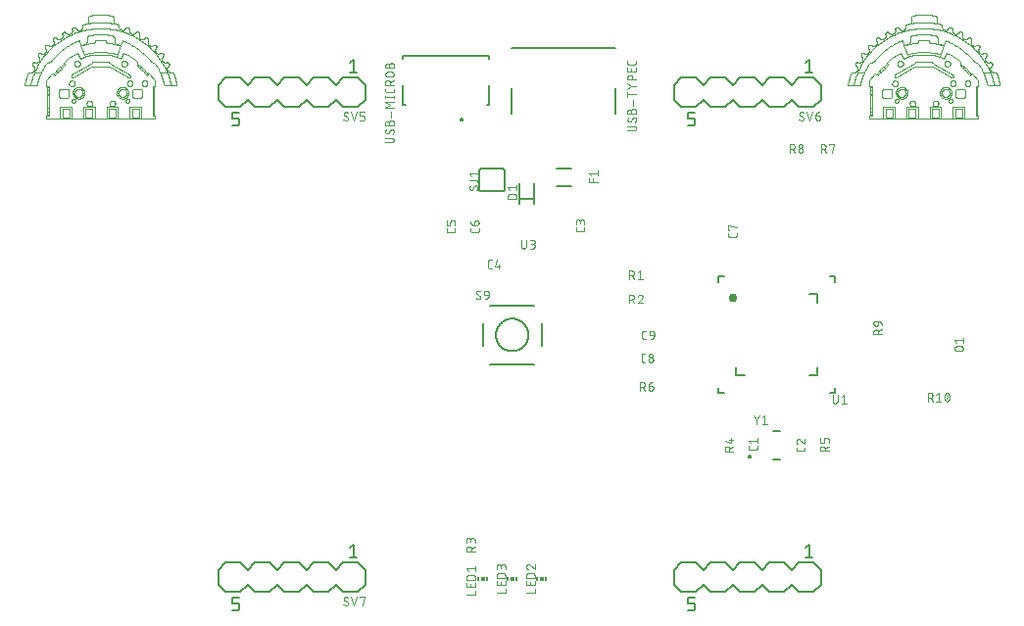
<source format=gbr>
G04 EAGLE Gerber RS-274X export*
G75*
%MOMM*%
%FSLAX34Y34*%
%LPD*%
%INSilkscreen Top*%
%IPPOS*%
%AMOC8*
5,1,8,0,0,1.08239X$1,22.5*%
G01*
%ADD10C,0.152400*%
%ADD11C,0.076200*%
%ADD12C,0.762000*%
%ADD13C,0.127000*%
%ADD14C,0.203200*%
%ADD15C,0.200000*%
%ADD16R,0.150000X0.300000*%
%ADD17R,0.300000X0.300000*%
%ADD18C,0.001000*%


D10*
X614680Y298196D02*
X609854Y298196D01*
X710946Y298196D02*
X710946Y293370D01*
X710946Y197104D02*
X706120Y197104D01*
X614680Y197104D02*
X609854Y197104D01*
X710946Y197104D02*
X710946Y201930D01*
X710946Y298196D02*
X706120Y298196D01*
X609854Y298196D02*
X609854Y293370D01*
X609854Y201930D02*
X609854Y197104D01*
D11*
X708814Y195821D02*
X708814Y190501D01*
X708816Y190412D01*
X708822Y190323D01*
X708832Y190234D01*
X708845Y190146D01*
X708862Y190058D01*
X708884Y189971D01*
X708909Y189886D01*
X708937Y189801D01*
X708970Y189718D01*
X709006Y189636D01*
X709045Y189556D01*
X709088Y189478D01*
X709134Y189402D01*
X709184Y189327D01*
X709237Y189255D01*
X709293Y189186D01*
X709352Y189119D01*
X709413Y189054D01*
X709478Y188993D01*
X709545Y188934D01*
X709614Y188878D01*
X709686Y188825D01*
X709761Y188775D01*
X709837Y188729D01*
X709915Y188686D01*
X709995Y188647D01*
X710077Y188611D01*
X710160Y188578D01*
X710245Y188550D01*
X710330Y188525D01*
X710417Y188503D01*
X710505Y188486D01*
X710593Y188473D01*
X710682Y188463D01*
X710771Y188457D01*
X710860Y188455D01*
X710949Y188457D01*
X711038Y188463D01*
X711127Y188473D01*
X711215Y188486D01*
X711303Y188503D01*
X711390Y188525D01*
X711475Y188550D01*
X711560Y188578D01*
X711643Y188611D01*
X711725Y188647D01*
X711805Y188686D01*
X711883Y188729D01*
X711959Y188775D01*
X712034Y188825D01*
X712106Y188878D01*
X712175Y188934D01*
X712242Y188993D01*
X712307Y189054D01*
X712368Y189119D01*
X712427Y189186D01*
X712483Y189255D01*
X712536Y189327D01*
X712586Y189402D01*
X712632Y189478D01*
X712675Y189556D01*
X712714Y189636D01*
X712750Y189718D01*
X712783Y189801D01*
X712811Y189886D01*
X712836Y189971D01*
X712858Y190058D01*
X712875Y190146D01*
X712888Y190234D01*
X712898Y190323D01*
X712904Y190412D01*
X712906Y190501D01*
X712906Y195821D01*
X716373Y194184D02*
X718419Y195821D01*
X718419Y188455D01*
X716373Y188455D02*
X720465Y188455D01*
D12*
X622300Y279400D03*
D13*
X625400Y219650D02*
X625400Y212650D01*
X632400Y212650D01*
X688400Y212650D02*
X695400Y212650D01*
X695400Y219650D01*
X695400Y275650D02*
X695400Y282650D01*
X688400Y282650D01*
D11*
X439770Y324340D02*
X439770Y329660D01*
X439770Y324340D02*
X439772Y324251D01*
X439778Y324162D01*
X439788Y324073D01*
X439801Y323985D01*
X439818Y323897D01*
X439840Y323810D01*
X439865Y323725D01*
X439893Y323640D01*
X439926Y323557D01*
X439962Y323475D01*
X440001Y323395D01*
X440044Y323317D01*
X440090Y323241D01*
X440140Y323166D01*
X440193Y323094D01*
X440249Y323025D01*
X440308Y322958D01*
X440369Y322893D01*
X440434Y322832D01*
X440501Y322773D01*
X440570Y322717D01*
X440642Y322664D01*
X440717Y322614D01*
X440793Y322568D01*
X440871Y322525D01*
X440951Y322486D01*
X441033Y322450D01*
X441116Y322417D01*
X441201Y322389D01*
X441286Y322364D01*
X441373Y322342D01*
X441461Y322325D01*
X441549Y322312D01*
X441638Y322302D01*
X441727Y322296D01*
X441816Y322294D01*
X441905Y322296D01*
X441994Y322302D01*
X442083Y322312D01*
X442171Y322325D01*
X442259Y322342D01*
X442346Y322364D01*
X442431Y322389D01*
X442516Y322417D01*
X442599Y322450D01*
X442681Y322486D01*
X442761Y322525D01*
X442839Y322568D01*
X442915Y322614D01*
X442990Y322664D01*
X443062Y322717D01*
X443131Y322773D01*
X443198Y322832D01*
X443263Y322893D01*
X443324Y322958D01*
X443383Y323025D01*
X443439Y323094D01*
X443492Y323166D01*
X443542Y323241D01*
X443588Y323317D01*
X443631Y323395D01*
X443670Y323475D01*
X443706Y323557D01*
X443739Y323640D01*
X443767Y323725D01*
X443792Y323810D01*
X443814Y323897D01*
X443831Y323985D01*
X443844Y324073D01*
X443854Y324162D01*
X443860Y324251D01*
X443862Y324340D01*
X443862Y329660D01*
X447329Y322294D02*
X449375Y322294D01*
X449464Y322296D01*
X449553Y322302D01*
X449642Y322312D01*
X449730Y322325D01*
X449818Y322342D01*
X449905Y322364D01*
X449990Y322389D01*
X450075Y322417D01*
X450158Y322450D01*
X450240Y322486D01*
X450320Y322525D01*
X450398Y322568D01*
X450474Y322614D01*
X450549Y322664D01*
X450621Y322717D01*
X450690Y322773D01*
X450757Y322832D01*
X450822Y322893D01*
X450883Y322958D01*
X450942Y323025D01*
X450998Y323094D01*
X451051Y323166D01*
X451101Y323241D01*
X451147Y323317D01*
X451190Y323395D01*
X451229Y323475D01*
X451265Y323557D01*
X451298Y323640D01*
X451326Y323725D01*
X451351Y323810D01*
X451373Y323897D01*
X451390Y323985D01*
X451403Y324073D01*
X451413Y324162D01*
X451419Y324251D01*
X451421Y324340D01*
X451419Y324429D01*
X451413Y324518D01*
X451403Y324607D01*
X451390Y324695D01*
X451373Y324783D01*
X451351Y324870D01*
X451326Y324955D01*
X451298Y325040D01*
X451265Y325123D01*
X451229Y325205D01*
X451190Y325285D01*
X451147Y325363D01*
X451101Y325439D01*
X451051Y325514D01*
X450998Y325586D01*
X450942Y325655D01*
X450883Y325722D01*
X450822Y325787D01*
X450757Y325848D01*
X450690Y325907D01*
X450621Y325963D01*
X450549Y326016D01*
X450474Y326066D01*
X450398Y326112D01*
X450320Y326155D01*
X450240Y326194D01*
X450158Y326230D01*
X450075Y326263D01*
X449990Y326291D01*
X449905Y326316D01*
X449818Y326338D01*
X449730Y326355D01*
X449642Y326368D01*
X449553Y326378D01*
X449464Y326384D01*
X449375Y326386D01*
X449785Y329660D02*
X447329Y329660D01*
X449785Y329660D02*
X449864Y329658D01*
X449943Y329652D01*
X450022Y329643D01*
X450100Y329630D01*
X450177Y329612D01*
X450253Y329592D01*
X450328Y329567D01*
X450402Y329539D01*
X450475Y329508D01*
X450546Y329472D01*
X450615Y329434D01*
X450682Y329392D01*
X450747Y329347D01*
X450810Y329299D01*
X450871Y329248D01*
X450928Y329194D01*
X450984Y329138D01*
X451036Y329079D01*
X451086Y329017D01*
X451132Y328953D01*
X451176Y328887D01*
X451216Y328819D01*
X451252Y328749D01*
X451286Y328677D01*
X451316Y328603D01*
X451342Y328529D01*
X451365Y328453D01*
X451383Y328376D01*
X451399Y328299D01*
X451410Y328220D01*
X451418Y328142D01*
X451422Y328063D01*
X451422Y327983D01*
X451418Y327904D01*
X451410Y327826D01*
X451399Y327747D01*
X451383Y327670D01*
X451365Y327593D01*
X451342Y327517D01*
X451316Y327443D01*
X451286Y327369D01*
X451252Y327297D01*
X451216Y327227D01*
X451176Y327159D01*
X451132Y327093D01*
X451086Y327029D01*
X451036Y326967D01*
X450984Y326908D01*
X450928Y326852D01*
X450871Y326798D01*
X450810Y326747D01*
X450747Y326699D01*
X450682Y326654D01*
X450615Y326612D01*
X450546Y326574D01*
X450475Y326538D01*
X450402Y326507D01*
X450328Y326479D01*
X450253Y326454D01*
X450177Y326434D01*
X450100Y326416D01*
X450022Y326403D01*
X449943Y326394D01*
X449864Y326388D01*
X449785Y326386D01*
X448148Y326386D01*
D14*
X469900Y391001D02*
X482600Y391001D01*
X482600Y375761D02*
X469900Y375761D01*
D11*
X498062Y379337D02*
X505428Y379337D01*
X498062Y379337D02*
X498062Y382610D01*
X501336Y382610D02*
X501336Y379337D01*
X499699Y385417D02*
X498062Y387463D01*
X505428Y387463D01*
X505428Y385417D02*
X505428Y389509D01*
D14*
X438000Y364888D02*
X438000Y360888D01*
X438000Y364888D02*
X438000Y378888D01*
X451000Y364888D02*
X451000Y360888D01*
X451000Y364888D02*
X451000Y378888D01*
X451000Y364888D02*
X438000Y364888D01*
D11*
X435547Y365347D02*
X428181Y365347D01*
X428181Y367393D01*
X428183Y367482D01*
X428189Y367571D01*
X428199Y367660D01*
X428212Y367748D01*
X428229Y367836D01*
X428251Y367923D01*
X428276Y368008D01*
X428304Y368093D01*
X428337Y368176D01*
X428373Y368258D01*
X428412Y368338D01*
X428455Y368416D01*
X428501Y368492D01*
X428551Y368567D01*
X428604Y368639D01*
X428660Y368708D01*
X428719Y368775D01*
X428780Y368840D01*
X428845Y368901D01*
X428912Y368960D01*
X428981Y369016D01*
X429053Y369069D01*
X429128Y369119D01*
X429204Y369165D01*
X429282Y369208D01*
X429362Y369247D01*
X429444Y369283D01*
X429527Y369316D01*
X429612Y369344D01*
X429697Y369369D01*
X429784Y369391D01*
X429872Y369408D01*
X429960Y369421D01*
X430049Y369431D01*
X430138Y369437D01*
X430227Y369439D01*
X433500Y369439D01*
X433589Y369437D01*
X433678Y369431D01*
X433767Y369421D01*
X433855Y369408D01*
X433943Y369391D01*
X434030Y369369D01*
X434115Y369344D01*
X434200Y369316D01*
X434283Y369283D01*
X434365Y369247D01*
X434445Y369208D01*
X434523Y369165D01*
X434599Y369119D01*
X434674Y369069D01*
X434746Y369016D01*
X434815Y368960D01*
X434882Y368901D01*
X434947Y368840D01*
X435008Y368775D01*
X435067Y368708D01*
X435123Y368639D01*
X435176Y368567D01*
X435226Y368492D01*
X435272Y368416D01*
X435315Y368338D01*
X435354Y368258D01*
X435390Y368176D01*
X435423Y368093D01*
X435451Y368008D01*
X435476Y367923D01*
X435498Y367836D01*
X435515Y367748D01*
X435528Y367660D01*
X435538Y367571D01*
X435544Y367482D01*
X435546Y367393D01*
X435547Y367393D02*
X435547Y365347D01*
X429817Y372906D02*
X428181Y374952D01*
X435547Y374952D01*
X435547Y372906D02*
X435547Y376999D01*
D10*
X422338Y391794D02*
X406338Y391794D01*
X403338Y374294D02*
X403350Y374191D01*
X403365Y374089D01*
X403384Y373988D01*
X403406Y373887D01*
X403433Y373787D01*
X403463Y373688D01*
X403497Y373591D01*
X403534Y373495D01*
X403575Y373400D01*
X403620Y373307D01*
X403668Y373215D01*
X403719Y373126D01*
X403774Y373038D01*
X403832Y372953D01*
X403893Y372869D01*
X403957Y372789D01*
X404024Y372710D01*
X404094Y372634D01*
X404167Y372561D01*
X404242Y372491D01*
X404320Y372423D01*
X404401Y372358D01*
X404484Y372297D01*
X404569Y372238D01*
X404656Y372183D01*
X404746Y372131D01*
X404837Y372083D01*
X404930Y372038D01*
X405024Y371996D01*
X405120Y371958D01*
X405218Y371924D01*
X405316Y371893D01*
X405416Y371866D01*
X405516Y371843D01*
X405618Y371823D01*
X405720Y371808D01*
X405822Y371796D01*
X405925Y371788D01*
X406029Y371784D01*
X406132Y371783D01*
X406235Y371787D01*
X406338Y371794D01*
X422338Y371794D02*
X422441Y371787D01*
X422544Y371783D01*
X422647Y371784D01*
X422751Y371788D01*
X422854Y371796D01*
X422956Y371808D01*
X423058Y371823D01*
X423160Y371843D01*
X423260Y371866D01*
X423360Y371893D01*
X423458Y371924D01*
X423556Y371958D01*
X423652Y371996D01*
X423746Y372038D01*
X423839Y372083D01*
X423930Y372131D01*
X424020Y372183D01*
X424107Y372238D01*
X424192Y372297D01*
X424275Y372358D01*
X424356Y372423D01*
X424434Y372491D01*
X424509Y372561D01*
X424582Y372634D01*
X424652Y372710D01*
X424719Y372789D01*
X424783Y372869D01*
X424844Y372953D01*
X424902Y373038D01*
X424957Y373126D01*
X425008Y373215D01*
X425056Y373307D01*
X425101Y373400D01*
X425142Y373495D01*
X425179Y373591D01*
X425213Y373688D01*
X425243Y373787D01*
X425270Y373887D01*
X425292Y373988D01*
X425311Y374089D01*
X425326Y374191D01*
X425338Y374294D01*
X425338Y389294D02*
X425327Y389397D01*
X425312Y389499D01*
X425293Y389601D01*
X425270Y389701D01*
X425244Y389801D01*
X425214Y389900D01*
X425180Y389998D01*
X425143Y390094D01*
X425102Y390189D01*
X425057Y390282D01*
X425009Y390374D01*
X424958Y390463D01*
X424903Y390551D01*
X424845Y390636D01*
X424784Y390720D01*
X424720Y390801D01*
X424653Y390879D01*
X424583Y390955D01*
X424510Y391028D01*
X424434Y391099D01*
X424356Y391167D01*
X424276Y391231D01*
X424193Y391293D01*
X424108Y391351D01*
X424020Y391406D01*
X423931Y391458D01*
X423840Y391507D01*
X423747Y391552D01*
X423652Y391593D01*
X423556Y391631D01*
X423459Y391666D01*
X423360Y391696D01*
X423260Y391723D01*
X423160Y391747D01*
X423058Y391766D01*
X422956Y391782D01*
X422853Y391793D01*
X422750Y391801D01*
X422647Y391805D01*
X422544Y391806D01*
X422440Y391802D01*
X422337Y391794D01*
X406338Y391794D02*
X406235Y391801D01*
X406132Y391805D01*
X406029Y391804D01*
X405925Y391800D01*
X405822Y391792D01*
X405720Y391780D01*
X405618Y391765D01*
X405516Y391745D01*
X405416Y391722D01*
X405316Y391695D01*
X405218Y391664D01*
X405120Y391630D01*
X405024Y391592D01*
X404930Y391550D01*
X404837Y391505D01*
X404746Y391457D01*
X404656Y391405D01*
X404569Y391350D01*
X404484Y391291D01*
X404401Y391230D01*
X404320Y391165D01*
X404242Y391097D01*
X404167Y391027D01*
X404094Y390954D01*
X404024Y390878D01*
X403957Y390799D01*
X403893Y390719D01*
X403832Y390635D01*
X403774Y390550D01*
X403719Y390462D01*
X403668Y390373D01*
X403620Y390281D01*
X403575Y390188D01*
X403534Y390093D01*
X403497Y389997D01*
X403463Y389900D01*
X403433Y389801D01*
X403406Y389701D01*
X403384Y389600D01*
X403365Y389499D01*
X403350Y389397D01*
X403338Y389294D01*
X403338Y374294D01*
X425338Y374294D02*
X425338Y389294D01*
X422338Y371794D02*
X406338Y371794D01*
D11*
X402050Y375132D02*
X402048Y375210D01*
X402043Y375288D01*
X402033Y375365D01*
X402020Y375442D01*
X402004Y375518D01*
X401984Y375593D01*
X401960Y375667D01*
X401933Y375740D01*
X401902Y375812D01*
X401868Y375882D01*
X401831Y375951D01*
X401790Y376017D01*
X401746Y376082D01*
X401700Y376144D01*
X401650Y376204D01*
X401598Y376262D01*
X401543Y376317D01*
X401485Y376369D01*
X401425Y376419D01*
X401363Y376465D01*
X401298Y376509D01*
X401232Y376550D01*
X401163Y376587D01*
X401093Y376621D01*
X401021Y376652D01*
X400948Y376679D01*
X400874Y376703D01*
X400799Y376723D01*
X400723Y376739D01*
X400646Y376752D01*
X400569Y376762D01*
X400491Y376767D01*
X400413Y376769D01*
X402050Y375132D02*
X402048Y375018D01*
X402043Y374905D01*
X402033Y374791D01*
X402020Y374678D01*
X402003Y374566D01*
X401983Y374454D01*
X401959Y374343D01*
X401931Y374232D01*
X401900Y374123D01*
X401865Y374015D01*
X401826Y373908D01*
X401784Y373802D01*
X401739Y373698D01*
X401690Y373595D01*
X401637Y373494D01*
X401582Y373395D01*
X401523Y373297D01*
X401461Y373202D01*
X401396Y373109D01*
X401328Y373017D01*
X401257Y372929D01*
X401183Y372842D01*
X401106Y372758D01*
X401027Y372677D01*
X396321Y372881D02*
X396243Y372883D01*
X396165Y372888D01*
X396088Y372898D01*
X396011Y372911D01*
X395935Y372927D01*
X395860Y372947D01*
X395786Y372971D01*
X395713Y372998D01*
X395641Y373029D01*
X395571Y373063D01*
X395503Y373100D01*
X395436Y373141D01*
X395371Y373185D01*
X395309Y373231D01*
X395249Y373281D01*
X395191Y373333D01*
X395136Y373388D01*
X395084Y373446D01*
X395034Y373506D01*
X394988Y373568D01*
X394944Y373633D01*
X394903Y373700D01*
X394866Y373768D01*
X394832Y373838D01*
X394801Y373910D01*
X394774Y373983D01*
X394750Y374057D01*
X394730Y374132D01*
X394714Y374208D01*
X394701Y374285D01*
X394691Y374362D01*
X394686Y374440D01*
X394684Y374518D01*
X394686Y374628D01*
X394692Y374737D01*
X394702Y374847D01*
X394715Y374955D01*
X394733Y375064D01*
X394754Y375171D01*
X394780Y375278D01*
X394809Y375384D01*
X394841Y375489D01*
X394878Y375592D01*
X394918Y375694D01*
X394962Y375795D01*
X395010Y375894D01*
X395060Y375991D01*
X395115Y376086D01*
X395173Y376179D01*
X395234Y376270D01*
X395298Y376359D01*
X397753Y373700D02*
X397711Y373634D01*
X397667Y373569D01*
X397619Y373507D01*
X397569Y373447D01*
X397516Y373389D01*
X397460Y373334D01*
X397402Y373281D01*
X397341Y373232D01*
X397278Y373185D01*
X397213Y373141D01*
X397146Y373101D01*
X397077Y373064D01*
X397006Y373030D01*
X396934Y372999D01*
X396860Y372972D01*
X396785Y372948D01*
X396710Y372928D01*
X396633Y372912D01*
X396556Y372899D01*
X396478Y372889D01*
X396399Y372884D01*
X396321Y372882D01*
X398980Y375950D02*
X399022Y376017D01*
X399066Y376082D01*
X399114Y376144D01*
X399164Y376204D01*
X399217Y376262D01*
X399273Y376317D01*
X399332Y376369D01*
X399392Y376419D01*
X399456Y376466D01*
X399521Y376509D01*
X399588Y376550D01*
X399657Y376587D01*
X399728Y376621D01*
X399800Y376652D01*
X399874Y376679D01*
X399948Y376703D01*
X400024Y376723D01*
X400101Y376739D01*
X400178Y376752D01*
X400256Y376762D01*
X400335Y376767D01*
X400413Y376769D01*
X398981Y375951D02*
X397753Y373700D01*
X400413Y381434D02*
X394684Y381434D01*
X400413Y381434D02*
X400491Y381432D01*
X400569Y381427D01*
X400646Y381417D01*
X400723Y381404D01*
X400799Y381388D01*
X400874Y381368D01*
X400948Y381344D01*
X401021Y381317D01*
X401093Y381286D01*
X401163Y381252D01*
X401232Y381215D01*
X401298Y381174D01*
X401363Y381130D01*
X401425Y381084D01*
X401485Y381034D01*
X401543Y380982D01*
X401598Y380927D01*
X401650Y380869D01*
X401700Y380809D01*
X401746Y380747D01*
X401790Y380682D01*
X401831Y380616D01*
X401868Y380547D01*
X401902Y380477D01*
X401933Y380405D01*
X401960Y380332D01*
X401984Y380258D01*
X402004Y380183D01*
X402020Y380107D01*
X402033Y380030D01*
X402043Y379953D01*
X402048Y379875D01*
X402050Y379797D01*
X402050Y378979D01*
X396321Y384869D02*
X394684Y386915D01*
X402050Y386915D01*
X402050Y384869D02*
X402050Y388961D01*
D13*
X657400Y164900D02*
X663400Y164900D01*
X663400Y139900D02*
X657400Y139900D01*
D15*
X635900Y142700D02*
X635902Y142763D01*
X635908Y142825D01*
X635918Y142887D01*
X635931Y142949D01*
X635949Y143009D01*
X635970Y143068D01*
X635995Y143126D01*
X636024Y143182D01*
X636056Y143236D01*
X636091Y143288D01*
X636129Y143337D01*
X636171Y143385D01*
X636215Y143429D01*
X636263Y143471D01*
X636312Y143509D01*
X636364Y143544D01*
X636418Y143576D01*
X636474Y143605D01*
X636532Y143630D01*
X636591Y143651D01*
X636651Y143669D01*
X636713Y143682D01*
X636775Y143692D01*
X636837Y143698D01*
X636900Y143700D01*
X636963Y143698D01*
X637025Y143692D01*
X637087Y143682D01*
X637149Y143669D01*
X637209Y143651D01*
X637268Y143630D01*
X637326Y143605D01*
X637382Y143576D01*
X637436Y143544D01*
X637488Y143509D01*
X637537Y143471D01*
X637585Y143429D01*
X637629Y143385D01*
X637671Y143337D01*
X637709Y143288D01*
X637744Y143236D01*
X637776Y143182D01*
X637805Y143126D01*
X637830Y143068D01*
X637851Y143009D01*
X637869Y142949D01*
X637882Y142887D01*
X637892Y142825D01*
X637898Y142763D01*
X637900Y142700D01*
X637898Y142637D01*
X637892Y142575D01*
X637882Y142513D01*
X637869Y142451D01*
X637851Y142391D01*
X637830Y142332D01*
X637805Y142274D01*
X637776Y142218D01*
X637744Y142164D01*
X637709Y142112D01*
X637671Y142063D01*
X637629Y142015D01*
X637585Y141971D01*
X637537Y141929D01*
X637488Y141891D01*
X637436Y141856D01*
X637382Y141824D01*
X637326Y141795D01*
X637268Y141770D01*
X637209Y141749D01*
X637149Y141731D01*
X637087Y141718D01*
X637025Y141708D01*
X636963Y141702D01*
X636900Y141700D01*
X636837Y141702D01*
X636775Y141708D01*
X636713Y141718D01*
X636651Y141731D01*
X636591Y141749D01*
X636532Y141770D01*
X636474Y141795D01*
X636418Y141824D01*
X636364Y141856D01*
X636312Y141891D01*
X636263Y141929D01*
X636215Y141971D01*
X636171Y142015D01*
X636129Y142063D01*
X636091Y142112D01*
X636056Y142164D01*
X636024Y142218D01*
X635995Y142274D01*
X635970Y142332D01*
X635949Y142391D01*
X635931Y142451D01*
X635918Y142513D01*
X635908Y142575D01*
X635902Y142637D01*
X635900Y142700D01*
D11*
X642696Y174704D02*
X640241Y178182D01*
X642696Y174704D02*
X645152Y178182D01*
X642696Y174704D02*
X642696Y170816D01*
X647966Y176545D02*
X650012Y178182D01*
X650012Y170816D01*
X647966Y170816D02*
X652058Y170816D01*
X643541Y151431D02*
X643541Y149795D01*
X643539Y149717D01*
X643534Y149639D01*
X643524Y149562D01*
X643511Y149485D01*
X643495Y149409D01*
X643475Y149334D01*
X643451Y149260D01*
X643424Y149187D01*
X643393Y149115D01*
X643359Y149045D01*
X643322Y148977D01*
X643281Y148910D01*
X643237Y148845D01*
X643191Y148783D01*
X643141Y148723D01*
X643089Y148665D01*
X643034Y148610D01*
X642976Y148558D01*
X642916Y148508D01*
X642854Y148462D01*
X642789Y148418D01*
X642723Y148377D01*
X642654Y148340D01*
X642584Y148306D01*
X642512Y148275D01*
X642439Y148248D01*
X642365Y148224D01*
X642290Y148204D01*
X642214Y148188D01*
X642137Y148175D01*
X642060Y148165D01*
X641982Y148160D01*
X641904Y148158D01*
X637812Y148158D01*
X637732Y148160D01*
X637652Y148166D01*
X637572Y148176D01*
X637493Y148189D01*
X637414Y148207D01*
X637337Y148228D01*
X637261Y148254D01*
X637186Y148283D01*
X637112Y148315D01*
X637040Y148351D01*
X636970Y148391D01*
X636903Y148434D01*
X636837Y148480D01*
X636774Y148530D01*
X636713Y148582D01*
X636654Y148637D01*
X636599Y148696D01*
X636547Y148756D01*
X636497Y148820D01*
X636451Y148885D01*
X636408Y148953D01*
X636368Y149023D01*
X636332Y149095D01*
X636300Y149169D01*
X636271Y149243D01*
X636246Y149320D01*
X636224Y149397D01*
X636206Y149476D01*
X636193Y149555D01*
X636183Y149634D01*
X636177Y149715D01*
X636175Y149795D01*
X636175Y151431D01*
X637812Y154277D02*
X636175Y156323D01*
X643541Y156323D01*
X643541Y154277D02*
X643541Y158369D01*
X684625Y150499D02*
X684625Y148862D01*
X684623Y148784D01*
X684618Y148706D01*
X684608Y148629D01*
X684595Y148552D01*
X684579Y148476D01*
X684559Y148401D01*
X684535Y148327D01*
X684508Y148254D01*
X684477Y148182D01*
X684443Y148112D01*
X684406Y148044D01*
X684365Y147977D01*
X684321Y147912D01*
X684275Y147850D01*
X684225Y147790D01*
X684173Y147732D01*
X684118Y147677D01*
X684060Y147625D01*
X684000Y147575D01*
X683938Y147529D01*
X683873Y147485D01*
X683807Y147444D01*
X683738Y147407D01*
X683668Y147373D01*
X683596Y147342D01*
X683523Y147315D01*
X683449Y147291D01*
X683374Y147271D01*
X683298Y147255D01*
X683221Y147242D01*
X683144Y147232D01*
X683066Y147227D01*
X682988Y147225D01*
X678896Y147225D01*
X678816Y147227D01*
X678736Y147233D01*
X678656Y147243D01*
X678577Y147256D01*
X678498Y147274D01*
X678421Y147295D01*
X678345Y147321D01*
X678270Y147350D01*
X678196Y147382D01*
X678124Y147418D01*
X678054Y147458D01*
X677987Y147501D01*
X677921Y147547D01*
X677858Y147597D01*
X677797Y147649D01*
X677738Y147704D01*
X677683Y147763D01*
X677631Y147823D01*
X677581Y147887D01*
X677535Y147952D01*
X677492Y148020D01*
X677452Y148090D01*
X677416Y148162D01*
X677384Y148236D01*
X677355Y148310D01*
X677330Y148387D01*
X677308Y148464D01*
X677290Y148543D01*
X677277Y148622D01*
X677267Y148701D01*
X677261Y148782D01*
X677259Y148862D01*
X677259Y150499D01*
X677259Y155595D02*
X677261Y155680D01*
X677267Y155765D01*
X677277Y155849D01*
X677290Y155933D01*
X677308Y156017D01*
X677329Y156099D01*
X677354Y156180D01*
X677383Y156260D01*
X677416Y156339D01*
X677452Y156416D01*
X677492Y156491D01*
X677535Y156565D01*
X677581Y156636D01*
X677631Y156705D01*
X677684Y156772D01*
X677740Y156836D01*
X677799Y156897D01*
X677860Y156956D01*
X677924Y157012D01*
X677991Y157065D01*
X678060Y157115D01*
X678131Y157161D01*
X678205Y157204D01*
X678280Y157244D01*
X678357Y157280D01*
X678436Y157313D01*
X678516Y157342D01*
X678597Y157367D01*
X678679Y157388D01*
X678763Y157406D01*
X678847Y157419D01*
X678931Y157429D01*
X679016Y157435D01*
X679101Y157437D01*
X677259Y155595D02*
X677261Y155499D01*
X677267Y155403D01*
X677277Y155308D01*
X677290Y155213D01*
X677308Y155118D01*
X677329Y155025D01*
X677354Y154932D01*
X677383Y154841D01*
X677415Y154750D01*
X677451Y154661D01*
X677491Y154574D01*
X677534Y154488D01*
X677580Y154404D01*
X677630Y154322D01*
X677684Y154242D01*
X677740Y154165D01*
X677800Y154090D01*
X677862Y154017D01*
X677928Y153947D01*
X677996Y153879D01*
X678067Y153814D01*
X678140Y153753D01*
X678216Y153694D01*
X678295Y153638D01*
X678375Y153586D01*
X678458Y153537D01*
X678542Y153491D01*
X678628Y153449D01*
X678716Y153411D01*
X678805Y153376D01*
X678896Y153344D01*
X680533Y156822D02*
X680474Y156882D01*
X680412Y156939D01*
X680348Y156994D01*
X680281Y157045D01*
X680212Y157094D01*
X680142Y157140D01*
X680069Y157183D01*
X679995Y157223D01*
X679919Y157259D01*
X679841Y157292D01*
X679762Y157322D01*
X679682Y157349D01*
X679601Y157372D01*
X679519Y157391D01*
X679437Y157407D01*
X679353Y157420D01*
X679269Y157429D01*
X679185Y157434D01*
X679101Y157436D01*
X680533Y156822D02*
X684625Y153344D01*
X684625Y157436D01*
D13*
X411650Y446163D02*
X411650Y463713D01*
X337650Y463713D02*
X337650Y446163D01*
X409850Y446163D02*
X411650Y446163D01*
X339450Y446163D02*
X337650Y446163D01*
X411650Y486463D02*
X411650Y489163D01*
X337650Y489163D02*
X337650Y486463D01*
X337650Y489163D02*
X411650Y489163D01*
D15*
X387150Y433663D02*
X387152Y433726D01*
X387158Y433788D01*
X387168Y433850D01*
X387181Y433912D01*
X387199Y433972D01*
X387220Y434031D01*
X387245Y434089D01*
X387274Y434145D01*
X387306Y434199D01*
X387341Y434251D01*
X387379Y434300D01*
X387421Y434348D01*
X387465Y434392D01*
X387513Y434434D01*
X387562Y434472D01*
X387614Y434507D01*
X387668Y434539D01*
X387724Y434568D01*
X387782Y434593D01*
X387841Y434614D01*
X387901Y434632D01*
X387963Y434645D01*
X388025Y434655D01*
X388087Y434661D01*
X388150Y434663D01*
X388213Y434661D01*
X388275Y434655D01*
X388337Y434645D01*
X388399Y434632D01*
X388459Y434614D01*
X388518Y434593D01*
X388576Y434568D01*
X388632Y434539D01*
X388686Y434507D01*
X388738Y434472D01*
X388787Y434434D01*
X388835Y434392D01*
X388879Y434348D01*
X388921Y434300D01*
X388959Y434251D01*
X388994Y434199D01*
X389026Y434145D01*
X389055Y434089D01*
X389080Y434031D01*
X389101Y433972D01*
X389119Y433912D01*
X389132Y433850D01*
X389142Y433788D01*
X389148Y433726D01*
X389150Y433663D01*
X389148Y433600D01*
X389142Y433538D01*
X389132Y433476D01*
X389119Y433414D01*
X389101Y433354D01*
X389080Y433295D01*
X389055Y433237D01*
X389026Y433181D01*
X388994Y433127D01*
X388959Y433075D01*
X388921Y433026D01*
X388879Y432978D01*
X388835Y432934D01*
X388787Y432892D01*
X388738Y432854D01*
X388686Y432819D01*
X388632Y432787D01*
X388576Y432758D01*
X388518Y432733D01*
X388459Y432712D01*
X388399Y432694D01*
X388337Y432681D01*
X388275Y432671D01*
X388213Y432665D01*
X388150Y432663D01*
X388087Y432665D01*
X388025Y432671D01*
X387963Y432681D01*
X387901Y432694D01*
X387841Y432712D01*
X387782Y432733D01*
X387724Y432758D01*
X387668Y432787D01*
X387614Y432819D01*
X387562Y432854D01*
X387513Y432892D01*
X387465Y432934D01*
X387421Y432978D01*
X387379Y433026D01*
X387341Y433075D01*
X387306Y433127D01*
X387274Y433181D01*
X387245Y433237D01*
X387220Y433295D01*
X387199Y433354D01*
X387181Y433414D01*
X387168Y433476D01*
X387158Y433538D01*
X387152Y433600D01*
X387150Y433663D01*
D11*
X327538Y413963D02*
X322218Y413963D01*
X327538Y413963D02*
X327627Y413965D01*
X327716Y413971D01*
X327805Y413981D01*
X327893Y413994D01*
X327981Y414011D01*
X328068Y414033D01*
X328153Y414058D01*
X328238Y414086D01*
X328321Y414119D01*
X328403Y414155D01*
X328483Y414194D01*
X328561Y414237D01*
X328637Y414283D01*
X328712Y414333D01*
X328784Y414386D01*
X328853Y414442D01*
X328920Y414501D01*
X328985Y414562D01*
X329046Y414627D01*
X329105Y414694D01*
X329161Y414763D01*
X329214Y414835D01*
X329264Y414910D01*
X329310Y414986D01*
X329353Y415064D01*
X329392Y415144D01*
X329428Y415226D01*
X329461Y415309D01*
X329489Y415394D01*
X329514Y415479D01*
X329536Y415566D01*
X329553Y415654D01*
X329566Y415742D01*
X329576Y415831D01*
X329582Y415920D01*
X329584Y416009D01*
X329582Y416098D01*
X329576Y416187D01*
X329566Y416276D01*
X329553Y416364D01*
X329536Y416452D01*
X329514Y416539D01*
X329489Y416624D01*
X329461Y416709D01*
X329428Y416792D01*
X329392Y416874D01*
X329353Y416954D01*
X329310Y417032D01*
X329264Y417108D01*
X329214Y417183D01*
X329161Y417255D01*
X329105Y417324D01*
X329046Y417391D01*
X328985Y417456D01*
X328920Y417517D01*
X328853Y417576D01*
X328784Y417632D01*
X328712Y417685D01*
X328637Y417735D01*
X328561Y417781D01*
X328483Y417824D01*
X328403Y417863D01*
X328321Y417899D01*
X328238Y417932D01*
X328153Y417960D01*
X328068Y417985D01*
X327981Y418007D01*
X327893Y418024D01*
X327805Y418037D01*
X327716Y418047D01*
X327627Y418053D01*
X327538Y418055D01*
X322218Y418055D01*
X327947Y425371D02*
X328025Y425369D01*
X328103Y425364D01*
X328180Y425354D01*
X328257Y425341D01*
X328333Y425325D01*
X328408Y425305D01*
X328482Y425281D01*
X328555Y425254D01*
X328627Y425223D01*
X328697Y425189D01*
X328766Y425152D01*
X328832Y425111D01*
X328897Y425067D01*
X328959Y425021D01*
X329019Y424971D01*
X329077Y424919D01*
X329132Y424864D01*
X329184Y424806D01*
X329234Y424746D01*
X329280Y424684D01*
X329324Y424619D01*
X329365Y424553D01*
X329402Y424484D01*
X329436Y424414D01*
X329467Y424342D01*
X329494Y424269D01*
X329518Y424195D01*
X329538Y424120D01*
X329554Y424044D01*
X329567Y423967D01*
X329577Y423890D01*
X329582Y423812D01*
X329584Y423734D01*
X329582Y423620D01*
X329577Y423507D01*
X329567Y423393D01*
X329554Y423280D01*
X329537Y423168D01*
X329517Y423056D01*
X329493Y422945D01*
X329465Y422834D01*
X329434Y422725D01*
X329399Y422617D01*
X329360Y422510D01*
X329318Y422404D01*
X329273Y422300D01*
X329224Y422197D01*
X329171Y422096D01*
X329116Y421997D01*
X329057Y421899D01*
X328995Y421804D01*
X328930Y421711D01*
X328862Y421619D01*
X328791Y421531D01*
X328717Y421444D01*
X328640Y421360D01*
X328561Y421279D01*
X323855Y421483D02*
X323777Y421485D01*
X323699Y421490D01*
X323622Y421500D01*
X323545Y421513D01*
X323469Y421529D01*
X323394Y421549D01*
X323320Y421573D01*
X323247Y421600D01*
X323175Y421631D01*
X323105Y421665D01*
X323037Y421702D01*
X322970Y421743D01*
X322905Y421787D01*
X322843Y421833D01*
X322783Y421883D01*
X322725Y421935D01*
X322670Y421990D01*
X322618Y422048D01*
X322568Y422108D01*
X322522Y422170D01*
X322478Y422235D01*
X322437Y422302D01*
X322400Y422370D01*
X322366Y422440D01*
X322335Y422512D01*
X322308Y422585D01*
X322284Y422659D01*
X322264Y422734D01*
X322248Y422810D01*
X322235Y422887D01*
X322225Y422964D01*
X322220Y423042D01*
X322218Y423120D01*
X322220Y423230D01*
X322226Y423339D01*
X322236Y423449D01*
X322249Y423557D01*
X322267Y423666D01*
X322288Y423773D01*
X322314Y423880D01*
X322343Y423986D01*
X322375Y424091D01*
X322412Y424194D01*
X322452Y424296D01*
X322496Y424397D01*
X322544Y424496D01*
X322594Y424593D01*
X322649Y424688D01*
X322707Y424781D01*
X322768Y424872D01*
X322832Y424961D01*
X325287Y422301D02*
X325245Y422235D01*
X325201Y422170D01*
X325153Y422108D01*
X325103Y422048D01*
X325050Y421990D01*
X324994Y421935D01*
X324936Y421882D01*
X324875Y421833D01*
X324812Y421786D01*
X324747Y421742D01*
X324680Y421702D01*
X324611Y421665D01*
X324540Y421631D01*
X324468Y421600D01*
X324394Y421573D01*
X324319Y421549D01*
X324244Y421529D01*
X324167Y421513D01*
X324090Y421500D01*
X324012Y421490D01*
X323933Y421485D01*
X323855Y421483D01*
X326514Y424552D02*
X326556Y424619D01*
X326600Y424684D01*
X326648Y424746D01*
X326698Y424806D01*
X326751Y424864D01*
X326807Y424919D01*
X326866Y424971D01*
X326926Y425021D01*
X326990Y425068D01*
X327055Y425111D01*
X327122Y425152D01*
X327191Y425189D01*
X327262Y425223D01*
X327334Y425254D01*
X327408Y425281D01*
X327482Y425305D01*
X327558Y425325D01*
X327635Y425341D01*
X327712Y425354D01*
X327790Y425364D01*
X327869Y425369D01*
X327947Y425371D01*
X326515Y424552D02*
X325287Y422301D01*
X325492Y428711D02*
X325492Y430757D01*
X325494Y430846D01*
X325500Y430935D01*
X325510Y431024D01*
X325523Y431112D01*
X325540Y431200D01*
X325562Y431287D01*
X325587Y431372D01*
X325615Y431457D01*
X325648Y431540D01*
X325684Y431622D01*
X325723Y431702D01*
X325766Y431780D01*
X325812Y431856D01*
X325862Y431931D01*
X325915Y432003D01*
X325971Y432072D01*
X326030Y432139D01*
X326091Y432204D01*
X326156Y432265D01*
X326223Y432324D01*
X326292Y432380D01*
X326364Y432433D01*
X326439Y432483D01*
X326515Y432529D01*
X326593Y432572D01*
X326673Y432611D01*
X326755Y432647D01*
X326838Y432680D01*
X326923Y432708D01*
X327008Y432733D01*
X327095Y432755D01*
X327183Y432772D01*
X327271Y432785D01*
X327360Y432795D01*
X327449Y432801D01*
X327538Y432803D01*
X327627Y432801D01*
X327716Y432795D01*
X327805Y432785D01*
X327893Y432772D01*
X327981Y432755D01*
X328068Y432733D01*
X328153Y432708D01*
X328238Y432680D01*
X328321Y432647D01*
X328403Y432611D01*
X328483Y432572D01*
X328561Y432529D01*
X328637Y432483D01*
X328712Y432433D01*
X328784Y432380D01*
X328853Y432324D01*
X328920Y432265D01*
X328985Y432204D01*
X329046Y432139D01*
X329105Y432072D01*
X329161Y432003D01*
X329214Y431931D01*
X329264Y431856D01*
X329310Y431780D01*
X329353Y431702D01*
X329392Y431622D01*
X329428Y431540D01*
X329461Y431457D01*
X329489Y431372D01*
X329514Y431287D01*
X329536Y431200D01*
X329553Y431112D01*
X329566Y431024D01*
X329576Y430935D01*
X329582Y430846D01*
X329584Y430757D01*
X329584Y428711D01*
X322218Y428711D01*
X322218Y430757D01*
X322220Y430836D01*
X322226Y430915D01*
X322235Y430994D01*
X322248Y431072D01*
X322266Y431149D01*
X322286Y431225D01*
X322311Y431300D01*
X322339Y431374D01*
X322370Y431447D01*
X322406Y431518D01*
X322444Y431587D01*
X322486Y431654D01*
X322531Y431719D01*
X322579Y431782D01*
X322630Y431843D01*
X322684Y431900D01*
X322740Y431956D01*
X322799Y432008D01*
X322861Y432058D01*
X322925Y432104D01*
X322991Y432148D01*
X323059Y432188D01*
X323129Y432224D01*
X323201Y432258D01*
X323275Y432288D01*
X323349Y432314D01*
X323425Y432337D01*
X323502Y432355D01*
X323579Y432371D01*
X323658Y432382D01*
X323736Y432390D01*
X323815Y432394D01*
X323895Y432394D01*
X323974Y432390D01*
X324052Y432382D01*
X324131Y432371D01*
X324208Y432355D01*
X324285Y432337D01*
X324361Y432314D01*
X324435Y432288D01*
X324509Y432258D01*
X324581Y432224D01*
X324651Y432188D01*
X324719Y432148D01*
X324785Y432104D01*
X324849Y432058D01*
X324911Y432008D01*
X324970Y431956D01*
X325026Y431900D01*
X325080Y431843D01*
X325131Y431782D01*
X325179Y431719D01*
X325224Y431654D01*
X325266Y431587D01*
X325304Y431518D01*
X325340Y431447D01*
X325371Y431374D01*
X325399Y431300D01*
X325424Y431225D01*
X325444Y431149D01*
X325462Y431072D01*
X325475Y430994D01*
X325484Y430915D01*
X325490Y430836D01*
X325492Y430757D01*
X326719Y435743D02*
X326719Y440654D01*
X329584Y444278D02*
X322218Y444278D01*
X326310Y446733D01*
X322218Y449188D01*
X329584Y449188D01*
X329584Y453317D02*
X322218Y453317D01*
X329584Y452498D02*
X329584Y454135D01*
X322218Y454135D02*
X322218Y452498D01*
X329584Y458737D02*
X329584Y460373D01*
X329584Y458737D02*
X329582Y458659D01*
X329577Y458581D01*
X329567Y458504D01*
X329554Y458427D01*
X329538Y458351D01*
X329518Y458276D01*
X329494Y458202D01*
X329467Y458129D01*
X329436Y458057D01*
X329402Y457987D01*
X329365Y457919D01*
X329324Y457852D01*
X329280Y457787D01*
X329234Y457725D01*
X329184Y457665D01*
X329132Y457607D01*
X329077Y457552D01*
X329019Y457500D01*
X328959Y457450D01*
X328897Y457404D01*
X328832Y457360D01*
X328766Y457319D01*
X328697Y457282D01*
X328627Y457248D01*
X328555Y457217D01*
X328482Y457190D01*
X328408Y457166D01*
X328333Y457146D01*
X328257Y457130D01*
X328180Y457117D01*
X328103Y457107D01*
X328025Y457102D01*
X327947Y457100D01*
X323855Y457100D01*
X323775Y457102D01*
X323695Y457108D01*
X323615Y457118D01*
X323536Y457131D01*
X323457Y457149D01*
X323380Y457170D01*
X323304Y457196D01*
X323229Y457225D01*
X323155Y457257D01*
X323083Y457293D01*
X323013Y457333D01*
X322946Y457376D01*
X322880Y457422D01*
X322817Y457472D01*
X322756Y457524D01*
X322697Y457579D01*
X322642Y457638D01*
X322590Y457698D01*
X322540Y457762D01*
X322494Y457827D01*
X322451Y457895D01*
X322411Y457965D01*
X322375Y458037D01*
X322343Y458111D01*
X322314Y458185D01*
X322289Y458262D01*
X322267Y458339D01*
X322249Y458418D01*
X322236Y458497D01*
X322226Y458576D01*
X322220Y458657D01*
X322218Y458737D01*
X322218Y460373D01*
X322218Y463514D02*
X329584Y463514D01*
X322218Y463514D02*
X322218Y465560D01*
X322220Y465649D01*
X322226Y465738D01*
X322236Y465827D01*
X322249Y465915D01*
X322266Y466003D01*
X322288Y466090D01*
X322313Y466175D01*
X322341Y466260D01*
X322374Y466343D01*
X322410Y466425D01*
X322449Y466505D01*
X322492Y466583D01*
X322538Y466659D01*
X322588Y466734D01*
X322641Y466806D01*
X322697Y466875D01*
X322756Y466942D01*
X322817Y467007D01*
X322882Y467068D01*
X322949Y467127D01*
X323018Y467183D01*
X323090Y467236D01*
X323165Y467286D01*
X323241Y467332D01*
X323319Y467375D01*
X323399Y467414D01*
X323481Y467450D01*
X323564Y467483D01*
X323649Y467511D01*
X323734Y467536D01*
X323821Y467558D01*
X323909Y467575D01*
X323997Y467588D01*
X324086Y467598D01*
X324175Y467604D01*
X324264Y467606D01*
X324353Y467604D01*
X324442Y467598D01*
X324531Y467588D01*
X324619Y467575D01*
X324707Y467558D01*
X324794Y467536D01*
X324879Y467511D01*
X324964Y467483D01*
X325047Y467450D01*
X325129Y467414D01*
X325209Y467375D01*
X325287Y467332D01*
X325363Y467286D01*
X325438Y467236D01*
X325510Y467183D01*
X325579Y467127D01*
X325646Y467068D01*
X325711Y467007D01*
X325772Y466942D01*
X325831Y466875D01*
X325887Y466806D01*
X325940Y466734D01*
X325990Y466659D01*
X326036Y466583D01*
X326079Y466505D01*
X326118Y466425D01*
X326154Y466343D01*
X326187Y466260D01*
X326215Y466175D01*
X326240Y466090D01*
X326262Y466003D01*
X326279Y465915D01*
X326292Y465827D01*
X326302Y465738D01*
X326308Y465649D01*
X326310Y465560D01*
X326310Y463514D01*
X326310Y465969D02*
X329584Y467606D01*
X327538Y470778D02*
X324264Y470778D01*
X324175Y470780D01*
X324086Y470786D01*
X323997Y470796D01*
X323909Y470809D01*
X323821Y470826D01*
X323734Y470848D01*
X323649Y470873D01*
X323564Y470901D01*
X323481Y470934D01*
X323399Y470970D01*
X323319Y471009D01*
X323241Y471052D01*
X323165Y471098D01*
X323090Y471148D01*
X323018Y471201D01*
X322949Y471257D01*
X322882Y471316D01*
X322817Y471377D01*
X322756Y471442D01*
X322697Y471509D01*
X322641Y471578D01*
X322588Y471650D01*
X322538Y471725D01*
X322492Y471801D01*
X322449Y471879D01*
X322410Y471959D01*
X322374Y472041D01*
X322341Y472124D01*
X322313Y472209D01*
X322288Y472294D01*
X322266Y472381D01*
X322249Y472469D01*
X322236Y472557D01*
X322226Y472646D01*
X322220Y472735D01*
X322218Y472824D01*
X322220Y472913D01*
X322226Y473002D01*
X322236Y473091D01*
X322249Y473179D01*
X322266Y473267D01*
X322288Y473354D01*
X322313Y473439D01*
X322341Y473524D01*
X322374Y473607D01*
X322410Y473689D01*
X322449Y473769D01*
X322492Y473847D01*
X322538Y473923D01*
X322588Y473998D01*
X322641Y474070D01*
X322697Y474139D01*
X322756Y474206D01*
X322817Y474271D01*
X322882Y474332D01*
X322949Y474391D01*
X323018Y474447D01*
X323090Y474500D01*
X323165Y474550D01*
X323241Y474596D01*
X323319Y474639D01*
X323399Y474678D01*
X323481Y474714D01*
X323564Y474747D01*
X323649Y474775D01*
X323734Y474800D01*
X323821Y474822D01*
X323909Y474839D01*
X323997Y474852D01*
X324086Y474862D01*
X324175Y474868D01*
X324264Y474870D01*
X327538Y474870D01*
X327627Y474868D01*
X327716Y474862D01*
X327805Y474852D01*
X327893Y474839D01*
X327981Y474822D01*
X328068Y474800D01*
X328153Y474775D01*
X328238Y474747D01*
X328321Y474714D01*
X328403Y474678D01*
X328483Y474639D01*
X328561Y474596D01*
X328637Y474550D01*
X328712Y474500D01*
X328784Y474447D01*
X328853Y474391D01*
X328920Y474332D01*
X328985Y474271D01*
X329046Y474206D01*
X329105Y474139D01*
X329161Y474070D01*
X329214Y473998D01*
X329264Y473923D01*
X329310Y473847D01*
X329353Y473769D01*
X329392Y473689D01*
X329428Y473607D01*
X329461Y473524D01*
X329489Y473439D01*
X329514Y473354D01*
X329536Y473267D01*
X329553Y473179D01*
X329566Y473091D01*
X329576Y473002D01*
X329582Y472913D01*
X329584Y472824D01*
X329582Y472735D01*
X329576Y472646D01*
X329566Y472557D01*
X329553Y472469D01*
X329536Y472381D01*
X329514Y472294D01*
X329489Y472209D01*
X329461Y472124D01*
X329428Y472041D01*
X329392Y471959D01*
X329353Y471879D01*
X329310Y471801D01*
X329264Y471725D01*
X329214Y471650D01*
X329161Y471578D01*
X329105Y471509D01*
X329046Y471442D01*
X328985Y471377D01*
X328920Y471316D01*
X328853Y471257D01*
X328784Y471201D01*
X328712Y471148D01*
X328637Y471098D01*
X328561Y471052D01*
X328483Y471009D01*
X328403Y470970D01*
X328321Y470934D01*
X328238Y470901D01*
X328153Y470873D01*
X328068Y470848D01*
X327981Y470826D01*
X327893Y470809D01*
X327805Y470796D01*
X327716Y470786D01*
X327627Y470780D01*
X327538Y470778D01*
X325492Y478455D02*
X325492Y480501D01*
X325494Y480590D01*
X325500Y480679D01*
X325510Y480768D01*
X325523Y480856D01*
X325540Y480944D01*
X325562Y481031D01*
X325587Y481116D01*
X325615Y481201D01*
X325648Y481284D01*
X325684Y481366D01*
X325723Y481446D01*
X325766Y481524D01*
X325812Y481600D01*
X325862Y481675D01*
X325915Y481747D01*
X325971Y481816D01*
X326030Y481883D01*
X326091Y481948D01*
X326156Y482009D01*
X326223Y482068D01*
X326292Y482124D01*
X326364Y482177D01*
X326439Y482227D01*
X326515Y482273D01*
X326593Y482316D01*
X326673Y482355D01*
X326755Y482391D01*
X326838Y482424D01*
X326923Y482452D01*
X327008Y482477D01*
X327095Y482499D01*
X327183Y482516D01*
X327271Y482529D01*
X327360Y482539D01*
X327449Y482545D01*
X327538Y482547D01*
X327627Y482545D01*
X327716Y482539D01*
X327805Y482529D01*
X327893Y482516D01*
X327981Y482499D01*
X328068Y482477D01*
X328153Y482452D01*
X328238Y482424D01*
X328321Y482391D01*
X328403Y482355D01*
X328483Y482316D01*
X328561Y482273D01*
X328637Y482227D01*
X328712Y482177D01*
X328784Y482124D01*
X328853Y482068D01*
X328920Y482009D01*
X328985Y481948D01*
X329046Y481883D01*
X329105Y481816D01*
X329161Y481747D01*
X329214Y481675D01*
X329264Y481600D01*
X329310Y481524D01*
X329353Y481446D01*
X329392Y481366D01*
X329428Y481284D01*
X329461Y481201D01*
X329489Y481116D01*
X329514Y481031D01*
X329536Y480944D01*
X329553Y480856D01*
X329566Y480768D01*
X329576Y480679D01*
X329582Y480590D01*
X329584Y480501D01*
X329584Y478455D01*
X322218Y478455D01*
X322218Y480501D01*
X322220Y480580D01*
X322226Y480659D01*
X322235Y480738D01*
X322248Y480816D01*
X322266Y480893D01*
X322286Y480969D01*
X322311Y481044D01*
X322339Y481118D01*
X322370Y481191D01*
X322406Y481262D01*
X322444Y481331D01*
X322486Y481398D01*
X322531Y481463D01*
X322579Y481526D01*
X322630Y481587D01*
X322684Y481644D01*
X322740Y481700D01*
X322799Y481752D01*
X322861Y481802D01*
X322925Y481848D01*
X322991Y481892D01*
X323059Y481932D01*
X323129Y481968D01*
X323201Y482002D01*
X323275Y482032D01*
X323349Y482058D01*
X323425Y482081D01*
X323502Y482099D01*
X323579Y482115D01*
X323658Y482126D01*
X323736Y482134D01*
X323815Y482138D01*
X323895Y482138D01*
X323974Y482134D01*
X324052Y482126D01*
X324131Y482115D01*
X324208Y482099D01*
X324285Y482081D01*
X324361Y482058D01*
X324435Y482032D01*
X324509Y482002D01*
X324581Y481968D01*
X324651Y481932D01*
X324719Y481892D01*
X324785Y481848D01*
X324849Y481802D01*
X324911Y481752D01*
X324970Y481700D01*
X325026Y481644D01*
X325080Y481587D01*
X325131Y481526D01*
X325179Y481463D01*
X325224Y481398D01*
X325266Y481331D01*
X325304Y481262D01*
X325340Y481191D01*
X325371Y481118D01*
X325399Y481044D01*
X325424Y480969D01*
X325444Y480893D01*
X325462Y480816D01*
X325475Y480738D01*
X325484Y480659D01*
X325490Y480580D01*
X325492Y480501D01*
D13*
X431550Y495694D02*
X520950Y495694D01*
X520950Y460994D02*
X520950Y438994D01*
X431550Y438994D02*
X431550Y460994D01*
D11*
X531455Y424103D02*
X536775Y424103D01*
X536864Y424105D01*
X536953Y424111D01*
X537042Y424121D01*
X537130Y424134D01*
X537218Y424151D01*
X537305Y424173D01*
X537390Y424198D01*
X537475Y424226D01*
X537558Y424259D01*
X537640Y424295D01*
X537720Y424334D01*
X537798Y424377D01*
X537874Y424423D01*
X537949Y424473D01*
X538021Y424526D01*
X538090Y424582D01*
X538157Y424641D01*
X538222Y424702D01*
X538283Y424767D01*
X538342Y424834D01*
X538398Y424903D01*
X538451Y424975D01*
X538501Y425050D01*
X538547Y425126D01*
X538590Y425204D01*
X538629Y425284D01*
X538665Y425366D01*
X538698Y425449D01*
X538726Y425534D01*
X538751Y425619D01*
X538773Y425706D01*
X538790Y425794D01*
X538803Y425882D01*
X538813Y425971D01*
X538819Y426060D01*
X538821Y426149D01*
X538819Y426238D01*
X538813Y426327D01*
X538803Y426416D01*
X538790Y426504D01*
X538773Y426592D01*
X538751Y426679D01*
X538726Y426764D01*
X538698Y426849D01*
X538665Y426932D01*
X538629Y427014D01*
X538590Y427094D01*
X538547Y427172D01*
X538501Y427248D01*
X538451Y427323D01*
X538398Y427395D01*
X538342Y427464D01*
X538283Y427531D01*
X538222Y427596D01*
X538157Y427657D01*
X538090Y427716D01*
X538021Y427772D01*
X537949Y427825D01*
X537874Y427875D01*
X537798Y427921D01*
X537720Y427964D01*
X537640Y428003D01*
X537558Y428039D01*
X537475Y428072D01*
X537390Y428100D01*
X537305Y428125D01*
X537218Y428147D01*
X537130Y428164D01*
X537042Y428177D01*
X536953Y428187D01*
X536864Y428193D01*
X536775Y428195D01*
X531455Y428195D01*
X537184Y435510D02*
X537262Y435508D01*
X537340Y435503D01*
X537417Y435493D01*
X537494Y435480D01*
X537570Y435464D01*
X537645Y435444D01*
X537719Y435420D01*
X537792Y435393D01*
X537864Y435362D01*
X537934Y435328D01*
X538003Y435291D01*
X538069Y435250D01*
X538134Y435206D01*
X538196Y435160D01*
X538256Y435110D01*
X538314Y435058D01*
X538369Y435003D01*
X538421Y434945D01*
X538471Y434885D01*
X538517Y434823D01*
X538561Y434758D01*
X538602Y434692D01*
X538639Y434623D01*
X538673Y434553D01*
X538704Y434481D01*
X538731Y434408D01*
X538755Y434334D01*
X538775Y434259D01*
X538791Y434183D01*
X538804Y434106D01*
X538814Y434029D01*
X538819Y433951D01*
X538821Y433873D01*
X538819Y433759D01*
X538814Y433646D01*
X538804Y433532D01*
X538791Y433419D01*
X538774Y433307D01*
X538754Y433195D01*
X538730Y433084D01*
X538702Y432973D01*
X538671Y432864D01*
X538636Y432756D01*
X538597Y432649D01*
X538555Y432543D01*
X538510Y432439D01*
X538461Y432336D01*
X538408Y432235D01*
X538353Y432136D01*
X538294Y432038D01*
X538232Y431943D01*
X538167Y431850D01*
X538099Y431758D01*
X538028Y431670D01*
X537954Y431583D01*
X537877Y431499D01*
X537798Y431418D01*
X533092Y431623D02*
X533014Y431625D01*
X532936Y431630D01*
X532859Y431640D01*
X532782Y431653D01*
X532706Y431669D01*
X532631Y431689D01*
X532557Y431713D01*
X532484Y431740D01*
X532412Y431771D01*
X532342Y431805D01*
X532274Y431842D01*
X532207Y431883D01*
X532142Y431927D01*
X532080Y431973D01*
X532020Y432023D01*
X531962Y432075D01*
X531907Y432130D01*
X531855Y432188D01*
X531805Y432248D01*
X531759Y432310D01*
X531715Y432375D01*
X531674Y432442D01*
X531637Y432510D01*
X531603Y432580D01*
X531572Y432652D01*
X531545Y432725D01*
X531521Y432799D01*
X531501Y432874D01*
X531485Y432950D01*
X531472Y433027D01*
X531462Y433104D01*
X531457Y433182D01*
X531455Y433260D01*
X531457Y433370D01*
X531463Y433479D01*
X531473Y433589D01*
X531486Y433697D01*
X531504Y433806D01*
X531525Y433913D01*
X531551Y434020D01*
X531580Y434126D01*
X531612Y434231D01*
X531649Y434334D01*
X531689Y434436D01*
X531733Y434537D01*
X531781Y434636D01*
X531831Y434733D01*
X531886Y434828D01*
X531944Y434921D01*
X532005Y435012D01*
X532069Y435101D01*
X534524Y432441D02*
X534482Y432375D01*
X534438Y432310D01*
X534390Y432248D01*
X534340Y432188D01*
X534287Y432130D01*
X534231Y432075D01*
X534173Y432022D01*
X534112Y431973D01*
X534049Y431926D01*
X533984Y431882D01*
X533917Y431842D01*
X533848Y431805D01*
X533777Y431771D01*
X533705Y431740D01*
X533631Y431713D01*
X533556Y431689D01*
X533481Y431669D01*
X533404Y431653D01*
X533327Y431640D01*
X533249Y431630D01*
X533170Y431625D01*
X533092Y431623D01*
X535751Y434692D02*
X535793Y434759D01*
X535837Y434824D01*
X535885Y434886D01*
X535935Y434946D01*
X535988Y435004D01*
X536044Y435059D01*
X536103Y435111D01*
X536163Y435161D01*
X536227Y435208D01*
X536292Y435251D01*
X536359Y435292D01*
X536428Y435329D01*
X536499Y435363D01*
X536571Y435394D01*
X536645Y435421D01*
X536719Y435445D01*
X536795Y435465D01*
X536872Y435481D01*
X536949Y435494D01*
X537027Y435504D01*
X537106Y435509D01*
X537184Y435511D01*
X535752Y434692D02*
X534524Y432441D01*
X534729Y438851D02*
X534729Y440897D01*
X534731Y440986D01*
X534737Y441075D01*
X534747Y441164D01*
X534760Y441252D01*
X534777Y441340D01*
X534799Y441427D01*
X534824Y441512D01*
X534852Y441597D01*
X534885Y441680D01*
X534921Y441762D01*
X534960Y441842D01*
X535003Y441920D01*
X535049Y441996D01*
X535099Y442071D01*
X535152Y442143D01*
X535208Y442212D01*
X535267Y442279D01*
X535328Y442344D01*
X535393Y442405D01*
X535460Y442464D01*
X535529Y442520D01*
X535601Y442573D01*
X535676Y442623D01*
X535752Y442669D01*
X535830Y442712D01*
X535910Y442751D01*
X535992Y442787D01*
X536075Y442820D01*
X536160Y442848D01*
X536245Y442873D01*
X536332Y442895D01*
X536420Y442912D01*
X536508Y442925D01*
X536597Y442935D01*
X536686Y442941D01*
X536775Y442943D01*
X536864Y442941D01*
X536953Y442935D01*
X537042Y442925D01*
X537130Y442912D01*
X537218Y442895D01*
X537305Y442873D01*
X537390Y442848D01*
X537475Y442820D01*
X537558Y442787D01*
X537640Y442751D01*
X537720Y442712D01*
X537798Y442669D01*
X537874Y442623D01*
X537949Y442573D01*
X538021Y442520D01*
X538090Y442464D01*
X538157Y442405D01*
X538222Y442344D01*
X538283Y442279D01*
X538342Y442212D01*
X538398Y442143D01*
X538451Y442071D01*
X538501Y441996D01*
X538547Y441920D01*
X538590Y441842D01*
X538629Y441762D01*
X538665Y441680D01*
X538698Y441597D01*
X538726Y441512D01*
X538751Y441427D01*
X538773Y441340D01*
X538790Y441252D01*
X538803Y441164D01*
X538813Y441075D01*
X538819Y440986D01*
X538821Y440897D01*
X538821Y438851D01*
X531455Y438851D01*
X531455Y440897D01*
X531457Y440976D01*
X531463Y441055D01*
X531472Y441134D01*
X531485Y441212D01*
X531503Y441289D01*
X531523Y441365D01*
X531548Y441440D01*
X531576Y441514D01*
X531607Y441587D01*
X531643Y441658D01*
X531681Y441727D01*
X531723Y441794D01*
X531768Y441859D01*
X531816Y441922D01*
X531867Y441983D01*
X531921Y442040D01*
X531977Y442096D01*
X532036Y442148D01*
X532098Y442198D01*
X532162Y442244D01*
X532228Y442288D01*
X532296Y442328D01*
X532366Y442364D01*
X532438Y442398D01*
X532512Y442428D01*
X532586Y442454D01*
X532662Y442477D01*
X532739Y442495D01*
X532816Y442511D01*
X532895Y442522D01*
X532973Y442530D01*
X533052Y442534D01*
X533132Y442534D01*
X533211Y442530D01*
X533289Y442522D01*
X533368Y442511D01*
X533445Y442495D01*
X533522Y442477D01*
X533598Y442454D01*
X533672Y442428D01*
X533746Y442398D01*
X533818Y442364D01*
X533888Y442328D01*
X533956Y442288D01*
X534022Y442244D01*
X534086Y442198D01*
X534148Y442148D01*
X534207Y442096D01*
X534263Y442040D01*
X534317Y441983D01*
X534368Y441922D01*
X534416Y441859D01*
X534461Y441794D01*
X534503Y441727D01*
X534541Y441658D01*
X534577Y441587D01*
X534608Y441514D01*
X534636Y441440D01*
X534661Y441365D01*
X534681Y441289D01*
X534699Y441212D01*
X534712Y441134D01*
X534721Y441055D01*
X534727Y440976D01*
X534729Y440897D01*
X535957Y445883D02*
X535957Y450794D01*
X538821Y455654D02*
X531455Y455654D01*
X531455Y457700D02*
X531455Y453607D01*
X531455Y460026D02*
X534934Y462481D01*
X531455Y464936D01*
X534934Y462481D02*
X538821Y462481D01*
X538821Y468112D02*
X531455Y468112D01*
X531455Y470158D01*
X531457Y470247D01*
X531463Y470336D01*
X531473Y470425D01*
X531486Y470513D01*
X531503Y470601D01*
X531525Y470688D01*
X531550Y470773D01*
X531578Y470858D01*
X531611Y470941D01*
X531647Y471023D01*
X531686Y471103D01*
X531729Y471181D01*
X531775Y471257D01*
X531825Y471332D01*
X531878Y471404D01*
X531934Y471473D01*
X531993Y471540D01*
X532054Y471605D01*
X532119Y471666D01*
X532186Y471725D01*
X532255Y471781D01*
X532327Y471834D01*
X532402Y471884D01*
X532478Y471930D01*
X532556Y471973D01*
X532636Y472012D01*
X532718Y472048D01*
X532801Y472081D01*
X532886Y472109D01*
X532971Y472134D01*
X533058Y472156D01*
X533146Y472173D01*
X533234Y472186D01*
X533323Y472196D01*
X533412Y472202D01*
X533501Y472204D01*
X533590Y472202D01*
X533679Y472196D01*
X533768Y472186D01*
X533856Y472173D01*
X533944Y472156D01*
X534031Y472134D01*
X534116Y472109D01*
X534201Y472081D01*
X534284Y472048D01*
X534366Y472012D01*
X534446Y471973D01*
X534524Y471930D01*
X534600Y471884D01*
X534675Y471834D01*
X534747Y471781D01*
X534816Y471725D01*
X534883Y471666D01*
X534948Y471605D01*
X535009Y471540D01*
X535068Y471473D01*
X535124Y471404D01*
X535177Y471332D01*
X535227Y471257D01*
X535273Y471181D01*
X535316Y471103D01*
X535355Y471023D01*
X535391Y470941D01*
X535424Y470858D01*
X535452Y470773D01*
X535477Y470688D01*
X535499Y470601D01*
X535516Y470513D01*
X535529Y470425D01*
X535539Y470336D01*
X535545Y470247D01*
X535547Y470158D01*
X535548Y470158D02*
X535548Y468112D01*
X538821Y475325D02*
X538821Y478599D01*
X538821Y475325D02*
X531455Y475325D01*
X531455Y478599D01*
X534729Y477780D02*
X534729Y475325D01*
X538821Y483019D02*
X538821Y484656D01*
X538821Y483019D02*
X538819Y482941D01*
X538814Y482863D01*
X538804Y482786D01*
X538791Y482709D01*
X538775Y482633D01*
X538755Y482558D01*
X538731Y482484D01*
X538704Y482411D01*
X538673Y482339D01*
X538639Y482269D01*
X538602Y482201D01*
X538561Y482134D01*
X538517Y482069D01*
X538471Y482007D01*
X538421Y481947D01*
X538369Y481889D01*
X538314Y481834D01*
X538256Y481782D01*
X538196Y481732D01*
X538134Y481686D01*
X538069Y481642D01*
X538003Y481601D01*
X537934Y481564D01*
X537864Y481530D01*
X537792Y481499D01*
X537719Y481472D01*
X537645Y481448D01*
X537570Y481428D01*
X537494Y481412D01*
X537417Y481399D01*
X537340Y481389D01*
X537262Y481384D01*
X537184Y481382D01*
X533092Y481382D01*
X533012Y481384D01*
X532932Y481390D01*
X532852Y481400D01*
X532773Y481413D01*
X532694Y481431D01*
X532617Y481452D01*
X532541Y481478D01*
X532466Y481507D01*
X532392Y481539D01*
X532320Y481575D01*
X532250Y481615D01*
X532183Y481658D01*
X532117Y481704D01*
X532054Y481754D01*
X531993Y481806D01*
X531934Y481861D01*
X531879Y481920D01*
X531827Y481980D01*
X531777Y482044D01*
X531731Y482109D01*
X531688Y482177D01*
X531648Y482247D01*
X531612Y482319D01*
X531580Y482393D01*
X531551Y482467D01*
X531526Y482544D01*
X531504Y482621D01*
X531486Y482700D01*
X531473Y482779D01*
X531463Y482858D01*
X531457Y482939D01*
X531455Y483019D01*
X531455Y484656D01*
X532987Y303022D02*
X532987Y295656D01*
X532987Y303022D02*
X535033Y303022D01*
X535122Y303020D01*
X535211Y303014D01*
X535300Y303004D01*
X535388Y302991D01*
X535476Y302974D01*
X535563Y302952D01*
X535648Y302927D01*
X535733Y302899D01*
X535816Y302866D01*
X535898Y302830D01*
X535978Y302791D01*
X536056Y302748D01*
X536132Y302702D01*
X536207Y302652D01*
X536279Y302599D01*
X536348Y302543D01*
X536415Y302484D01*
X536480Y302423D01*
X536541Y302358D01*
X536600Y302291D01*
X536656Y302222D01*
X536709Y302150D01*
X536759Y302075D01*
X536805Y301999D01*
X536848Y301921D01*
X536887Y301841D01*
X536923Y301759D01*
X536956Y301676D01*
X536984Y301591D01*
X537009Y301506D01*
X537031Y301419D01*
X537048Y301331D01*
X537061Y301243D01*
X537071Y301154D01*
X537077Y301065D01*
X537079Y300976D01*
X537077Y300887D01*
X537071Y300798D01*
X537061Y300709D01*
X537048Y300621D01*
X537031Y300533D01*
X537009Y300446D01*
X536984Y300361D01*
X536956Y300276D01*
X536923Y300193D01*
X536887Y300111D01*
X536848Y300031D01*
X536805Y299953D01*
X536759Y299877D01*
X536709Y299802D01*
X536656Y299730D01*
X536600Y299661D01*
X536541Y299594D01*
X536480Y299529D01*
X536415Y299468D01*
X536348Y299409D01*
X536279Y299353D01*
X536207Y299300D01*
X536132Y299250D01*
X536056Y299204D01*
X535978Y299161D01*
X535898Y299122D01*
X535816Y299086D01*
X535733Y299053D01*
X535648Y299025D01*
X535563Y299000D01*
X535476Y298978D01*
X535388Y298961D01*
X535300Y298948D01*
X535211Y298938D01*
X535122Y298932D01*
X535033Y298930D01*
X532987Y298930D01*
X535443Y298930D02*
X537079Y295656D01*
X540251Y301385D02*
X542297Y303022D01*
X542297Y295656D01*
X540251Y295656D02*
X544344Y295656D01*
X532987Y282385D02*
X532987Y275019D01*
X532987Y282385D02*
X535033Y282385D01*
X535033Y282384D02*
X535122Y282382D01*
X535211Y282376D01*
X535300Y282366D01*
X535388Y282353D01*
X535476Y282336D01*
X535563Y282314D01*
X535648Y282289D01*
X535733Y282261D01*
X535816Y282228D01*
X535898Y282192D01*
X535978Y282153D01*
X536056Y282110D01*
X536132Y282064D01*
X536207Y282014D01*
X536279Y281961D01*
X536348Y281905D01*
X536415Y281846D01*
X536480Y281785D01*
X536541Y281720D01*
X536600Y281653D01*
X536656Y281584D01*
X536709Y281512D01*
X536759Y281437D01*
X536805Y281361D01*
X536848Y281283D01*
X536887Y281203D01*
X536923Y281121D01*
X536956Y281038D01*
X536984Y280953D01*
X537009Y280868D01*
X537031Y280781D01*
X537048Y280693D01*
X537061Y280605D01*
X537071Y280516D01*
X537077Y280427D01*
X537079Y280338D01*
X537077Y280249D01*
X537071Y280160D01*
X537061Y280071D01*
X537048Y279983D01*
X537031Y279895D01*
X537009Y279808D01*
X536984Y279723D01*
X536956Y279638D01*
X536923Y279555D01*
X536887Y279473D01*
X536848Y279393D01*
X536805Y279315D01*
X536759Y279239D01*
X536709Y279164D01*
X536656Y279092D01*
X536600Y279023D01*
X536541Y278956D01*
X536480Y278891D01*
X536415Y278830D01*
X536348Y278771D01*
X536279Y278715D01*
X536207Y278662D01*
X536132Y278612D01*
X536056Y278566D01*
X535978Y278523D01*
X535898Y278484D01*
X535816Y278448D01*
X535733Y278415D01*
X535648Y278387D01*
X535563Y278362D01*
X535476Y278340D01*
X535388Y278323D01*
X535300Y278310D01*
X535211Y278300D01*
X535122Y278294D01*
X535033Y278292D01*
X532987Y278292D01*
X535443Y278292D02*
X537079Y275019D01*
X544344Y280543D02*
X544342Y280628D01*
X544336Y280713D01*
X544326Y280797D01*
X544313Y280881D01*
X544295Y280965D01*
X544274Y281047D01*
X544249Y281128D01*
X544220Y281208D01*
X544187Y281287D01*
X544151Y281364D01*
X544111Y281439D01*
X544068Y281513D01*
X544022Y281584D01*
X543972Y281653D01*
X543919Y281720D01*
X543863Y281784D01*
X543804Y281845D01*
X543743Y281904D01*
X543679Y281960D01*
X543612Y282013D01*
X543543Y282063D01*
X543472Y282109D01*
X543398Y282152D01*
X543323Y282192D01*
X543246Y282228D01*
X543167Y282261D01*
X543087Y282290D01*
X543006Y282315D01*
X542924Y282336D01*
X542840Y282354D01*
X542756Y282367D01*
X542672Y282377D01*
X542587Y282383D01*
X542502Y282385D01*
X542406Y282383D01*
X542310Y282377D01*
X542215Y282367D01*
X542120Y282354D01*
X542025Y282336D01*
X541932Y282315D01*
X541839Y282290D01*
X541748Y282261D01*
X541657Y282229D01*
X541568Y282193D01*
X541481Y282153D01*
X541395Y282110D01*
X541311Y282064D01*
X541229Y282014D01*
X541149Y281960D01*
X541072Y281904D01*
X540997Y281844D01*
X540924Y281782D01*
X540854Y281716D01*
X540786Y281648D01*
X540721Y281577D01*
X540660Y281504D01*
X540601Y281428D01*
X540545Y281349D01*
X540493Y281269D01*
X540444Y281186D01*
X540398Y281102D01*
X540356Y281016D01*
X540318Y280928D01*
X540283Y280839D01*
X540251Y280748D01*
X543730Y279111D02*
X543790Y279170D01*
X543847Y279232D01*
X543902Y279296D01*
X543953Y279363D01*
X544002Y279432D01*
X544048Y279502D01*
X544091Y279575D01*
X544131Y279649D01*
X544167Y279725D01*
X544200Y279803D01*
X544230Y279882D01*
X544257Y279962D01*
X544280Y280043D01*
X544299Y280125D01*
X544315Y280207D01*
X544328Y280291D01*
X544337Y280375D01*
X544342Y280459D01*
X544344Y280543D01*
X543730Y279111D02*
X540251Y275019D01*
X544344Y275019D01*
X494316Y338707D02*
X494316Y340344D01*
X494316Y338707D02*
X494314Y338629D01*
X494309Y338551D01*
X494299Y338474D01*
X494286Y338397D01*
X494270Y338321D01*
X494250Y338246D01*
X494226Y338172D01*
X494199Y338099D01*
X494168Y338027D01*
X494134Y337957D01*
X494097Y337889D01*
X494056Y337822D01*
X494012Y337757D01*
X493966Y337695D01*
X493916Y337635D01*
X493864Y337577D01*
X493809Y337522D01*
X493751Y337470D01*
X493691Y337420D01*
X493629Y337374D01*
X493564Y337330D01*
X493498Y337289D01*
X493429Y337252D01*
X493359Y337218D01*
X493287Y337187D01*
X493214Y337160D01*
X493140Y337136D01*
X493065Y337116D01*
X492989Y337100D01*
X492912Y337087D01*
X492835Y337077D01*
X492757Y337072D01*
X492679Y337070D01*
X488587Y337070D01*
X488507Y337072D01*
X488427Y337078D01*
X488347Y337088D01*
X488268Y337101D01*
X488189Y337119D01*
X488112Y337140D01*
X488036Y337166D01*
X487961Y337195D01*
X487887Y337227D01*
X487815Y337263D01*
X487745Y337303D01*
X487678Y337346D01*
X487612Y337392D01*
X487549Y337442D01*
X487488Y337494D01*
X487429Y337549D01*
X487374Y337608D01*
X487322Y337668D01*
X487272Y337732D01*
X487226Y337797D01*
X487183Y337865D01*
X487143Y337935D01*
X487107Y338007D01*
X487075Y338081D01*
X487046Y338155D01*
X487021Y338232D01*
X486999Y338309D01*
X486981Y338388D01*
X486968Y338467D01*
X486958Y338546D01*
X486952Y338627D01*
X486950Y338707D01*
X486950Y340344D01*
X494316Y343189D02*
X494316Y345235D01*
X494314Y345324D01*
X494308Y345413D01*
X494298Y345502D01*
X494285Y345590D01*
X494268Y345678D01*
X494246Y345765D01*
X494221Y345850D01*
X494193Y345935D01*
X494160Y346018D01*
X494124Y346100D01*
X494085Y346180D01*
X494042Y346258D01*
X493996Y346334D01*
X493946Y346409D01*
X493893Y346481D01*
X493837Y346550D01*
X493778Y346617D01*
X493717Y346682D01*
X493652Y346743D01*
X493585Y346802D01*
X493516Y346858D01*
X493444Y346911D01*
X493369Y346961D01*
X493293Y347007D01*
X493215Y347050D01*
X493135Y347089D01*
X493053Y347125D01*
X492970Y347158D01*
X492885Y347186D01*
X492800Y347211D01*
X492713Y347233D01*
X492625Y347250D01*
X492537Y347263D01*
X492448Y347273D01*
X492359Y347279D01*
X492270Y347281D01*
X492181Y347279D01*
X492092Y347273D01*
X492003Y347263D01*
X491915Y347250D01*
X491827Y347233D01*
X491740Y347211D01*
X491655Y347186D01*
X491570Y347158D01*
X491487Y347125D01*
X491405Y347089D01*
X491325Y347050D01*
X491247Y347007D01*
X491171Y346961D01*
X491096Y346911D01*
X491024Y346858D01*
X490955Y346802D01*
X490888Y346743D01*
X490823Y346682D01*
X490762Y346617D01*
X490703Y346550D01*
X490647Y346481D01*
X490594Y346409D01*
X490544Y346334D01*
X490498Y346258D01*
X490455Y346180D01*
X490416Y346100D01*
X490380Y346018D01*
X490347Y345935D01*
X490319Y345850D01*
X490294Y345765D01*
X490272Y345678D01*
X490255Y345590D01*
X490242Y345502D01*
X490232Y345413D01*
X490226Y345324D01*
X490224Y345235D01*
X486950Y345645D02*
X486950Y343189D01*
X486950Y345645D02*
X486952Y345724D01*
X486958Y345803D01*
X486967Y345882D01*
X486980Y345960D01*
X486998Y346037D01*
X487018Y346113D01*
X487043Y346188D01*
X487071Y346262D01*
X487102Y346335D01*
X487138Y346406D01*
X487176Y346475D01*
X487218Y346542D01*
X487263Y346607D01*
X487311Y346670D01*
X487362Y346731D01*
X487416Y346788D01*
X487472Y346844D01*
X487531Y346896D01*
X487593Y346946D01*
X487657Y346992D01*
X487723Y347036D01*
X487791Y347076D01*
X487861Y347112D01*
X487933Y347146D01*
X488007Y347176D01*
X488081Y347202D01*
X488157Y347225D01*
X488234Y347243D01*
X488311Y347259D01*
X488390Y347270D01*
X488468Y347278D01*
X488547Y347282D01*
X488627Y347282D01*
X488706Y347278D01*
X488784Y347270D01*
X488863Y347259D01*
X488940Y347243D01*
X489017Y347225D01*
X489093Y347202D01*
X489167Y347176D01*
X489241Y347146D01*
X489313Y347112D01*
X489383Y347076D01*
X489451Y347036D01*
X489517Y346992D01*
X489581Y346946D01*
X489643Y346896D01*
X489702Y346844D01*
X489758Y346788D01*
X489812Y346731D01*
X489863Y346670D01*
X489911Y346607D01*
X489956Y346542D01*
X489998Y346475D01*
X490036Y346406D01*
X490072Y346335D01*
X490103Y346262D01*
X490131Y346188D01*
X490156Y346113D01*
X490176Y346037D01*
X490194Y345960D01*
X490207Y345882D01*
X490216Y345803D01*
X490222Y345724D01*
X490224Y345645D01*
X490224Y344008D01*
X414163Y304991D02*
X412526Y304991D01*
X412526Y304990D02*
X412448Y304992D01*
X412370Y304997D01*
X412293Y305007D01*
X412216Y305020D01*
X412140Y305036D01*
X412065Y305056D01*
X411991Y305080D01*
X411918Y305107D01*
X411846Y305138D01*
X411776Y305172D01*
X411708Y305209D01*
X411641Y305250D01*
X411576Y305294D01*
X411514Y305340D01*
X411454Y305390D01*
X411396Y305442D01*
X411341Y305497D01*
X411289Y305555D01*
X411239Y305615D01*
X411193Y305677D01*
X411149Y305742D01*
X411108Y305809D01*
X411071Y305877D01*
X411037Y305947D01*
X411006Y306019D01*
X410979Y306092D01*
X410955Y306166D01*
X410935Y306241D01*
X410919Y306317D01*
X410906Y306394D01*
X410896Y306471D01*
X410891Y306549D01*
X410889Y306627D01*
X410889Y310720D01*
X410891Y310800D01*
X410897Y310880D01*
X410907Y310960D01*
X410920Y311039D01*
X410938Y311118D01*
X410959Y311195D01*
X410985Y311271D01*
X411014Y311346D01*
X411046Y311420D01*
X411082Y311492D01*
X411122Y311562D01*
X411165Y311629D01*
X411211Y311695D01*
X411261Y311758D01*
X411313Y311819D01*
X411368Y311878D01*
X411427Y311933D01*
X411487Y311985D01*
X411551Y312035D01*
X411617Y312081D01*
X411684Y312124D01*
X411754Y312164D01*
X411826Y312200D01*
X411900Y312232D01*
X411974Y312261D01*
X412051Y312287D01*
X412128Y312308D01*
X412207Y312326D01*
X412286Y312339D01*
X412366Y312349D01*
X412446Y312355D01*
X412526Y312357D01*
X414163Y312357D01*
X418645Y312357D02*
X417008Y306627D01*
X421100Y306627D01*
X419873Y308264D02*
X419873Y304991D01*
X382397Y337913D02*
X382397Y339550D01*
X382397Y337913D02*
X382395Y337835D01*
X382390Y337757D01*
X382380Y337680D01*
X382367Y337603D01*
X382351Y337527D01*
X382331Y337452D01*
X382307Y337378D01*
X382280Y337305D01*
X382249Y337233D01*
X382215Y337163D01*
X382178Y337095D01*
X382137Y337028D01*
X382093Y336963D01*
X382047Y336901D01*
X381997Y336841D01*
X381945Y336783D01*
X381890Y336728D01*
X381832Y336676D01*
X381772Y336626D01*
X381710Y336580D01*
X381645Y336536D01*
X381579Y336495D01*
X381510Y336458D01*
X381440Y336424D01*
X381368Y336393D01*
X381295Y336366D01*
X381221Y336342D01*
X381146Y336322D01*
X381070Y336306D01*
X380993Y336293D01*
X380916Y336283D01*
X380838Y336278D01*
X380760Y336276D01*
X376668Y336276D01*
X376588Y336278D01*
X376508Y336284D01*
X376428Y336294D01*
X376349Y336307D01*
X376270Y336325D01*
X376193Y336346D01*
X376117Y336372D01*
X376042Y336401D01*
X375968Y336433D01*
X375896Y336469D01*
X375826Y336509D01*
X375759Y336552D01*
X375693Y336598D01*
X375630Y336648D01*
X375569Y336700D01*
X375510Y336755D01*
X375455Y336814D01*
X375403Y336874D01*
X375353Y336938D01*
X375307Y337003D01*
X375264Y337071D01*
X375224Y337141D01*
X375188Y337213D01*
X375156Y337287D01*
X375127Y337361D01*
X375102Y337438D01*
X375080Y337515D01*
X375062Y337594D01*
X375049Y337673D01*
X375039Y337752D01*
X375033Y337833D01*
X375031Y337913D01*
X375031Y339550D01*
X382397Y342396D02*
X382397Y344851D01*
X382395Y344929D01*
X382390Y345007D01*
X382380Y345084D01*
X382367Y345161D01*
X382351Y345237D01*
X382331Y345312D01*
X382307Y345386D01*
X382280Y345459D01*
X382249Y345531D01*
X382215Y345601D01*
X382178Y345670D01*
X382137Y345736D01*
X382093Y345801D01*
X382047Y345863D01*
X381997Y345923D01*
X381945Y345981D01*
X381890Y346036D01*
X381832Y346088D01*
X381772Y346138D01*
X381710Y346184D01*
X381645Y346228D01*
X381579Y346269D01*
X381510Y346306D01*
X381440Y346340D01*
X381368Y346371D01*
X381295Y346398D01*
X381221Y346422D01*
X381146Y346442D01*
X381070Y346458D01*
X380993Y346471D01*
X380916Y346481D01*
X380838Y346486D01*
X380760Y346488D01*
X379942Y346488D01*
X379862Y346486D01*
X379782Y346480D01*
X379702Y346470D01*
X379623Y346457D01*
X379544Y346439D01*
X379467Y346418D01*
X379391Y346392D01*
X379316Y346363D01*
X379242Y346331D01*
X379170Y346295D01*
X379100Y346255D01*
X379033Y346212D01*
X378967Y346166D01*
X378904Y346116D01*
X378843Y346064D01*
X378784Y346009D01*
X378729Y345950D01*
X378677Y345890D01*
X378627Y345826D01*
X378581Y345760D01*
X378538Y345693D01*
X378498Y345623D01*
X378462Y345551D01*
X378430Y345477D01*
X378401Y345403D01*
X378375Y345326D01*
X378354Y345249D01*
X378336Y345170D01*
X378323Y345091D01*
X378313Y345011D01*
X378307Y344931D01*
X378305Y344851D01*
X378305Y342396D01*
X375031Y342396D01*
X375031Y346488D01*
X403035Y339550D02*
X403035Y337913D01*
X403033Y337835D01*
X403028Y337757D01*
X403018Y337680D01*
X403005Y337603D01*
X402989Y337527D01*
X402969Y337452D01*
X402945Y337378D01*
X402918Y337305D01*
X402887Y337233D01*
X402853Y337163D01*
X402816Y337095D01*
X402775Y337028D01*
X402731Y336963D01*
X402685Y336901D01*
X402635Y336841D01*
X402583Y336783D01*
X402528Y336728D01*
X402470Y336676D01*
X402410Y336626D01*
X402348Y336580D01*
X402283Y336536D01*
X402217Y336495D01*
X402148Y336458D01*
X402078Y336424D01*
X402006Y336393D01*
X401933Y336366D01*
X401859Y336342D01*
X401784Y336322D01*
X401708Y336306D01*
X401631Y336293D01*
X401554Y336283D01*
X401476Y336278D01*
X401398Y336276D01*
X397305Y336276D01*
X397225Y336278D01*
X397145Y336284D01*
X397065Y336294D01*
X396986Y336307D01*
X396907Y336325D01*
X396830Y336346D01*
X396754Y336372D01*
X396679Y336401D01*
X396605Y336433D01*
X396533Y336469D01*
X396463Y336509D01*
X396396Y336552D01*
X396330Y336598D01*
X396267Y336648D01*
X396206Y336700D01*
X396147Y336755D01*
X396092Y336814D01*
X396040Y336874D01*
X395990Y336938D01*
X395944Y337003D01*
X395901Y337071D01*
X395861Y337141D01*
X395825Y337213D01*
X395793Y337287D01*
X395764Y337361D01*
X395739Y337438D01*
X395717Y337515D01*
X395699Y337594D01*
X395686Y337673D01*
X395676Y337752D01*
X395670Y337833D01*
X395668Y337913D01*
X395669Y337913D02*
X395669Y339550D01*
X398942Y342396D02*
X398942Y344851D01*
X398944Y344929D01*
X398949Y345007D01*
X398959Y345084D01*
X398972Y345161D01*
X398988Y345237D01*
X399008Y345312D01*
X399032Y345386D01*
X399059Y345459D01*
X399090Y345531D01*
X399124Y345601D01*
X399161Y345670D01*
X399202Y345736D01*
X399246Y345801D01*
X399292Y345863D01*
X399342Y345923D01*
X399394Y345981D01*
X399449Y346036D01*
X399507Y346088D01*
X399567Y346138D01*
X399629Y346184D01*
X399694Y346228D01*
X399761Y346269D01*
X399829Y346306D01*
X399899Y346340D01*
X399971Y346371D01*
X400044Y346398D01*
X400118Y346422D01*
X400193Y346442D01*
X400269Y346458D01*
X400346Y346471D01*
X400423Y346481D01*
X400501Y346486D01*
X400579Y346488D01*
X400988Y346488D01*
X401077Y346486D01*
X401166Y346480D01*
X401255Y346470D01*
X401343Y346457D01*
X401431Y346440D01*
X401518Y346418D01*
X401603Y346393D01*
X401688Y346365D01*
X401771Y346332D01*
X401853Y346296D01*
X401933Y346257D01*
X402011Y346214D01*
X402087Y346168D01*
X402162Y346118D01*
X402234Y346065D01*
X402303Y346009D01*
X402370Y345950D01*
X402435Y345889D01*
X402496Y345824D01*
X402555Y345757D01*
X402611Y345688D01*
X402664Y345616D01*
X402714Y345541D01*
X402760Y345465D01*
X402803Y345387D01*
X402842Y345307D01*
X402878Y345225D01*
X402911Y345142D01*
X402939Y345057D01*
X402964Y344972D01*
X402986Y344885D01*
X403003Y344797D01*
X403016Y344709D01*
X403026Y344620D01*
X403032Y344531D01*
X403034Y344442D01*
X403032Y344353D01*
X403026Y344264D01*
X403016Y344175D01*
X403003Y344087D01*
X402986Y343999D01*
X402964Y343912D01*
X402939Y343827D01*
X402911Y343742D01*
X402878Y343659D01*
X402842Y343577D01*
X402803Y343497D01*
X402760Y343419D01*
X402714Y343343D01*
X402664Y343268D01*
X402611Y343196D01*
X402555Y343127D01*
X402496Y343060D01*
X402435Y342995D01*
X402370Y342934D01*
X402303Y342875D01*
X402234Y342819D01*
X402162Y342766D01*
X402087Y342716D01*
X402011Y342670D01*
X401933Y342627D01*
X401853Y342588D01*
X401771Y342552D01*
X401688Y342519D01*
X401603Y342491D01*
X401518Y342466D01*
X401431Y342444D01*
X401343Y342427D01*
X401255Y342414D01*
X401166Y342404D01*
X401077Y342398D01*
X400988Y342396D01*
X398942Y342396D01*
X398942Y342395D02*
X398828Y342397D01*
X398714Y342403D01*
X398600Y342413D01*
X398486Y342427D01*
X398373Y342445D01*
X398261Y342467D01*
X398150Y342492D01*
X398040Y342522D01*
X397930Y342555D01*
X397822Y342592D01*
X397716Y342633D01*
X397610Y342678D01*
X397507Y342726D01*
X397405Y342778D01*
X397305Y342834D01*
X397207Y342892D01*
X397111Y342955D01*
X397018Y343020D01*
X396926Y343089D01*
X396838Y343161D01*
X396751Y343236D01*
X396668Y343314D01*
X396587Y343395D01*
X396509Y343478D01*
X396434Y343564D01*
X396362Y343653D01*
X396293Y343745D01*
X396228Y343838D01*
X396166Y343934D01*
X396107Y344032D01*
X396051Y344132D01*
X395999Y344234D01*
X395951Y344337D01*
X395906Y344442D01*
X395865Y344549D01*
X395828Y344657D01*
X395795Y344767D01*
X395765Y344877D01*
X395740Y344988D01*
X395718Y345100D01*
X395700Y345213D01*
X395686Y345327D01*
X395676Y345441D01*
X395670Y345555D01*
X395668Y345669D01*
X392303Y60706D02*
X399669Y60706D01*
X392303Y60706D02*
X392303Y62752D01*
X392305Y62841D01*
X392311Y62930D01*
X392321Y63019D01*
X392334Y63107D01*
X392351Y63195D01*
X392373Y63282D01*
X392398Y63367D01*
X392426Y63452D01*
X392459Y63535D01*
X392495Y63617D01*
X392534Y63697D01*
X392577Y63775D01*
X392623Y63851D01*
X392673Y63926D01*
X392726Y63998D01*
X392782Y64067D01*
X392841Y64134D01*
X392902Y64199D01*
X392967Y64260D01*
X393034Y64319D01*
X393103Y64375D01*
X393175Y64428D01*
X393250Y64478D01*
X393326Y64524D01*
X393404Y64567D01*
X393484Y64606D01*
X393566Y64642D01*
X393649Y64675D01*
X393734Y64703D01*
X393819Y64728D01*
X393906Y64750D01*
X393994Y64767D01*
X394082Y64780D01*
X394171Y64790D01*
X394260Y64796D01*
X394349Y64798D01*
X394438Y64796D01*
X394527Y64790D01*
X394616Y64780D01*
X394704Y64767D01*
X394792Y64750D01*
X394879Y64728D01*
X394964Y64703D01*
X395049Y64675D01*
X395132Y64642D01*
X395214Y64606D01*
X395294Y64567D01*
X395372Y64524D01*
X395448Y64478D01*
X395523Y64428D01*
X395595Y64375D01*
X395664Y64319D01*
X395731Y64260D01*
X395796Y64199D01*
X395857Y64134D01*
X395916Y64067D01*
X395972Y63998D01*
X396025Y63926D01*
X396075Y63851D01*
X396121Y63775D01*
X396164Y63697D01*
X396203Y63617D01*
X396239Y63535D01*
X396272Y63452D01*
X396300Y63367D01*
X396325Y63282D01*
X396347Y63195D01*
X396364Y63107D01*
X396377Y63019D01*
X396387Y62930D01*
X396393Y62841D01*
X396395Y62752D01*
X396395Y60706D01*
X396395Y63161D02*
X399669Y64798D01*
X399669Y67970D02*
X399669Y70016D01*
X399667Y70105D01*
X399661Y70194D01*
X399651Y70283D01*
X399638Y70371D01*
X399621Y70459D01*
X399599Y70546D01*
X399574Y70631D01*
X399546Y70716D01*
X399513Y70799D01*
X399477Y70881D01*
X399438Y70961D01*
X399395Y71039D01*
X399349Y71115D01*
X399299Y71190D01*
X399246Y71262D01*
X399190Y71331D01*
X399131Y71398D01*
X399070Y71463D01*
X399005Y71524D01*
X398938Y71583D01*
X398869Y71639D01*
X398797Y71692D01*
X398722Y71742D01*
X398646Y71788D01*
X398568Y71831D01*
X398488Y71870D01*
X398406Y71906D01*
X398323Y71939D01*
X398238Y71967D01*
X398153Y71992D01*
X398066Y72014D01*
X397978Y72031D01*
X397890Y72044D01*
X397801Y72054D01*
X397712Y72060D01*
X397623Y72062D01*
X397534Y72060D01*
X397445Y72054D01*
X397356Y72044D01*
X397268Y72031D01*
X397180Y72014D01*
X397093Y71992D01*
X397008Y71967D01*
X396923Y71939D01*
X396840Y71906D01*
X396758Y71870D01*
X396678Y71831D01*
X396600Y71788D01*
X396524Y71742D01*
X396449Y71692D01*
X396377Y71639D01*
X396308Y71583D01*
X396241Y71524D01*
X396176Y71463D01*
X396115Y71398D01*
X396056Y71331D01*
X396000Y71262D01*
X395947Y71190D01*
X395897Y71115D01*
X395851Y71039D01*
X395808Y70961D01*
X395769Y70881D01*
X395733Y70799D01*
X395700Y70716D01*
X395672Y70631D01*
X395647Y70546D01*
X395625Y70459D01*
X395608Y70371D01*
X395595Y70283D01*
X395585Y70194D01*
X395579Y70105D01*
X395577Y70016D01*
X392303Y70425D02*
X392303Y67970D01*
X392303Y70425D02*
X392305Y70504D01*
X392311Y70583D01*
X392320Y70662D01*
X392333Y70740D01*
X392351Y70817D01*
X392371Y70893D01*
X392396Y70968D01*
X392424Y71042D01*
X392455Y71115D01*
X392491Y71186D01*
X392529Y71255D01*
X392571Y71322D01*
X392616Y71387D01*
X392664Y71450D01*
X392715Y71511D01*
X392769Y71568D01*
X392825Y71624D01*
X392884Y71676D01*
X392946Y71726D01*
X393010Y71772D01*
X393076Y71816D01*
X393144Y71856D01*
X393214Y71892D01*
X393286Y71926D01*
X393360Y71956D01*
X393434Y71982D01*
X393510Y72005D01*
X393587Y72023D01*
X393664Y72039D01*
X393743Y72050D01*
X393821Y72058D01*
X393900Y72062D01*
X393980Y72062D01*
X394059Y72058D01*
X394137Y72050D01*
X394216Y72039D01*
X394293Y72023D01*
X394370Y72005D01*
X394446Y71982D01*
X394520Y71956D01*
X394594Y71926D01*
X394666Y71892D01*
X394736Y71856D01*
X394804Y71816D01*
X394870Y71772D01*
X394934Y71726D01*
X394996Y71676D01*
X395055Y71624D01*
X395111Y71568D01*
X395165Y71511D01*
X395216Y71450D01*
X395264Y71387D01*
X395309Y71322D01*
X395351Y71255D01*
X395389Y71186D01*
X395425Y71115D01*
X395456Y71042D01*
X395484Y70968D01*
X395509Y70893D01*
X395529Y70817D01*
X395547Y70740D01*
X395560Y70662D01*
X395569Y70583D01*
X395575Y70504D01*
X395577Y70425D01*
X395577Y68788D01*
D16*
X410150Y36600D03*
X402650Y36600D03*
D17*
X406400Y36600D03*
D11*
X399669Y23400D02*
X392303Y23400D01*
X399669Y23400D02*
X399669Y26674D01*
X399669Y29740D02*
X399669Y33013D01*
X399669Y29740D02*
X392303Y29740D01*
X392303Y33013D01*
X395577Y32195D02*
X395577Y29740D01*
X392303Y36064D02*
X399669Y36064D01*
X392303Y36064D02*
X392303Y38110D01*
X392305Y38199D01*
X392311Y38288D01*
X392321Y38377D01*
X392334Y38465D01*
X392351Y38553D01*
X392373Y38640D01*
X392398Y38725D01*
X392426Y38810D01*
X392459Y38893D01*
X392495Y38975D01*
X392534Y39055D01*
X392577Y39133D01*
X392623Y39209D01*
X392673Y39284D01*
X392726Y39356D01*
X392782Y39425D01*
X392841Y39492D01*
X392902Y39557D01*
X392967Y39618D01*
X393034Y39677D01*
X393103Y39733D01*
X393175Y39786D01*
X393250Y39836D01*
X393326Y39882D01*
X393404Y39925D01*
X393484Y39964D01*
X393566Y40000D01*
X393649Y40033D01*
X393734Y40061D01*
X393819Y40086D01*
X393906Y40108D01*
X393994Y40125D01*
X394082Y40138D01*
X394171Y40148D01*
X394260Y40154D01*
X394349Y40156D01*
X397623Y40156D01*
X397712Y40154D01*
X397801Y40148D01*
X397890Y40138D01*
X397978Y40125D01*
X398066Y40108D01*
X398153Y40086D01*
X398238Y40061D01*
X398323Y40033D01*
X398406Y40000D01*
X398488Y39964D01*
X398568Y39925D01*
X398646Y39882D01*
X398722Y39836D01*
X398797Y39786D01*
X398869Y39733D01*
X398938Y39677D01*
X399005Y39618D01*
X399070Y39557D01*
X399131Y39492D01*
X399190Y39425D01*
X399246Y39356D01*
X399299Y39284D01*
X399349Y39209D01*
X399395Y39133D01*
X399438Y39055D01*
X399477Y38975D01*
X399513Y38893D01*
X399546Y38810D01*
X399574Y38725D01*
X399599Y38640D01*
X399621Y38553D01*
X399638Y38465D01*
X399651Y38377D01*
X399661Y38288D01*
X399667Y38199D01*
X399669Y38110D01*
X399669Y36064D01*
X393940Y43623D02*
X392303Y45669D01*
X399669Y45669D01*
X399669Y43623D02*
X399669Y47715D01*
X615537Y147013D02*
X622903Y147013D01*
X615537Y147013D02*
X615537Y149059D01*
X615539Y149148D01*
X615545Y149237D01*
X615555Y149326D01*
X615568Y149414D01*
X615585Y149502D01*
X615607Y149589D01*
X615632Y149674D01*
X615660Y149759D01*
X615693Y149842D01*
X615729Y149924D01*
X615768Y150004D01*
X615811Y150082D01*
X615857Y150158D01*
X615907Y150233D01*
X615960Y150305D01*
X616016Y150374D01*
X616075Y150441D01*
X616136Y150506D01*
X616201Y150567D01*
X616268Y150626D01*
X616337Y150682D01*
X616409Y150735D01*
X616484Y150785D01*
X616560Y150831D01*
X616638Y150874D01*
X616718Y150913D01*
X616800Y150949D01*
X616883Y150982D01*
X616968Y151010D01*
X617053Y151035D01*
X617140Y151057D01*
X617228Y151074D01*
X617316Y151087D01*
X617405Y151097D01*
X617494Y151103D01*
X617583Y151105D01*
X617672Y151103D01*
X617761Y151097D01*
X617850Y151087D01*
X617938Y151074D01*
X618026Y151057D01*
X618113Y151035D01*
X618198Y151010D01*
X618283Y150982D01*
X618366Y150949D01*
X618448Y150913D01*
X618528Y150874D01*
X618606Y150831D01*
X618682Y150785D01*
X618757Y150735D01*
X618829Y150682D01*
X618898Y150626D01*
X618965Y150567D01*
X619030Y150506D01*
X619091Y150441D01*
X619150Y150374D01*
X619206Y150305D01*
X619259Y150233D01*
X619309Y150158D01*
X619355Y150082D01*
X619398Y150004D01*
X619437Y149924D01*
X619473Y149842D01*
X619506Y149759D01*
X619534Y149674D01*
X619559Y149589D01*
X619581Y149502D01*
X619598Y149414D01*
X619611Y149326D01*
X619621Y149237D01*
X619627Y149148D01*
X619629Y149059D01*
X619630Y149059D02*
X619630Y147013D01*
X619630Y149468D02*
X622903Y151105D01*
X621266Y154277D02*
X615537Y155914D01*
X621266Y154277D02*
X621266Y158369D01*
X619630Y157141D02*
X622903Y157141D01*
X625888Y333805D02*
X625888Y335442D01*
X625888Y333805D02*
X625886Y333727D01*
X625881Y333649D01*
X625871Y333572D01*
X625858Y333495D01*
X625842Y333419D01*
X625822Y333344D01*
X625798Y333270D01*
X625771Y333197D01*
X625740Y333125D01*
X625706Y333055D01*
X625669Y332987D01*
X625628Y332920D01*
X625584Y332855D01*
X625538Y332793D01*
X625488Y332733D01*
X625436Y332675D01*
X625381Y332620D01*
X625323Y332568D01*
X625263Y332518D01*
X625201Y332472D01*
X625136Y332428D01*
X625070Y332387D01*
X625001Y332350D01*
X624931Y332316D01*
X624859Y332285D01*
X624786Y332258D01*
X624712Y332234D01*
X624637Y332214D01*
X624561Y332198D01*
X624484Y332185D01*
X624407Y332175D01*
X624329Y332170D01*
X624251Y332168D01*
X624251Y332169D02*
X620159Y332169D01*
X620159Y332168D02*
X620079Y332170D01*
X619999Y332176D01*
X619919Y332186D01*
X619840Y332199D01*
X619761Y332217D01*
X619684Y332238D01*
X619608Y332264D01*
X619533Y332293D01*
X619459Y332325D01*
X619387Y332361D01*
X619317Y332401D01*
X619250Y332444D01*
X619184Y332490D01*
X619121Y332540D01*
X619060Y332592D01*
X619001Y332647D01*
X618946Y332706D01*
X618894Y332766D01*
X618844Y332830D01*
X618798Y332895D01*
X618755Y332963D01*
X618715Y333033D01*
X618679Y333105D01*
X618647Y333179D01*
X618618Y333253D01*
X618593Y333330D01*
X618571Y333407D01*
X618553Y333486D01*
X618540Y333565D01*
X618530Y333644D01*
X618524Y333725D01*
X618522Y333805D01*
X618522Y335442D01*
X618522Y338288D02*
X619340Y338288D01*
X618522Y338288D02*
X618522Y342380D01*
X625888Y340334D01*
X546719Y224028D02*
X545082Y224028D01*
X545004Y224030D01*
X544926Y224035D01*
X544849Y224045D01*
X544772Y224058D01*
X544696Y224074D01*
X544621Y224094D01*
X544547Y224118D01*
X544474Y224145D01*
X544402Y224176D01*
X544332Y224210D01*
X544264Y224247D01*
X544197Y224288D01*
X544132Y224332D01*
X544070Y224378D01*
X544010Y224428D01*
X543952Y224480D01*
X543897Y224535D01*
X543845Y224593D01*
X543795Y224653D01*
X543749Y224715D01*
X543705Y224780D01*
X543664Y224847D01*
X543627Y224915D01*
X543593Y224985D01*
X543562Y225057D01*
X543535Y225130D01*
X543511Y225204D01*
X543491Y225279D01*
X543475Y225355D01*
X543462Y225432D01*
X543452Y225509D01*
X543447Y225587D01*
X543445Y225665D01*
X543445Y229757D01*
X543447Y229837D01*
X543453Y229917D01*
X543463Y229997D01*
X543476Y230076D01*
X543494Y230155D01*
X543515Y230232D01*
X543541Y230308D01*
X543570Y230383D01*
X543602Y230457D01*
X543638Y230529D01*
X543678Y230599D01*
X543721Y230666D01*
X543767Y230732D01*
X543817Y230795D01*
X543869Y230856D01*
X543924Y230915D01*
X543983Y230970D01*
X544043Y231022D01*
X544107Y231072D01*
X544173Y231118D01*
X544240Y231161D01*
X544310Y231201D01*
X544382Y231237D01*
X544456Y231269D01*
X544530Y231298D01*
X544607Y231324D01*
X544684Y231345D01*
X544763Y231363D01*
X544842Y231376D01*
X544922Y231386D01*
X545002Y231392D01*
X545082Y231394D01*
X546719Y231394D01*
X549564Y226074D02*
X549566Y226163D01*
X549572Y226252D01*
X549582Y226341D01*
X549595Y226429D01*
X549612Y226517D01*
X549634Y226604D01*
X549659Y226689D01*
X549687Y226774D01*
X549720Y226857D01*
X549756Y226939D01*
X549795Y227019D01*
X549838Y227097D01*
X549884Y227173D01*
X549934Y227248D01*
X549987Y227320D01*
X550043Y227389D01*
X550102Y227456D01*
X550163Y227521D01*
X550228Y227582D01*
X550295Y227641D01*
X550364Y227697D01*
X550436Y227750D01*
X550511Y227800D01*
X550587Y227846D01*
X550665Y227889D01*
X550745Y227928D01*
X550827Y227964D01*
X550910Y227997D01*
X550995Y228025D01*
X551080Y228050D01*
X551167Y228072D01*
X551255Y228089D01*
X551343Y228102D01*
X551432Y228112D01*
X551521Y228118D01*
X551610Y228120D01*
X551699Y228118D01*
X551788Y228112D01*
X551877Y228102D01*
X551965Y228089D01*
X552053Y228072D01*
X552140Y228050D01*
X552225Y228025D01*
X552310Y227997D01*
X552393Y227964D01*
X552475Y227928D01*
X552555Y227889D01*
X552633Y227846D01*
X552709Y227800D01*
X552784Y227750D01*
X552856Y227697D01*
X552925Y227641D01*
X552992Y227582D01*
X553057Y227521D01*
X553118Y227456D01*
X553177Y227389D01*
X553233Y227320D01*
X553286Y227248D01*
X553336Y227173D01*
X553382Y227097D01*
X553425Y227019D01*
X553464Y226939D01*
X553500Y226857D01*
X553533Y226774D01*
X553561Y226689D01*
X553586Y226604D01*
X553608Y226517D01*
X553625Y226429D01*
X553638Y226341D01*
X553648Y226252D01*
X553654Y226163D01*
X553656Y226074D01*
X553654Y225985D01*
X553648Y225896D01*
X553638Y225807D01*
X553625Y225719D01*
X553608Y225631D01*
X553586Y225544D01*
X553561Y225459D01*
X553533Y225374D01*
X553500Y225291D01*
X553464Y225209D01*
X553425Y225129D01*
X553382Y225051D01*
X553336Y224975D01*
X553286Y224900D01*
X553233Y224828D01*
X553177Y224759D01*
X553118Y224692D01*
X553057Y224627D01*
X552992Y224566D01*
X552925Y224507D01*
X552856Y224451D01*
X552784Y224398D01*
X552709Y224348D01*
X552633Y224302D01*
X552555Y224259D01*
X552475Y224220D01*
X552393Y224184D01*
X552310Y224151D01*
X552225Y224123D01*
X552140Y224098D01*
X552053Y224076D01*
X551965Y224059D01*
X551877Y224046D01*
X551788Y224036D01*
X551699Y224030D01*
X551610Y224028D01*
X551521Y224030D01*
X551432Y224036D01*
X551343Y224046D01*
X551255Y224059D01*
X551167Y224076D01*
X551080Y224098D01*
X550995Y224123D01*
X550910Y224151D01*
X550827Y224184D01*
X550745Y224220D01*
X550665Y224259D01*
X550587Y224302D01*
X550511Y224348D01*
X550436Y224398D01*
X550364Y224451D01*
X550295Y224507D01*
X550228Y224566D01*
X550163Y224627D01*
X550102Y224692D01*
X550043Y224759D01*
X549987Y224828D01*
X549934Y224900D01*
X549884Y224975D01*
X549838Y225051D01*
X549795Y225129D01*
X549756Y225209D01*
X549720Y225291D01*
X549687Y225374D01*
X549659Y225459D01*
X549634Y225544D01*
X549612Y225631D01*
X549595Y225719D01*
X549582Y225807D01*
X549572Y225896D01*
X549566Y225985D01*
X549564Y226074D01*
X549973Y229757D02*
X549975Y229836D01*
X549981Y229915D01*
X549990Y229994D01*
X550003Y230072D01*
X550021Y230149D01*
X550041Y230225D01*
X550066Y230300D01*
X550094Y230374D01*
X550125Y230447D01*
X550161Y230518D01*
X550199Y230587D01*
X550241Y230654D01*
X550286Y230719D01*
X550334Y230782D01*
X550385Y230843D01*
X550439Y230900D01*
X550495Y230956D01*
X550554Y231008D01*
X550616Y231058D01*
X550680Y231104D01*
X550746Y231148D01*
X550814Y231188D01*
X550884Y231224D01*
X550956Y231258D01*
X551030Y231288D01*
X551104Y231314D01*
X551180Y231337D01*
X551257Y231355D01*
X551334Y231371D01*
X551413Y231382D01*
X551491Y231390D01*
X551570Y231394D01*
X551650Y231394D01*
X551729Y231390D01*
X551807Y231382D01*
X551886Y231371D01*
X551963Y231355D01*
X552040Y231337D01*
X552116Y231314D01*
X552190Y231288D01*
X552264Y231258D01*
X552336Y231224D01*
X552406Y231188D01*
X552474Y231148D01*
X552540Y231104D01*
X552604Y231058D01*
X552666Y231008D01*
X552725Y230956D01*
X552781Y230900D01*
X552835Y230843D01*
X552886Y230782D01*
X552934Y230719D01*
X552979Y230654D01*
X553021Y230587D01*
X553059Y230518D01*
X553095Y230447D01*
X553126Y230374D01*
X553154Y230300D01*
X553179Y230225D01*
X553199Y230149D01*
X553217Y230072D01*
X553230Y229994D01*
X553239Y229915D01*
X553245Y229836D01*
X553247Y229757D01*
X553245Y229678D01*
X553239Y229599D01*
X553230Y229520D01*
X553217Y229442D01*
X553199Y229365D01*
X553179Y229289D01*
X553154Y229214D01*
X553126Y229140D01*
X553095Y229067D01*
X553059Y228996D01*
X553021Y228927D01*
X552979Y228860D01*
X552934Y228795D01*
X552886Y228732D01*
X552835Y228671D01*
X552781Y228614D01*
X552725Y228558D01*
X552666Y228506D01*
X552604Y228456D01*
X552540Y228410D01*
X552474Y228366D01*
X552406Y228326D01*
X552336Y228290D01*
X552264Y228256D01*
X552190Y228226D01*
X552116Y228200D01*
X552040Y228177D01*
X551963Y228159D01*
X551886Y228143D01*
X551807Y228132D01*
X551729Y228124D01*
X551650Y228120D01*
X551570Y228120D01*
X551491Y228124D01*
X551413Y228132D01*
X551334Y228143D01*
X551257Y228159D01*
X551180Y228177D01*
X551104Y228200D01*
X551030Y228226D01*
X550956Y228256D01*
X550884Y228290D01*
X550814Y228326D01*
X550746Y228366D01*
X550680Y228410D01*
X550616Y228456D01*
X550554Y228506D01*
X550495Y228558D01*
X550439Y228614D01*
X550385Y228671D01*
X550334Y228732D01*
X550286Y228795D01*
X550241Y228860D01*
X550199Y228927D01*
X550161Y228996D01*
X550125Y229067D01*
X550094Y229140D01*
X550066Y229214D01*
X550041Y229289D01*
X550021Y229365D01*
X550003Y229442D01*
X549990Y229520D01*
X549981Y229599D01*
X549975Y229678D01*
X549973Y229757D01*
X547513Y243872D02*
X545876Y243872D01*
X545798Y243874D01*
X545720Y243879D01*
X545643Y243889D01*
X545566Y243902D01*
X545490Y243918D01*
X545415Y243938D01*
X545341Y243962D01*
X545268Y243989D01*
X545196Y244020D01*
X545126Y244054D01*
X545058Y244091D01*
X544991Y244132D01*
X544926Y244176D01*
X544864Y244222D01*
X544804Y244272D01*
X544746Y244324D01*
X544691Y244379D01*
X544639Y244437D01*
X544589Y244497D01*
X544543Y244559D01*
X544499Y244624D01*
X544458Y244691D01*
X544421Y244759D01*
X544387Y244829D01*
X544356Y244901D01*
X544329Y244974D01*
X544305Y245048D01*
X544285Y245123D01*
X544269Y245199D01*
X544256Y245276D01*
X544246Y245353D01*
X544241Y245431D01*
X544239Y245509D01*
X544239Y249601D01*
X544241Y249681D01*
X544247Y249761D01*
X544257Y249841D01*
X544270Y249920D01*
X544288Y249999D01*
X544309Y250076D01*
X544335Y250152D01*
X544364Y250227D01*
X544396Y250301D01*
X544432Y250373D01*
X544472Y250443D01*
X544515Y250510D01*
X544561Y250576D01*
X544611Y250639D01*
X544663Y250700D01*
X544718Y250759D01*
X544777Y250814D01*
X544837Y250866D01*
X544901Y250916D01*
X544967Y250962D01*
X545034Y251005D01*
X545104Y251045D01*
X545176Y251081D01*
X545250Y251113D01*
X545324Y251142D01*
X545401Y251168D01*
X545478Y251189D01*
X545557Y251207D01*
X545636Y251220D01*
X545716Y251230D01*
X545796Y251236D01*
X545876Y251238D01*
X547513Y251238D01*
X551995Y247146D02*
X554450Y247146D01*
X551995Y247145D02*
X551917Y247147D01*
X551839Y247152D01*
X551762Y247162D01*
X551685Y247175D01*
X551609Y247191D01*
X551534Y247211D01*
X551460Y247235D01*
X551387Y247262D01*
X551315Y247293D01*
X551245Y247327D01*
X551176Y247364D01*
X551110Y247405D01*
X551045Y247449D01*
X550983Y247495D01*
X550923Y247545D01*
X550865Y247597D01*
X550810Y247652D01*
X550758Y247710D01*
X550708Y247770D01*
X550662Y247832D01*
X550618Y247897D01*
X550577Y247964D01*
X550540Y248032D01*
X550506Y248102D01*
X550475Y248174D01*
X550448Y248247D01*
X550424Y248321D01*
X550404Y248396D01*
X550388Y248472D01*
X550375Y248549D01*
X550365Y248626D01*
X550360Y248704D01*
X550358Y248782D01*
X550358Y249192D01*
X550360Y249281D01*
X550366Y249370D01*
X550376Y249459D01*
X550389Y249547D01*
X550406Y249635D01*
X550428Y249722D01*
X550453Y249807D01*
X550481Y249892D01*
X550514Y249975D01*
X550550Y250057D01*
X550589Y250137D01*
X550632Y250215D01*
X550678Y250291D01*
X550728Y250366D01*
X550781Y250438D01*
X550837Y250507D01*
X550896Y250574D01*
X550957Y250639D01*
X551022Y250700D01*
X551089Y250759D01*
X551158Y250815D01*
X551230Y250868D01*
X551305Y250918D01*
X551381Y250964D01*
X551459Y251007D01*
X551539Y251046D01*
X551621Y251082D01*
X551704Y251115D01*
X551789Y251143D01*
X551874Y251168D01*
X551961Y251190D01*
X552049Y251207D01*
X552137Y251220D01*
X552226Y251230D01*
X552315Y251236D01*
X552404Y251238D01*
X552493Y251236D01*
X552582Y251230D01*
X552671Y251220D01*
X552759Y251207D01*
X552847Y251190D01*
X552934Y251168D01*
X553019Y251143D01*
X553104Y251115D01*
X553187Y251082D01*
X553269Y251046D01*
X553349Y251007D01*
X553427Y250964D01*
X553503Y250918D01*
X553578Y250868D01*
X553650Y250815D01*
X553719Y250759D01*
X553786Y250700D01*
X553851Y250639D01*
X553912Y250574D01*
X553971Y250507D01*
X554027Y250438D01*
X554080Y250366D01*
X554130Y250291D01*
X554176Y250215D01*
X554219Y250137D01*
X554258Y250057D01*
X554294Y249975D01*
X554327Y249892D01*
X554355Y249807D01*
X554380Y249722D01*
X554402Y249635D01*
X554419Y249547D01*
X554432Y249459D01*
X554442Y249370D01*
X554448Y249281D01*
X554450Y249192D01*
X554450Y247146D01*
X554448Y247034D01*
X554442Y246923D01*
X554433Y246811D01*
X554420Y246700D01*
X554402Y246590D01*
X554382Y246480D01*
X554357Y246371D01*
X554329Y246263D01*
X554297Y246156D01*
X554261Y246050D01*
X554222Y245945D01*
X554179Y245842D01*
X554133Y245740D01*
X554083Y245640D01*
X554030Y245541D01*
X553973Y245445D01*
X553914Y245350D01*
X553851Y245258D01*
X553785Y245168D01*
X553716Y245080D01*
X553644Y244994D01*
X553569Y244911D01*
X553491Y244831D01*
X553411Y244753D01*
X553328Y244678D01*
X553242Y244606D01*
X553154Y244537D01*
X553064Y244471D01*
X552972Y244408D01*
X552877Y244349D01*
X552781Y244292D01*
X552682Y244239D01*
X552582Y244189D01*
X552480Y244143D01*
X552377Y244100D01*
X552272Y244061D01*
X552166Y244025D01*
X552059Y243993D01*
X551951Y243965D01*
X551842Y243940D01*
X551732Y243920D01*
X551622Y243902D01*
X551511Y243889D01*
X551399Y243880D01*
X551288Y243874D01*
X551176Y243872D01*
D16*
X460950Y36600D03*
X453450Y36600D03*
D17*
X457200Y36600D03*
D11*
X451263Y24987D02*
X443897Y24987D01*
X451263Y24987D02*
X451263Y28261D01*
X451263Y31327D02*
X451263Y34601D01*
X451263Y31327D02*
X443897Y31327D01*
X443897Y34601D01*
X447171Y33782D02*
X447171Y31327D01*
X443897Y37651D02*
X451263Y37651D01*
X443897Y37651D02*
X443897Y39697D01*
X443899Y39786D01*
X443905Y39875D01*
X443915Y39964D01*
X443928Y40052D01*
X443945Y40140D01*
X443967Y40227D01*
X443992Y40312D01*
X444020Y40397D01*
X444053Y40480D01*
X444089Y40562D01*
X444128Y40642D01*
X444171Y40720D01*
X444217Y40796D01*
X444267Y40871D01*
X444320Y40943D01*
X444376Y41012D01*
X444435Y41079D01*
X444496Y41144D01*
X444561Y41205D01*
X444628Y41264D01*
X444697Y41320D01*
X444769Y41373D01*
X444844Y41423D01*
X444920Y41469D01*
X444998Y41512D01*
X445078Y41551D01*
X445160Y41587D01*
X445243Y41620D01*
X445328Y41648D01*
X445413Y41673D01*
X445500Y41695D01*
X445588Y41712D01*
X445676Y41725D01*
X445765Y41735D01*
X445854Y41741D01*
X445943Y41743D01*
X449217Y41743D01*
X449306Y41741D01*
X449395Y41735D01*
X449484Y41725D01*
X449572Y41712D01*
X449660Y41695D01*
X449747Y41673D01*
X449832Y41648D01*
X449917Y41620D01*
X450000Y41587D01*
X450082Y41551D01*
X450162Y41512D01*
X450240Y41469D01*
X450316Y41423D01*
X450391Y41373D01*
X450463Y41320D01*
X450532Y41264D01*
X450599Y41205D01*
X450664Y41144D01*
X450725Y41079D01*
X450784Y41012D01*
X450840Y40943D01*
X450893Y40871D01*
X450943Y40796D01*
X450989Y40720D01*
X451032Y40642D01*
X451071Y40562D01*
X451107Y40480D01*
X451140Y40397D01*
X451168Y40312D01*
X451193Y40227D01*
X451215Y40140D01*
X451232Y40052D01*
X451245Y39964D01*
X451255Y39875D01*
X451261Y39786D01*
X451263Y39697D01*
X451263Y37651D01*
X443896Y47461D02*
X443898Y47546D01*
X443904Y47631D01*
X443914Y47715D01*
X443927Y47799D01*
X443945Y47883D01*
X443966Y47965D01*
X443991Y48046D01*
X444020Y48126D01*
X444053Y48205D01*
X444089Y48282D01*
X444129Y48357D01*
X444172Y48431D01*
X444218Y48502D01*
X444268Y48571D01*
X444321Y48638D01*
X444377Y48702D01*
X444436Y48763D01*
X444497Y48822D01*
X444561Y48878D01*
X444628Y48931D01*
X444697Y48981D01*
X444768Y49027D01*
X444842Y49070D01*
X444917Y49110D01*
X444994Y49146D01*
X445073Y49179D01*
X445153Y49208D01*
X445234Y49233D01*
X445316Y49254D01*
X445400Y49272D01*
X445484Y49285D01*
X445568Y49295D01*
X445653Y49301D01*
X445738Y49303D01*
X443897Y47461D02*
X443899Y47365D01*
X443905Y47269D01*
X443915Y47174D01*
X443928Y47079D01*
X443946Y46984D01*
X443967Y46891D01*
X443992Y46798D01*
X444021Y46707D01*
X444053Y46616D01*
X444089Y46527D01*
X444129Y46440D01*
X444172Y46354D01*
X444218Y46270D01*
X444268Y46188D01*
X444322Y46108D01*
X444378Y46031D01*
X444438Y45956D01*
X444500Y45883D01*
X444566Y45813D01*
X444634Y45745D01*
X444705Y45680D01*
X444778Y45619D01*
X444854Y45560D01*
X444933Y45504D01*
X445013Y45452D01*
X445096Y45403D01*
X445180Y45357D01*
X445266Y45315D01*
X445354Y45277D01*
X445443Y45242D01*
X445534Y45210D01*
X447170Y48689D02*
X447111Y48749D01*
X447049Y48806D01*
X446985Y48861D01*
X446918Y48912D01*
X446849Y48961D01*
X446779Y49007D01*
X446706Y49050D01*
X446632Y49090D01*
X446556Y49126D01*
X446478Y49159D01*
X446399Y49189D01*
X446319Y49216D01*
X446238Y49239D01*
X446156Y49258D01*
X446074Y49274D01*
X445990Y49287D01*
X445906Y49296D01*
X445822Y49301D01*
X445738Y49303D01*
X447171Y48689D02*
X451263Y45210D01*
X451263Y49302D01*
D16*
X435550Y36600D03*
X428050Y36600D03*
D17*
X431800Y36600D03*
D11*
X425863Y24987D02*
X418497Y24987D01*
X425863Y24987D02*
X425863Y28261D01*
X425863Y31327D02*
X425863Y34601D01*
X425863Y31327D02*
X418497Y31327D01*
X418497Y34601D01*
X421771Y33782D02*
X421771Y31327D01*
X418497Y37651D02*
X425863Y37651D01*
X418497Y37651D02*
X418497Y39697D01*
X418499Y39786D01*
X418505Y39875D01*
X418515Y39964D01*
X418528Y40052D01*
X418545Y40140D01*
X418567Y40227D01*
X418592Y40312D01*
X418620Y40397D01*
X418653Y40480D01*
X418689Y40562D01*
X418728Y40642D01*
X418771Y40720D01*
X418817Y40796D01*
X418867Y40871D01*
X418920Y40943D01*
X418976Y41012D01*
X419035Y41079D01*
X419096Y41144D01*
X419161Y41205D01*
X419228Y41264D01*
X419297Y41320D01*
X419369Y41373D01*
X419444Y41423D01*
X419520Y41469D01*
X419598Y41512D01*
X419678Y41551D01*
X419760Y41587D01*
X419843Y41620D01*
X419928Y41648D01*
X420013Y41673D01*
X420100Y41695D01*
X420188Y41712D01*
X420276Y41725D01*
X420365Y41735D01*
X420454Y41741D01*
X420543Y41743D01*
X423817Y41743D01*
X423906Y41741D01*
X423995Y41735D01*
X424084Y41725D01*
X424172Y41712D01*
X424260Y41695D01*
X424347Y41673D01*
X424432Y41648D01*
X424517Y41620D01*
X424600Y41587D01*
X424682Y41551D01*
X424762Y41512D01*
X424840Y41469D01*
X424916Y41423D01*
X424991Y41373D01*
X425063Y41320D01*
X425132Y41264D01*
X425199Y41205D01*
X425264Y41144D01*
X425325Y41079D01*
X425384Y41012D01*
X425440Y40943D01*
X425493Y40871D01*
X425543Y40796D01*
X425589Y40720D01*
X425632Y40642D01*
X425671Y40562D01*
X425707Y40480D01*
X425740Y40397D01*
X425768Y40312D01*
X425793Y40227D01*
X425815Y40140D01*
X425832Y40052D01*
X425845Y39964D01*
X425855Y39875D01*
X425861Y39786D01*
X425863Y39697D01*
X425863Y37651D01*
X425863Y45210D02*
X425863Y47256D01*
X425861Y47345D01*
X425855Y47434D01*
X425845Y47523D01*
X425832Y47611D01*
X425815Y47699D01*
X425793Y47786D01*
X425768Y47871D01*
X425740Y47956D01*
X425707Y48039D01*
X425671Y48121D01*
X425632Y48201D01*
X425589Y48279D01*
X425543Y48355D01*
X425493Y48430D01*
X425440Y48502D01*
X425384Y48571D01*
X425325Y48638D01*
X425264Y48703D01*
X425199Y48764D01*
X425132Y48823D01*
X425063Y48879D01*
X424991Y48932D01*
X424916Y48982D01*
X424840Y49028D01*
X424762Y49071D01*
X424682Y49110D01*
X424600Y49146D01*
X424517Y49179D01*
X424432Y49207D01*
X424347Y49232D01*
X424260Y49254D01*
X424172Y49271D01*
X424084Y49284D01*
X423995Y49294D01*
X423906Y49300D01*
X423817Y49302D01*
X423728Y49300D01*
X423639Y49294D01*
X423550Y49284D01*
X423462Y49271D01*
X423374Y49254D01*
X423287Y49232D01*
X423202Y49207D01*
X423117Y49179D01*
X423034Y49146D01*
X422952Y49110D01*
X422872Y49071D01*
X422794Y49028D01*
X422718Y48982D01*
X422643Y48932D01*
X422571Y48879D01*
X422502Y48823D01*
X422435Y48764D01*
X422370Y48703D01*
X422309Y48638D01*
X422250Y48571D01*
X422194Y48502D01*
X422141Y48430D01*
X422091Y48355D01*
X422045Y48279D01*
X422002Y48201D01*
X421963Y48121D01*
X421927Y48039D01*
X421894Y47956D01*
X421866Y47871D01*
X421841Y47786D01*
X421819Y47699D01*
X421802Y47611D01*
X421789Y47523D01*
X421779Y47434D01*
X421773Y47345D01*
X421771Y47256D01*
X418497Y47666D02*
X418497Y45210D01*
X418497Y47666D02*
X418499Y47745D01*
X418505Y47824D01*
X418514Y47903D01*
X418527Y47981D01*
X418545Y48058D01*
X418565Y48134D01*
X418590Y48209D01*
X418618Y48283D01*
X418649Y48356D01*
X418685Y48427D01*
X418723Y48496D01*
X418765Y48563D01*
X418810Y48628D01*
X418858Y48691D01*
X418909Y48752D01*
X418963Y48809D01*
X419019Y48865D01*
X419078Y48917D01*
X419140Y48967D01*
X419204Y49013D01*
X419270Y49057D01*
X419338Y49097D01*
X419408Y49133D01*
X419480Y49167D01*
X419554Y49197D01*
X419628Y49223D01*
X419704Y49246D01*
X419781Y49264D01*
X419858Y49280D01*
X419937Y49291D01*
X420015Y49299D01*
X420094Y49303D01*
X420174Y49303D01*
X420253Y49299D01*
X420331Y49291D01*
X420410Y49280D01*
X420487Y49264D01*
X420564Y49246D01*
X420640Y49223D01*
X420714Y49197D01*
X420788Y49167D01*
X420860Y49133D01*
X420930Y49097D01*
X420998Y49057D01*
X421064Y49013D01*
X421128Y48967D01*
X421190Y48917D01*
X421249Y48865D01*
X421305Y48809D01*
X421359Y48752D01*
X421410Y48691D01*
X421458Y48628D01*
X421503Y48563D01*
X421545Y48496D01*
X421583Y48427D01*
X421619Y48356D01*
X421650Y48283D01*
X421678Y48209D01*
X421703Y48134D01*
X421723Y48058D01*
X421741Y47981D01*
X421754Y47903D01*
X421763Y47824D01*
X421769Y47745D01*
X421771Y47666D01*
X421771Y46029D01*
X697897Y147225D02*
X705263Y147225D01*
X697897Y147225D02*
X697897Y149271D01*
X697899Y149360D01*
X697905Y149449D01*
X697915Y149538D01*
X697928Y149626D01*
X697945Y149714D01*
X697967Y149801D01*
X697992Y149886D01*
X698020Y149971D01*
X698053Y150054D01*
X698089Y150136D01*
X698128Y150216D01*
X698171Y150294D01*
X698217Y150370D01*
X698267Y150445D01*
X698320Y150517D01*
X698376Y150586D01*
X698435Y150653D01*
X698496Y150718D01*
X698561Y150779D01*
X698628Y150838D01*
X698697Y150894D01*
X698769Y150947D01*
X698844Y150997D01*
X698920Y151043D01*
X698998Y151086D01*
X699078Y151125D01*
X699160Y151161D01*
X699243Y151194D01*
X699328Y151222D01*
X699413Y151247D01*
X699500Y151269D01*
X699588Y151286D01*
X699676Y151299D01*
X699765Y151309D01*
X699854Y151315D01*
X699943Y151317D01*
X700032Y151315D01*
X700121Y151309D01*
X700210Y151299D01*
X700298Y151286D01*
X700386Y151269D01*
X700473Y151247D01*
X700558Y151222D01*
X700643Y151194D01*
X700726Y151161D01*
X700808Y151125D01*
X700888Y151086D01*
X700966Y151043D01*
X701042Y150997D01*
X701117Y150947D01*
X701189Y150894D01*
X701258Y150838D01*
X701325Y150779D01*
X701390Y150718D01*
X701451Y150653D01*
X701510Y150586D01*
X701566Y150517D01*
X701619Y150445D01*
X701669Y150370D01*
X701715Y150294D01*
X701758Y150216D01*
X701797Y150136D01*
X701833Y150054D01*
X701866Y149971D01*
X701894Y149886D01*
X701919Y149801D01*
X701941Y149714D01*
X701958Y149626D01*
X701971Y149538D01*
X701981Y149449D01*
X701987Y149360D01*
X701989Y149271D01*
X701989Y147225D01*
X701989Y149680D02*
X705263Y151317D01*
X705263Y154489D02*
X705263Y156944D01*
X705261Y157022D01*
X705256Y157100D01*
X705246Y157177D01*
X705233Y157254D01*
X705217Y157330D01*
X705197Y157405D01*
X705173Y157479D01*
X705146Y157552D01*
X705115Y157624D01*
X705081Y157694D01*
X705044Y157763D01*
X705003Y157829D01*
X704959Y157894D01*
X704913Y157956D01*
X704863Y158016D01*
X704811Y158074D01*
X704756Y158129D01*
X704698Y158181D01*
X704638Y158231D01*
X704576Y158277D01*
X704511Y158321D01*
X704445Y158362D01*
X704376Y158399D01*
X704306Y158433D01*
X704234Y158464D01*
X704161Y158491D01*
X704087Y158515D01*
X704012Y158535D01*
X703936Y158551D01*
X703859Y158564D01*
X703782Y158574D01*
X703704Y158579D01*
X703626Y158581D01*
X702807Y158581D01*
X702727Y158579D01*
X702647Y158573D01*
X702567Y158563D01*
X702488Y158550D01*
X702409Y158532D01*
X702332Y158511D01*
X702256Y158485D01*
X702181Y158456D01*
X702107Y158424D01*
X702035Y158388D01*
X701965Y158348D01*
X701898Y158305D01*
X701832Y158259D01*
X701769Y158209D01*
X701708Y158157D01*
X701649Y158102D01*
X701594Y158043D01*
X701542Y157983D01*
X701492Y157919D01*
X701446Y157853D01*
X701403Y157786D01*
X701363Y157716D01*
X701327Y157644D01*
X701295Y157570D01*
X701266Y157496D01*
X701240Y157419D01*
X701219Y157342D01*
X701201Y157263D01*
X701188Y157184D01*
X701178Y157104D01*
X701172Y157024D01*
X701170Y156944D01*
X701171Y156944D02*
X701171Y154489D01*
X697897Y154489D01*
X697897Y158581D01*
X542300Y199422D02*
X542300Y206788D01*
X544346Y206788D01*
X544435Y206786D01*
X544524Y206780D01*
X544613Y206770D01*
X544701Y206757D01*
X544789Y206740D01*
X544876Y206718D01*
X544961Y206693D01*
X545046Y206665D01*
X545129Y206632D01*
X545211Y206596D01*
X545291Y206557D01*
X545369Y206514D01*
X545445Y206468D01*
X545520Y206418D01*
X545592Y206365D01*
X545661Y206309D01*
X545728Y206250D01*
X545793Y206189D01*
X545854Y206124D01*
X545913Y206057D01*
X545969Y205988D01*
X546022Y205916D01*
X546072Y205841D01*
X546118Y205765D01*
X546161Y205687D01*
X546200Y205607D01*
X546236Y205525D01*
X546269Y205442D01*
X546297Y205357D01*
X546322Y205272D01*
X546344Y205185D01*
X546361Y205097D01*
X546374Y205009D01*
X546384Y204920D01*
X546390Y204831D01*
X546392Y204742D01*
X546390Y204653D01*
X546384Y204564D01*
X546374Y204475D01*
X546361Y204387D01*
X546344Y204299D01*
X546322Y204212D01*
X546297Y204127D01*
X546269Y204042D01*
X546236Y203959D01*
X546200Y203877D01*
X546161Y203797D01*
X546118Y203719D01*
X546072Y203643D01*
X546022Y203568D01*
X545969Y203496D01*
X545913Y203427D01*
X545854Y203360D01*
X545793Y203295D01*
X545728Y203234D01*
X545661Y203175D01*
X545592Y203119D01*
X545520Y203066D01*
X545445Y203016D01*
X545369Y202970D01*
X545291Y202927D01*
X545211Y202888D01*
X545129Y202852D01*
X545046Y202819D01*
X544961Y202791D01*
X544876Y202766D01*
X544789Y202744D01*
X544701Y202727D01*
X544613Y202714D01*
X544524Y202704D01*
X544435Y202698D01*
X544346Y202696D01*
X542300Y202696D01*
X544756Y202696D02*
X546392Y199422D01*
X549564Y203514D02*
X552020Y203514D01*
X552098Y203512D01*
X552176Y203507D01*
X552253Y203497D01*
X552330Y203484D01*
X552406Y203468D01*
X552481Y203448D01*
X552555Y203424D01*
X552628Y203397D01*
X552700Y203366D01*
X552770Y203332D01*
X552839Y203295D01*
X552905Y203254D01*
X552970Y203210D01*
X553032Y203164D01*
X553092Y203114D01*
X553150Y203062D01*
X553205Y203007D01*
X553257Y202949D01*
X553307Y202889D01*
X553353Y202827D01*
X553397Y202762D01*
X553438Y202696D01*
X553475Y202627D01*
X553509Y202557D01*
X553540Y202485D01*
X553567Y202412D01*
X553591Y202338D01*
X553611Y202263D01*
X553627Y202187D01*
X553640Y202110D01*
X553650Y202033D01*
X553655Y201955D01*
X553657Y201877D01*
X553657Y201468D01*
X553656Y201468D02*
X553654Y201379D01*
X553648Y201290D01*
X553638Y201201D01*
X553625Y201113D01*
X553608Y201025D01*
X553586Y200938D01*
X553561Y200853D01*
X553533Y200768D01*
X553500Y200685D01*
X553464Y200603D01*
X553425Y200523D01*
X553382Y200445D01*
X553336Y200369D01*
X553286Y200294D01*
X553233Y200222D01*
X553177Y200153D01*
X553118Y200086D01*
X553057Y200021D01*
X552992Y199960D01*
X552925Y199901D01*
X552856Y199845D01*
X552784Y199792D01*
X552709Y199742D01*
X552633Y199696D01*
X552555Y199653D01*
X552475Y199614D01*
X552393Y199578D01*
X552310Y199545D01*
X552225Y199517D01*
X552140Y199492D01*
X552053Y199470D01*
X551965Y199453D01*
X551877Y199440D01*
X551788Y199430D01*
X551699Y199424D01*
X551610Y199422D01*
X551521Y199424D01*
X551432Y199430D01*
X551343Y199440D01*
X551255Y199453D01*
X551167Y199470D01*
X551080Y199492D01*
X550995Y199517D01*
X550910Y199545D01*
X550827Y199578D01*
X550745Y199614D01*
X550665Y199653D01*
X550587Y199696D01*
X550511Y199742D01*
X550436Y199792D01*
X550364Y199845D01*
X550295Y199901D01*
X550228Y199960D01*
X550163Y200021D01*
X550102Y200086D01*
X550043Y200153D01*
X549987Y200222D01*
X549934Y200294D01*
X549884Y200369D01*
X549838Y200445D01*
X549795Y200523D01*
X549756Y200603D01*
X549720Y200685D01*
X549687Y200768D01*
X549659Y200853D01*
X549634Y200938D01*
X549612Y201025D01*
X549595Y201113D01*
X549582Y201201D01*
X549572Y201290D01*
X549566Y201379D01*
X549564Y201468D01*
X549564Y203514D01*
X549566Y203628D01*
X549572Y203742D01*
X549582Y203856D01*
X549596Y203970D01*
X549614Y204083D01*
X549636Y204195D01*
X549661Y204306D01*
X549691Y204416D01*
X549724Y204526D01*
X549761Y204634D01*
X549802Y204740D01*
X549847Y204846D01*
X549895Y204949D01*
X549947Y205051D01*
X550003Y205151D01*
X550061Y205249D01*
X550124Y205345D01*
X550189Y205438D01*
X550258Y205530D01*
X550330Y205618D01*
X550405Y205705D01*
X550483Y205788D01*
X550564Y205869D01*
X550647Y205947D01*
X550734Y206022D01*
X550822Y206094D01*
X550914Y206163D01*
X551007Y206228D01*
X551103Y206290D01*
X551201Y206349D01*
X551301Y206405D01*
X551403Y206457D01*
X551506Y206505D01*
X551612Y206550D01*
X551718Y206591D01*
X551826Y206628D01*
X551936Y206661D01*
X552046Y206691D01*
X552157Y206716D01*
X552269Y206738D01*
X552382Y206756D01*
X552496Y206770D01*
X552610Y206780D01*
X552724Y206786D01*
X552838Y206788D01*
D18*
X59403Y511764D02*
X59320Y511695D01*
X59235Y511630D01*
X59147Y511568D01*
X59057Y511508D01*
X58965Y511453D01*
X58871Y511400D01*
X58775Y511351D01*
X58677Y511305D01*
X58578Y511263D01*
X58477Y511225D01*
X58375Y511190D01*
X58272Y511159D01*
X58168Y511131D01*
X58063Y511107D01*
X57957Y511087D01*
X57851Y511071D01*
X57744Y511059D01*
X57636Y511050D01*
X57529Y511046D01*
X57421Y511045D01*
X57313Y511048D01*
X57206Y511055D01*
X57099Y511066D01*
X56992Y511081D01*
X56886Y511099D01*
X56780Y511122D01*
X56676Y511148D01*
X56572Y511178D01*
X56470Y511211D01*
X56369Y511248D01*
X56269Y511289D01*
X56171Y511334D01*
X56075Y511381D01*
X55980Y511433D01*
X55887Y511487D01*
X55796Y511545D01*
X55707Y511607D01*
X55621Y511671D01*
X55537Y511738D01*
X55455Y511809D01*
X55376Y511882D01*
X55300Y511958D01*
X55227Y512037D01*
X55156Y512118D01*
X55088Y512202D01*
X55024Y512288D01*
X54962Y512376D01*
X54904Y512467D01*
X54849Y512559D01*
X54797Y512654D01*
X50824Y508722D02*
X50751Y508642D01*
X50676Y508565D01*
X50598Y508491D01*
X50517Y508419D01*
X50434Y508351D01*
X50349Y508286D01*
X50261Y508223D01*
X50171Y508164D01*
X50079Y508108D01*
X49985Y508055D01*
X49889Y508006D01*
X49791Y507961D01*
X49692Y507919D01*
X49591Y507880D01*
X49489Y507845D01*
X49386Y507814D01*
X49282Y507786D01*
X49177Y507763D01*
X49071Y507743D01*
X48965Y507726D01*
X48858Y507714D01*
X48750Y507706D01*
X48643Y507701D01*
X48535Y507700D01*
X48427Y507703D01*
X48320Y507710D01*
X48213Y507721D01*
X48106Y507736D01*
X48000Y507754D01*
X47894Y507777D01*
X47790Y507803D01*
X47686Y507832D01*
X47584Y507866D01*
X47483Y507903D01*
X47383Y507944D01*
X47285Y507988D01*
X47188Y508036D01*
X47094Y508087D01*
X47001Y508142D01*
X46910Y508200D01*
X46821Y508261D01*
X46735Y508325D01*
X46651Y508393D01*
X46569Y508463D01*
X46490Y508536D01*
X46414Y508612D01*
X46340Y508691D01*
X46270Y508772D01*
X46202Y508856D01*
X46137Y508942D01*
X42770Y504481D02*
X42710Y504392D01*
X42646Y504305D01*
X42580Y504220D01*
X42510Y504138D01*
X42438Y504058D01*
X42363Y503981D01*
X42285Y503907D01*
X42204Y503835D01*
X42121Y503767D01*
X42035Y503701D01*
X41948Y503639D01*
X41858Y503580D01*
X41765Y503524D01*
X41671Y503471D01*
X41576Y503422D01*
X41478Y503376D01*
X41379Y503334D01*
X41278Y503295D01*
X41176Y503260D01*
X41073Y503229D01*
X40969Y503202D01*
X40864Y503178D01*
X40758Y503158D01*
X40652Y503141D01*
X40545Y503129D01*
X40437Y503121D01*
X40330Y503116D01*
X40222Y503115D01*
X40114Y503118D01*
X40007Y503125D01*
X39900Y503136D01*
X39793Y503151D01*
X39687Y503169D01*
X39581Y503191D01*
X39477Y503217D01*
X39373Y503247D01*
X39271Y503281D01*
X39170Y503318D01*
X39070Y503358D01*
X38972Y503403D01*
X38875Y503451D01*
X38781Y503502D01*
X38688Y503556D01*
X38597Y503614D01*
X38508Y503675D01*
X38422Y503740D01*
X38338Y503807D01*
X38256Y503877D01*
X38177Y503950D01*
X38101Y504026D01*
X35407Y499128D02*
X35361Y499031D01*
X35310Y498936D01*
X35257Y498842D01*
X35200Y498751D01*
X35139Y498662D01*
X35076Y498575D01*
X35009Y498490D01*
X34940Y498408D01*
X34867Y498328D01*
X34792Y498251D01*
X34714Y498176D01*
X34634Y498105D01*
X34551Y498036D01*
X34465Y497971D01*
X34377Y497908D01*
X34287Y497849D01*
X34195Y497793D01*
X34101Y497740D01*
X34006Y497691D01*
X33908Y497645D01*
X33809Y497603D01*
X33708Y497565D01*
X33606Y497530D01*
X33503Y497498D01*
X33399Y497471D01*
X33294Y497447D01*
X33188Y497427D01*
X33082Y497411D01*
X32975Y497398D01*
X32867Y497390D01*
X32760Y497385D01*
X32652Y497384D01*
X32544Y497387D01*
X32437Y497394D01*
X32330Y497405D01*
X32223Y497419D01*
X32117Y497438D01*
X32012Y497460D01*
X31907Y497486D01*
X31803Y497516D01*
X31701Y497549D01*
X31600Y497586D01*
X31500Y497627D01*
X31402Y497671D01*
X31305Y497719D01*
X31211Y497770D01*
X31118Y497825D01*
X31027Y497883D01*
X30938Y497944D01*
X30852Y498008D01*
X28889Y492774D02*
X28857Y492671D01*
X28821Y492570D01*
X28781Y492470D01*
X28738Y492371D01*
X28691Y492274D01*
X28641Y492179D01*
X28587Y492085D01*
X28530Y491994D01*
X28470Y491905D01*
X28407Y491817D01*
X28340Y491733D01*
X28271Y491650D01*
X28198Y491571D01*
X28123Y491493D01*
X28045Y491419D01*
X27965Y491348D01*
X27882Y491279D01*
X27796Y491213D01*
X27708Y491151D01*
X27618Y491092D01*
X27526Y491036D01*
X27432Y490983D01*
X27337Y490934D01*
X27239Y490888D01*
X27140Y490846D01*
X27039Y490807D01*
X26937Y490772D01*
X26834Y490741D01*
X26730Y490713D01*
X26625Y490689D01*
X26519Y490669D01*
X26413Y490653D01*
X26306Y490640D01*
X26199Y490632D01*
X26091Y490627D01*
X25983Y490626D01*
X25876Y490629D01*
X25768Y490636D01*
X25661Y490647D01*
X25554Y490661D01*
X25448Y490680D01*
X25343Y490702D01*
X25238Y490728D01*
X25134Y490758D01*
X25032Y490791D01*
X24931Y490828D01*
X24831Y490869D01*
X24733Y490913D01*
X24636Y490961D01*
X24542Y491012D01*
X23351Y485551D02*
X23334Y485444D01*
X23312Y485339D01*
X23287Y485234D01*
X23259Y485130D01*
X23226Y485027D01*
X23190Y484926D01*
X23151Y484826D01*
X23107Y484727D01*
X23061Y484630D01*
X23010Y484535D01*
X22957Y484441D01*
X22900Y484350D01*
X22840Y484260D01*
X22776Y484173D01*
X22710Y484089D01*
X22640Y484006D01*
X22568Y483926D01*
X22493Y483849D01*
X22415Y483775D01*
X22334Y483703D01*
X22251Y483635D01*
X22166Y483569D01*
X22078Y483507D01*
X21988Y483447D01*
X21896Y483391D01*
X21802Y483338D01*
X21706Y483289D01*
X21609Y483243D01*
X21510Y483201D01*
X21409Y483162D01*
X21307Y483127D01*
X21204Y483096D01*
X21100Y483068D01*
X20995Y483044D01*
X20889Y483024D01*
X20783Y483008D01*
X20676Y482995D01*
X20569Y482987D01*
X20461Y482982D01*
X20353Y482981D01*
X20246Y482984D01*
X20138Y482991D01*
X20031Y483002D01*
X19924Y483016D01*
X19818Y483034D01*
X19713Y483057D01*
X19608Y483083D01*
X19504Y483112D01*
X19402Y483146D01*
X19301Y483183D01*
X18906Y477607D02*
X18904Y477499D01*
X18898Y477392D01*
X18889Y477284D01*
X18875Y477178D01*
X18858Y477071D01*
X18837Y476966D01*
X18812Y476861D01*
X18783Y476757D01*
X18751Y476654D01*
X18715Y476553D01*
X18675Y476453D01*
X18632Y476354D01*
X18585Y476257D01*
X18535Y476162D01*
X18481Y476068D01*
X18424Y475977D01*
X18364Y475887D01*
X18301Y475800D01*
X18234Y475715D01*
X18165Y475633D01*
X18093Y475553D01*
X18018Y475476D01*
X17940Y475401D01*
X17859Y475330D01*
X17776Y475261D01*
X17691Y475196D01*
X17603Y475133D01*
X17513Y475074D01*
X17421Y475018D01*
X17327Y474965D01*
X17231Y474916D01*
X17134Y474870D01*
X17035Y474827D01*
X16934Y474789D01*
X16832Y474754D01*
X16729Y474722D01*
X16625Y474695D01*
X16520Y474671D01*
X16414Y474650D01*
X16308Y474634D01*
X16201Y474622D01*
X16094Y474613D01*
X15986Y474608D01*
X15878Y474607D01*
X15771Y474610D01*
X15663Y474617D01*
X15556Y474627D01*
X15449Y474642D01*
X15343Y474660D01*
X15238Y474682D01*
X134487Y475378D02*
X134408Y475451D01*
X134332Y475527D01*
X134259Y475606D01*
X134188Y475688D01*
X134121Y475772D01*
X134056Y475858D01*
X133995Y475947D01*
X133937Y476038D01*
X133882Y476131D01*
X133831Y476225D01*
X133783Y476322D01*
X133739Y476420D01*
X133698Y476520D01*
X133661Y476621D01*
X133627Y476723D01*
X133597Y476826D01*
X133571Y476931D01*
X133549Y477036D01*
X133530Y477142D01*
X133515Y477249D01*
X133504Y477356D01*
X133497Y477464D01*
X133494Y477571D01*
X133495Y477679D01*
X133499Y477787D01*
X133508Y477894D01*
X133520Y478001D01*
X133536Y478108D01*
X133556Y478214D01*
X133580Y478319D01*
X133607Y478423D01*
X133638Y478526D01*
X133673Y478628D01*
X133712Y478729D01*
X133754Y478828D01*
X133799Y478925D01*
X133848Y479021D01*
X133901Y479115D01*
X133957Y479207D01*
X134016Y479298D01*
X134078Y479385D01*
X134143Y479471D01*
X134212Y479554D01*
X134283Y479635D01*
X134357Y479713D01*
X134434Y479788D01*
X134514Y479861D01*
X134596Y479930D01*
X134681Y479997D01*
X134768Y480061D01*
X130351Y483487D02*
X130263Y483548D01*
X130177Y483613D01*
X130093Y483680D01*
X130011Y483751D01*
X129933Y483824D01*
X129857Y483901D01*
X129783Y483980D01*
X129713Y484061D01*
X129645Y484145D01*
X129581Y484231D01*
X129520Y484320D01*
X129462Y484411D01*
X129407Y484504D01*
X129356Y484598D01*
X129308Y484695D01*
X129263Y484793D01*
X129222Y484893D01*
X129185Y484994D01*
X129152Y485096D01*
X129122Y485199D01*
X129095Y485304D01*
X129073Y485409D01*
X129054Y485515D01*
X129040Y485622D01*
X129029Y485729D01*
X129021Y485837D01*
X129018Y485944D01*
X129019Y486052D01*
X129023Y486160D01*
X129032Y486267D01*
X129044Y486374D01*
X129060Y486481D01*
X129080Y486587D01*
X129103Y486692D01*
X129131Y486796D01*
X129162Y486899D01*
X129197Y487001D01*
X129235Y487102D01*
X129277Y487201D01*
X129323Y487298D01*
X129372Y487394D01*
X129424Y487488D01*
X129480Y487581D01*
X129539Y487671D01*
X129601Y487759D01*
X129667Y487844D01*
X129735Y487927D01*
X129806Y488008D01*
X129881Y488086D01*
X129958Y488162D01*
X125096Y490918D02*
X124999Y490966D01*
X124905Y491018D01*
X124812Y491073D01*
X124721Y491131D01*
X124633Y491192D01*
X124546Y491257D01*
X124463Y491325D01*
X124381Y491395D01*
X124302Y491469D01*
X124226Y491545D01*
X124153Y491624D01*
X124083Y491705D01*
X124015Y491789D01*
X123951Y491876D01*
X123889Y491964D01*
X123831Y492055D01*
X123777Y492148D01*
X123725Y492242D01*
X123677Y492339D01*
X123633Y492437D01*
X123592Y492537D01*
X123554Y492638D01*
X123521Y492740D01*
X123491Y492843D01*
X123465Y492948D01*
X123442Y493053D01*
X123424Y493159D01*
X123409Y493266D01*
X123398Y493373D01*
X123391Y493481D01*
X123387Y493588D01*
X123388Y493696D01*
X123392Y493804D01*
X123401Y493911D01*
X123413Y494018D01*
X123429Y494125D01*
X123449Y494231D01*
X123472Y494336D01*
X123500Y494440D01*
X123531Y494543D01*
X123565Y494645D01*
X123604Y494746D01*
X123646Y494845D01*
X123691Y494942D01*
X123740Y495038D01*
X123793Y495133D01*
X123848Y495225D01*
X123908Y495315D01*
X123970Y495403D01*
X124035Y495488D01*
X118827Y497519D02*
X118725Y497553D01*
X118624Y497590D01*
X118524Y497631D01*
X118426Y497676D01*
X118330Y497724D01*
X118235Y497775D01*
X118143Y497830D01*
X118052Y497888D01*
X117963Y497950D01*
X117877Y498014D01*
X117793Y498082D01*
X117712Y498152D01*
X117633Y498226D01*
X117557Y498302D01*
X117484Y498381D01*
X117413Y498462D01*
X117346Y498546D01*
X117281Y498633D01*
X117220Y498721D01*
X117162Y498812D01*
X117107Y498905D01*
X117056Y498999D01*
X117008Y499096D01*
X116963Y499194D01*
X116922Y499294D01*
X116885Y499395D01*
X116851Y499497D01*
X116821Y499600D01*
X116795Y499705D01*
X116772Y499810D01*
X116754Y499916D01*
X116739Y500023D01*
X116728Y500130D01*
X116721Y500238D01*
X116717Y500345D01*
X116718Y500453D01*
X116722Y500561D01*
X116730Y500668D01*
X116743Y500775D01*
X116759Y500882D01*
X116778Y500988D01*
X116802Y501093D01*
X116829Y501197D01*
X116860Y501300D01*
X116895Y501402D01*
X116933Y501503D01*
X116975Y501602D01*
X117021Y501700D01*
X117070Y501795D01*
X117122Y501890D01*
X111677Y503152D02*
X111571Y503171D01*
X111465Y503193D01*
X111361Y503220D01*
X111257Y503250D01*
X111155Y503283D01*
X111054Y503321D01*
X110955Y503362D01*
X110856Y503406D01*
X110760Y503454D01*
X110665Y503506D01*
X110573Y503561D01*
X110482Y503619D01*
X110393Y503680D01*
X110307Y503745D01*
X110223Y503812D01*
X110142Y503883D01*
X110063Y503956D01*
X109987Y504032D01*
X109913Y504111D01*
X109843Y504193D01*
X109775Y504277D01*
X109711Y504363D01*
X109650Y504451D01*
X109591Y504542D01*
X109537Y504635D01*
X109485Y504729D01*
X109437Y504826D01*
X109393Y504924D01*
X109352Y505024D01*
X109314Y505125D01*
X109280Y505227D01*
X109250Y505330D01*
X109224Y505435D01*
X109202Y505540D01*
X109183Y505646D01*
X109168Y505753D01*
X109157Y505860D01*
X109150Y505968D01*
X109146Y506075D01*
X109147Y506183D01*
X109151Y506291D01*
X109159Y506398D01*
X109171Y506505D01*
X109187Y506612D01*
X109207Y506718D01*
X109231Y506823D01*
X109258Y506927D01*
X109289Y507030D01*
X109324Y507132D01*
X109362Y507233D01*
X103792Y507700D02*
X103684Y507704D01*
X103577Y507711D01*
X103470Y507722D01*
X103363Y507737D01*
X103257Y507755D01*
X103151Y507778D01*
X103047Y507804D01*
X102943Y507834D01*
X102841Y507868D01*
X102740Y507905D01*
X102640Y507946D01*
X102542Y507991D01*
X102446Y508039D01*
X102351Y508090D01*
X102259Y508145D01*
X102168Y508203D01*
X102079Y508265D01*
X101993Y508329D01*
X101909Y508397D01*
X101828Y508467D01*
X101749Y508540D01*
X101672Y508617D01*
X101599Y508695D01*
X101529Y508777D01*
X101461Y508861D01*
X101396Y508947D01*
X101335Y509036D01*
X101277Y509126D01*
X101222Y509219D01*
X101171Y509314D01*
X101123Y509410D01*
X101078Y509508D01*
X101037Y509608D01*
X101000Y509709D01*
X100966Y509811D01*
X100936Y509914D01*
X100909Y510019D01*
X100887Y510124D01*
X100868Y510230D01*
X100853Y510337D01*
X100842Y510444D01*
X100835Y510552D01*
X100831Y510659D01*
X100832Y510767D01*
X100836Y510875D01*
X100844Y510982D01*
X100856Y511089D01*
X100872Y511196D01*
X100892Y511302D01*
X100915Y511407D01*
X95337Y511071D02*
X95230Y511059D01*
X95122Y511050D01*
X95015Y511046D01*
X94907Y511045D01*
X94799Y511049D01*
X94692Y511056D01*
X94584Y511067D01*
X94478Y511082D01*
X94372Y511100D01*
X94266Y511123D01*
X94162Y511149D01*
X94058Y511179D01*
X93956Y511213D01*
X93855Y511250D01*
X93755Y511291D01*
X93657Y511335D01*
X93561Y511383D01*
X93466Y511435D01*
X93373Y511490D01*
X93283Y511548D01*
X93194Y511609D01*
X93108Y511673D01*
X93024Y511741D01*
X92942Y511811D01*
X92863Y511885D01*
X92787Y511961D01*
X92714Y512040D01*
X92643Y512121D01*
X92576Y512205D01*
X92511Y512291D01*
X92450Y512380D01*
X92392Y512470D01*
X92337Y512563D01*
X92285Y512658D01*
X92237Y512754D01*
X92192Y512852D01*
X92151Y512952D01*
X92114Y513053D01*
X92080Y513155D01*
X92050Y513258D01*
X92024Y513363D01*
X92001Y513468D01*
X91982Y513574D01*
X91967Y513681D01*
X91956Y513788D01*
X91949Y513895D01*
X91945Y514003D01*
X91946Y514111D01*
X91950Y514218D01*
X91958Y514326D01*
X60700Y456762D02*
X60699Y456674D01*
X60696Y456585D01*
X60690Y456497D01*
X62186Y456385D02*
X62194Y456511D01*
X62198Y456637D01*
X62200Y456763D01*
X60700Y456763D01*
X98690Y456497D02*
X98696Y456585D01*
X98699Y456674D01*
X98700Y456762D01*
X100200Y456763D02*
X100198Y456637D01*
X100194Y456511D01*
X100186Y456385D01*
X100200Y456763D02*
X98700Y456763D01*
X91710Y457028D02*
X91704Y456940D01*
X91701Y456851D01*
X91700Y456763D01*
X90200Y456762D02*
X90202Y456888D01*
X90206Y457014D01*
X90214Y457140D01*
X90200Y456763D02*
X91700Y456763D01*
X53710Y457028D02*
X53704Y456940D01*
X53701Y456851D01*
X53700Y456763D01*
X52200Y456762D02*
X52202Y456888D01*
X52206Y457014D01*
X52214Y457140D01*
X52200Y456763D02*
X53700Y456763D01*
X52477Y469908D02*
X52408Y469888D01*
X52338Y469872D01*
X52267Y469860D01*
X52195Y469852D01*
X52124Y469848D01*
X52052Y469847D01*
X51980Y469851D01*
X51908Y469858D01*
X51837Y469869D01*
X51767Y469883D01*
X51697Y469902D01*
X51629Y469924D01*
X51562Y469950D01*
X51496Y469979D01*
X51432Y470012D01*
X51370Y470048D01*
X51310Y470088D01*
X51252Y470131D01*
X51196Y470176D01*
X51143Y470225D01*
X51093Y470276D01*
X51045Y470330D01*
X51001Y470387D01*
X50959Y470445D01*
X50921Y470506D01*
X50886Y470569D01*
X50854Y470634D01*
X50826Y470700D01*
X50802Y470768D01*
X50781Y470837D01*
X50764Y470906D01*
X50750Y470977D01*
X50741Y471048D01*
X50735Y471120D01*
X50733Y471192D01*
X99923Y469908D02*
X99992Y469888D01*
X100062Y469872D01*
X100133Y469860D01*
X100204Y469852D01*
X100276Y469848D01*
X100348Y469847D01*
X100420Y469851D01*
X100492Y469858D01*
X100563Y469869D01*
X100633Y469883D01*
X100703Y469902D01*
X100771Y469924D01*
X100838Y469950D01*
X100904Y469979D01*
X100968Y470012D01*
X101030Y470048D01*
X101090Y470088D01*
X101148Y470131D01*
X101204Y470176D01*
X101257Y470225D01*
X101307Y470276D01*
X101355Y470330D01*
X101399Y470387D01*
X101441Y470445D01*
X101479Y470506D01*
X101514Y470569D01*
X101546Y470634D01*
X101574Y470700D01*
X101598Y470768D01*
X101619Y470837D01*
X101636Y470906D01*
X101650Y470977D01*
X101659Y471048D01*
X101665Y471120D01*
X101667Y471192D01*
X31430Y440763D02*
X31430Y437763D01*
X42644Y478525D02*
X44612Y480493D01*
X107788Y480493D02*
X109756Y478525D01*
X120970Y437763D02*
X120970Y437263D01*
X120970Y437763D02*
X120970Y440763D01*
X120970Y443763D01*
X84139Y479045D02*
X68261Y479045D01*
X52477Y469907D01*
X50733Y471192D02*
X50735Y471263D01*
X50741Y471335D01*
X50750Y471405D01*
X50763Y471476D01*
X50780Y471545D01*
X50801Y471613D01*
X50825Y471681D01*
X50853Y471747D01*
X50884Y471811D01*
X50918Y471873D01*
X50956Y471934D01*
X50997Y471993D01*
X51041Y472049D01*
X51088Y472103D01*
X51138Y472154D01*
X51190Y472202D01*
X51245Y472248D01*
X51302Y472291D01*
X51362Y472331D01*
X51423Y472367D01*
X66501Y480768D01*
X68671Y482937D01*
X68731Y482995D01*
X68794Y483051D01*
X68860Y483104D01*
X68927Y483154D01*
X68997Y483201D01*
X69068Y483245D01*
X69141Y483286D01*
X69216Y483324D01*
X69293Y483359D01*
X69370Y483391D01*
X69450Y483419D01*
X69530Y483444D01*
X69611Y483466D01*
X69693Y483484D01*
X69776Y483499D01*
X69859Y483510D01*
X69942Y483518D01*
X76200Y483965D01*
X82458Y483518D01*
X82541Y483510D01*
X82624Y483499D01*
X82707Y483484D01*
X82789Y483466D01*
X82870Y483444D01*
X82951Y483419D01*
X83030Y483391D01*
X83107Y483359D01*
X83184Y483324D01*
X83259Y483286D01*
X83332Y483245D01*
X83403Y483201D01*
X83473Y483154D01*
X83540Y483104D01*
X83606Y483051D01*
X83669Y482995D01*
X83729Y482937D01*
X83730Y482937D02*
X85899Y480768D01*
X100977Y472367D01*
X101038Y472331D01*
X101098Y472291D01*
X101155Y472248D01*
X101210Y472202D01*
X101262Y472154D01*
X101312Y472103D01*
X101359Y472049D01*
X101403Y471993D01*
X101444Y471934D01*
X101482Y471873D01*
X101516Y471811D01*
X101547Y471747D01*
X101575Y471681D01*
X101599Y471613D01*
X101620Y471545D01*
X101637Y471476D01*
X101650Y471405D01*
X101659Y471335D01*
X101665Y471263D01*
X101667Y471192D01*
X99923Y469907D02*
X84139Y479045D01*
X31430Y437763D02*
X29930Y437763D01*
X29930Y440763D01*
X31430Y440763D01*
X29930Y458763D02*
X29930Y461763D01*
X29930Y458763D02*
X29930Y455763D01*
X29930Y455263D01*
X29930Y444263D01*
X29930Y443763D01*
X29930Y440763D01*
X29930Y444263D02*
X31430Y444263D01*
X31430Y455263D02*
X29930Y455263D01*
X31430Y443763D02*
X31430Y440763D01*
X31430Y443763D02*
X31430Y455763D01*
X31430Y458763D01*
X31430Y461763D01*
X31430Y462263D01*
X31430Y437763D02*
X31430Y437263D01*
X31430Y443763D02*
X29930Y443763D01*
X29930Y455763D02*
X31430Y455763D01*
X31430Y461763D02*
X29930Y461763D01*
X29930Y458763D02*
X31430Y458763D01*
X31430Y462263D02*
X28930Y462263D01*
X28930Y437263D02*
X28930Y434763D01*
X28930Y462263D02*
X28930Y467799D01*
X28930Y437263D02*
X31430Y437263D01*
X28930Y434763D02*
X41200Y434763D01*
X41200Y444763D01*
X51200Y444763D01*
X51200Y434763D01*
X61200Y434763D01*
X61200Y444763D01*
X71200Y444763D01*
X71200Y434763D01*
X81200Y434763D01*
X81200Y444763D01*
X91200Y444763D01*
X91200Y434763D01*
X101200Y434763D01*
X101200Y444763D01*
X111200Y444763D01*
X111200Y434763D01*
X123470Y434763D01*
X123470Y437263D01*
X120970Y437263D01*
X120970Y462263D02*
X123470Y462263D01*
X123470Y467799D01*
X117822Y473648D01*
X116050Y472231D01*
X115697Y472584D01*
X113729Y474551D01*
X109756Y478525D02*
X107435Y480846D01*
X108196Y483130D01*
X107444Y483842D01*
X106675Y484536D01*
X105889Y485210D01*
X105087Y485865D01*
X104269Y486500D01*
X103436Y487115D01*
X102588Y487710D01*
X101725Y488284D01*
X100850Y488836D01*
X99960Y489367D01*
X99059Y489877D01*
X98145Y490364D01*
X97219Y490828D01*
X96283Y491270D01*
X93804Y486313D01*
X93250Y486611D01*
X92690Y486896D01*
X92123Y487168D01*
X91550Y487427D01*
X90972Y487674D01*
X90388Y487907D01*
X89799Y488126D01*
X89196Y488336D01*
X88589Y488531D01*
X87977Y488712D01*
X87361Y488879D01*
X86742Y489032D01*
X86119Y489171D01*
X85493Y489295D01*
X84864Y489405D01*
X84233Y489500D01*
X83600Y489580D01*
X82966Y489646D01*
X82330Y489698D01*
X81693Y489735D01*
X81055Y489757D01*
X80417Y489764D01*
X71983Y489764D01*
X71318Y489756D01*
X70653Y489732D01*
X69989Y489692D01*
X69326Y489636D01*
X68664Y489564D01*
X68005Y489477D01*
X67348Y489373D01*
X66693Y489254D01*
X66041Y489119D01*
X65393Y488969D01*
X64749Y488802D01*
X64109Y488621D01*
X63473Y488424D01*
X62843Y488212D01*
X62217Y487985D01*
X61598Y487743D01*
X60984Y487486D01*
X60377Y487214D01*
X59776Y486928D01*
X59182Y486628D01*
X58596Y486313D01*
X56117Y491270D01*
X55181Y490828D01*
X54255Y490364D01*
X53341Y489877D01*
X52440Y489367D01*
X51550Y488836D01*
X50675Y488284D01*
X49812Y487710D01*
X48964Y487115D01*
X48131Y486500D01*
X47313Y485865D01*
X46511Y485210D01*
X45725Y484536D01*
X44956Y483842D01*
X44204Y483130D01*
X44965Y480846D01*
X42644Y478525D01*
X38671Y474551D02*
X36703Y472584D01*
X36350Y472231D01*
X34578Y473648D01*
X28930Y467799D01*
X94248Y481967D02*
X94250Y482065D01*
X94256Y482163D01*
X94265Y482261D01*
X94279Y482358D01*
X94296Y482455D01*
X94317Y482551D01*
X94342Y482646D01*
X94370Y482740D01*
X94403Y482832D01*
X94438Y482924D01*
X94478Y483014D01*
X94520Y483102D01*
X94567Y483189D01*
X94616Y483273D01*
X94669Y483356D01*
X94725Y483436D01*
X94785Y483515D01*
X94847Y483591D01*
X94912Y483664D01*
X94980Y483735D01*
X95051Y483803D01*
X95124Y483868D01*
X95200Y483930D01*
X95279Y483990D01*
X95359Y484046D01*
X95442Y484099D01*
X95526Y484148D01*
X95613Y484195D01*
X95701Y484237D01*
X95791Y484277D01*
X95883Y484312D01*
X95975Y484345D01*
X96069Y484373D01*
X96164Y484398D01*
X96260Y484419D01*
X96357Y484436D01*
X96454Y484450D01*
X96552Y484459D01*
X96650Y484465D01*
X96748Y484467D01*
X96846Y484465D01*
X96944Y484459D01*
X97042Y484450D01*
X97139Y484436D01*
X97236Y484419D01*
X97332Y484398D01*
X97427Y484373D01*
X97521Y484345D01*
X97613Y484312D01*
X97705Y484277D01*
X97795Y484237D01*
X97883Y484195D01*
X97970Y484148D01*
X98054Y484099D01*
X98137Y484046D01*
X98217Y483990D01*
X98296Y483930D01*
X98372Y483868D01*
X98445Y483803D01*
X98516Y483735D01*
X98584Y483664D01*
X98649Y483591D01*
X98711Y483515D01*
X98771Y483436D01*
X98827Y483356D01*
X98880Y483273D01*
X98929Y483189D01*
X98976Y483102D01*
X99018Y483014D01*
X99058Y482924D01*
X99093Y482832D01*
X99126Y482740D01*
X99154Y482646D01*
X99179Y482551D01*
X99200Y482455D01*
X99217Y482358D01*
X99231Y482261D01*
X99240Y482163D01*
X99246Y482065D01*
X99248Y481967D01*
X99246Y481869D01*
X99240Y481771D01*
X99231Y481673D01*
X99217Y481576D01*
X99200Y481479D01*
X99179Y481383D01*
X99154Y481288D01*
X99126Y481194D01*
X99093Y481102D01*
X99058Y481010D01*
X99018Y480920D01*
X98976Y480832D01*
X98929Y480745D01*
X98880Y480661D01*
X98827Y480578D01*
X98771Y480498D01*
X98711Y480419D01*
X98649Y480343D01*
X98584Y480270D01*
X98516Y480199D01*
X98445Y480131D01*
X98372Y480066D01*
X98296Y480004D01*
X98217Y479944D01*
X98137Y479888D01*
X98054Y479835D01*
X97970Y479786D01*
X97883Y479739D01*
X97795Y479697D01*
X97705Y479657D01*
X97613Y479622D01*
X97521Y479589D01*
X97427Y479561D01*
X97332Y479536D01*
X97236Y479515D01*
X97139Y479498D01*
X97042Y479484D01*
X96944Y479475D01*
X96846Y479469D01*
X96748Y479467D01*
X96650Y479469D01*
X96552Y479475D01*
X96454Y479484D01*
X96357Y479498D01*
X96260Y479515D01*
X96164Y479536D01*
X96069Y479561D01*
X95975Y479589D01*
X95883Y479622D01*
X95791Y479657D01*
X95701Y479697D01*
X95613Y479739D01*
X95526Y479786D01*
X95442Y479835D01*
X95359Y479888D01*
X95279Y479944D01*
X95200Y480004D01*
X95124Y480066D01*
X95051Y480131D01*
X94980Y480199D01*
X94912Y480270D01*
X94847Y480343D01*
X94785Y480419D01*
X94725Y480498D01*
X94669Y480578D01*
X94616Y480661D01*
X94567Y480745D01*
X94520Y480832D01*
X94478Y480920D01*
X94438Y481010D01*
X94403Y481102D01*
X94370Y481194D01*
X94342Y481288D01*
X94317Y481383D01*
X94296Y481479D01*
X94279Y481576D01*
X94265Y481673D01*
X94256Y481771D01*
X94250Y481869D01*
X94248Y481967D01*
X53908Y464889D02*
X53906Y464987D01*
X53900Y465085D01*
X53891Y465183D01*
X53877Y465280D01*
X53860Y465377D01*
X53839Y465473D01*
X53814Y465568D01*
X53786Y465662D01*
X53753Y465754D01*
X53718Y465846D01*
X53678Y465936D01*
X53636Y466024D01*
X53589Y466111D01*
X53540Y466195D01*
X53487Y466278D01*
X53431Y466358D01*
X53371Y466437D01*
X53309Y466513D01*
X53244Y466586D01*
X53176Y466657D01*
X53105Y466725D01*
X53032Y466790D01*
X52956Y466852D01*
X52877Y466912D01*
X52797Y466968D01*
X52714Y467021D01*
X52630Y467070D01*
X52543Y467117D01*
X52455Y467159D01*
X52365Y467199D01*
X52273Y467234D01*
X52181Y467267D01*
X52087Y467295D01*
X51992Y467320D01*
X51896Y467341D01*
X51799Y467358D01*
X51702Y467372D01*
X51604Y467381D01*
X51506Y467387D01*
X51408Y467389D01*
X51310Y467387D01*
X51212Y467381D01*
X51114Y467372D01*
X51017Y467358D01*
X50920Y467341D01*
X50824Y467320D01*
X50729Y467295D01*
X50635Y467267D01*
X50543Y467234D01*
X50451Y467199D01*
X50361Y467159D01*
X50273Y467117D01*
X50186Y467070D01*
X50102Y467021D01*
X50019Y466968D01*
X49939Y466912D01*
X49860Y466852D01*
X49784Y466790D01*
X49711Y466725D01*
X49640Y466657D01*
X49572Y466586D01*
X49507Y466513D01*
X49445Y466437D01*
X49385Y466358D01*
X49329Y466278D01*
X49276Y466195D01*
X49227Y466111D01*
X49180Y466024D01*
X49138Y465936D01*
X49098Y465846D01*
X49063Y465754D01*
X49030Y465662D01*
X49002Y465568D01*
X48977Y465473D01*
X48956Y465377D01*
X48939Y465280D01*
X48925Y465183D01*
X48916Y465085D01*
X48910Y464987D01*
X48908Y464889D01*
X48910Y464791D01*
X48916Y464693D01*
X48925Y464595D01*
X48939Y464498D01*
X48956Y464401D01*
X48977Y464305D01*
X49002Y464210D01*
X49030Y464116D01*
X49063Y464024D01*
X49098Y463932D01*
X49138Y463842D01*
X49180Y463754D01*
X49227Y463667D01*
X49276Y463583D01*
X49329Y463500D01*
X49385Y463420D01*
X49445Y463341D01*
X49507Y463265D01*
X49572Y463192D01*
X49640Y463121D01*
X49711Y463053D01*
X49784Y462988D01*
X49860Y462926D01*
X49939Y462866D01*
X50019Y462810D01*
X50102Y462757D01*
X50186Y462708D01*
X50273Y462661D01*
X50361Y462619D01*
X50451Y462579D01*
X50543Y462544D01*
X50635Y462511D01*
X50729Y462483D01*
X50824Y462458D01*
X50920Y462437D01*
X51017Y462420D01*
X51114Y462406D01*
X51212Y462397D01*
X51310Y462391D01*
X51408Y462389D01*
X51506Y462391D01*
X51604Y462397D01*
X51702Y462406D01*
X51799Y462420D01*
X51896Y462437D01*
X51992Y462458D01*
X52087Y462483D01*
X52181Y462511D01*
X52273Y462544D01*
X52365Y462579D01*
X52455Y462619D01*
X52543Y462661D01*
X52630Y462708D01*
X52714Y462757D01*
X52797Y462810D01*
X52877Y462866D01*
X52956Y462926D01*
X53032Y462988D01*
X53105Y463053D01*
X53176Y463121D01*
X53244Y463192D01*
X53309Y463265D01*
X53371Y463341D01*
X53431Y463420D01*
X53487Y463500D01*
X53540Y463583D01*
X53589Y463667D01*
X53636Y463754D01*
X53678Y463842D01*
X53718Y463932D01*
X53753Y464024D01*
X53786Y464116D01*
X53814Y464210D01*
X53839Y464305D01*
X53860Y464401D01*
X53877Y464498D01*
X53891Y464595D01*
X53900Y464693D01*
X53906Y464791D01*
X53908Y464889D01*
X64121Y447600D02*
X64123Y447698D01*
X64129Y447796D01*
X64138Y447894D01*
X64152Y447991D01*
X64169Y448088D01*
X64190Y448184D01*
X64215Y448279D01*
X64243Y448373D01*
X64276Y448465D01*
X64311Y448557D01*
X64351Y448647D01*
X64393Y448735D01*
X64440Y448822D01*
X64489Y448906D01*
X64542Y448989D01*
X64598Y449069D01*
X64658Y449148D01*
X64720Y449224D01*
X64785Y449297D01*
X64853Y449368D01*
X64924Y449436D01*
X64997Y449501D01*
X65073Y449563D01*
X65152Y449623D01*
X65232Y449679D01*
X65315Y449732D01*
X65399Y449781D01*
X65486Y449828D01*
X65574Y449870D01*
X65664Y449910D01*
X65756Y449945D01*
X65848Y449978D01*
X65942Y450006D01*
X66037Y450031D01*
X66133Y450052D01*
X66230Y450069D01*
X66327Y450083D01*
X66425Y450092D01*
X66523Y450098D01*
X66621Y450100D01*
X66719Y450098D01*
X66817Y450092D01*
X66915Y450083D01*
X67012Y450069D01*
X67109Y450052D01*
X67205Y450031D01*
X67300Y450006D01*
X67394Y449978D01*
X67486Y449945D01*
X67578Y449910D01*
X67668Y449870D01*
X67756Y449828D01*
X67843Y449781D01*
X67927Y449732D01*
X68010Y449679D01*
X68090Y449623D01*
X68169Y449563D01*
X68245Y449501D01*
X68318Y449436D01*
X68389Y449368D01*
X68457Y449297D01*
X68522Y449224D01*
X68584Y449148D01*
X68644Y449069D01*
X68700Y448989D01*
X68753Y448906D01*
X68802Y448822D01*
X68849Y448735D01*
X68891Y448647D01*
X68931Y448557D01*
X68966Y448465D01*
X68999Y448373D01*
X69027Y448279D01*
X69052Y448184D01*
X69073Y448088D01*
X69090Y447991D01*
X69104Y447894D01*
X69113Y447796D01*
X69119Y447698D01*
X69121Y447600D01*
X69119Y447502D01*
X69113Y447404D01*
X69104Y447306D01*
X69090Y447209D01*
X69073Y447112D01*
X69052Y447016D01*
X69027Y446921D01*
X68999Y446827D01*
X68966Y446735D01*
X68931Y446643D01*
X68891Y446553D01*
X68849Y446465D01*
X68802Y446378D01*
X68753Y446294D01*
X68700Y446211D01*
X68644Y446131D01*
X68584Y446052D01*
X68522Y445976D01*
X68457Y445903D01*
X68389Y445832D01*
X68318Y445764D01*
X68245Y445699D01*
X68169Y445637D01*
X68090Y445577D01*
X68010Y445521D01*
X67927Y445468D01*
X67843Y445419D01*
X67756Y445372D01*
X67668Y445330D01*
X67578Y445290D01*
X67486Y445255D01*
X67394Y445222D01*
X67300Y445194D01*
X67205Y445169D01*
X67109Y445148D01*
X67012Y445131D01*
X66915Y445117D01*
X66817Y445108D01*
X66719Y445102D01*
X66621Y445100D01*
X66523Y445102D01*
X66425Y445108D01*
X66327Y445117D01*
X66230Y445131D01*
X66133Y445148D01*
X66037Y445169D01*
X65942Y445194D01*
X65848Y445222D01*
X65756Y445255D01*
X65664Y445290D01*
X65574Y445330D01*
X65486Y445372D01*
X65399Y445419D01*
X65315Y445468D01*
X65232Y445521D01*
X65152Y445577D01*
X65073Y445637D01*
X64997Y445699D01*
X64924Y445764D01*
X64853Y445832D01*
X64785Y445903D01*
X64720Y445976D01*
X64658Y446052D01*
X64598Y446131D01*
X64542Y446211D01*
X64489Y446294D01*
X64440Y446378D01*
X64393Y446465D01*
X64351Y446553D01*
X64311Y446643D01*
X64276Y446735D01*
X64243Y446827D01*
X64215Y446921D01*
X64190Y447016D01*
X64169Y447112D01*
X64152Y447209D01*
X64138Y447306D01*
X64129Y447404D01*
X64123Y447502D01*
X64121Y447600D01*
X83785Y447600D02*
X83787Y447698D01*
X83793Y447796D01*
X83802Y447894D01*
X83816Y447991D01*
X83833Y448088D01*
X83854Y448184D01*
X83879Y448279D01*
X83907Y448373D01*
X83940Y448465D01*
X83975Y448557D01*
X84015Y448647D01*
X84057Y448735D01*
X84104Y448822D01*
X84153Y448906D01*
X84206Y448989D01*
X84262Y449069D01*
X84322Y449148D01*
X84384Y449224D01*
X84449Y449297D01*
X84517Y449368D01*
X84588Y449436D01*
X84661Y449501D01*
X84737Y449563D01*
X84816Y449623D01*
X84896Y449679D01*
X84979Y449732D01*
X85063Y449781D01*
X85150Y449828D01*
X85238Y449870D01*
X85328Y449910D01*
X85420Y449945D01*
X85512Y449978D01*
X85606Y450006D01*
X85701Y450031D01*
X85797Y450052D01*
X85894Y450069D01*
X85991Y450083D01*
X86089Y450092D01*
X86187Y450098D01*
X86285Y450100D01*
X86383Y450098D01*
X86481Y450092D01*
X86579Y450083D01*
X86676Y450069D01*
X86773Y450052D01*
X86869Y450031D01*
X86964Y450006D01*
X87058Y449978D01*
X87150Y449945D01*
X87242Y449910D01*
X87332Y449870D01*
X87420Y449828D01*
X87507Y449781D01*
X87591Y449732D01*
X87674Y449679D01*
X87754Y449623D01*
X87833Y449563D01*
X87909Y449501D01*
X87982Y449436D01*
X88053Y449368D01*
X88121Y449297D01*
X88186Y449224D01*
X88248Y449148D01*
X88308Y449069D01*
X88364Y448989D01*
X88417Y448906D01*
X88466Y448822D01*
X88513Y448735D01*
X88555Y448647D01*
X88595Y448557D01*
X88630Y448465D01*
X88663Y448373D01*
X88691Y448279D01*
X88716Y448184D01*
X88737Y448088D01*
X88754Y447991D01*
X88768Y447894D01*
X88777Y447796D01*
X88783Y447698D01*
X88785Y447600D01*
X88783Y447502D01*
X88777Y447404D01*
X88768Y447306D01*
X88754Y447209D01*
X88737Y447112D01*
X88716Y447016D01*
X88691Y446921D01*
X88663Y446827D01*
X88630Y446735D01*
X88595Y446643D01*
X88555Y446553D01*
X88513Y446465D01*
X88466Y446378D01*
X88417Y446294D01*
X88364Y446211D01*
X88308Y446131D01*
X88248Y446052D01*
X88186Y445976D01*
X88121Y445903D01*
X88053Y445832D01*
X87982Y445764D01*
X87909Y445699D01*
X87833Y445637D01*
X87754Y445577D01*
X87674Y445521D01*
X87591Y445468D01*
X87507Y445419D01*
X87420Y445372D01*
X87332Y445330D01*
X87242Y445290D01*
X87150Y445255D01*
X87058Y445222D01*
X86964Y445194D01*
X86869Y445169D01*
X86773Y445148D01*
X86676Y445131D01*
X86579Y445117D01*
X86481Y445108D01*
X86383Y445102D01*
X86285Y445100D01*
X86187Y445102D01*
X86089Y445108D01*
X85991Y445117D01*
X85894Y445131D01*
X85797Y445148D01*
X85701Y445169D01*
X85606Y445194D01*
X85512Y445222D01*
X85420Y445255D01*
X85328Y445290D01*
X85238Y445330D01*
X85150Y445372D01*
X85063Y445419D01*
X84979Y445468D01*
X84896Y445521D01*
X84816Y445577D01*
X84737Y445637D01*
X84661Y445699D01*
X84588Y445764D01*
X84517Y445832D01*
X84449Y445903D01*
X84384Y445976D01*
X84322Y446052D01*
X84262Y446131D01*
X84206Y446211D01*
X84153Y446294D01*
X84104Y446378D01*
X84057Y446465D01*
X84015Y446553D01*
X83975Y446643D01*
X83940Y446735D01*
X83907Y446827D01*
X83879Y446921D01*
X83854Y447016D01*
X83833Y447112D01*
X83816Y447209D01*
X83802Y447306D01*
X83793Y447404D01*
X83787Y447502D01*
X83785Y447600D01*
X97814Y449962D02*
X97816Y450043D01*
X97822Y450125D01*
X97832Y450205D01*
X97845Y450286D01*
X97863Y450365D01*
X97884Y450444D01*
X97910Y450521D01*
X97938Y450597D01*
X97971Y450672D01*
X98007Y450745D01*
X98047Y450816D01*
X98090Y450885D01*
X98136Y450952D01*
X98185Y451017D01*
X98238Y451079D01*
X98293Y451139D01*
X98351Y451196D01*
X98412Y451250D01*
X98476Y451301D01*
X98542Y451349D01*
X98610Y451393D01*
X98680Y451435D01*
X98752Y451472D01*
X98826Y451507D01*
X98901Y451538D01*
X98978Y451565D01*
X99056Y451588D01*
X99135Y451607D01*
X99215Y451623D01*
X99296Y451635D01*
X99377Y451643D01*
X99458Y451647D01*
X99540Y451647D01*
X99621Y451643D01*
X99702Y451635D01*
X99783Y451623D01*
X99863Y451607D01*
X99942Y451588D01*
X100020Y451565D01*
X100097Y451538D01*
X100172Y451507D01*
X100246Y451472D01*
X100318Y451435D01*
X100388Y451393D01*
X100456Y451349D01*
X100522Y451301D01*
X100586Y451250D01*
X100647Y451196D01*
X100705Y451139D01*
X100760Y451079D01*
X100813Y451017D01*
X100862Y450952D01*
X100908Y450885D01*
X100951Y450816D01*
X100991Y450745D01*
X101027Y450672D01*
X101060Y450597D01*
X101088Y450521D01*
X101114Y450444D01*
X101135Y450365D01*
X101153Y450286D01*
X101166Y450205D01*
X101176Y450125D01*
X101182Y450043D01*
X101184Y449962D01*
X101182Y449881D01*
X101176Y449799D01*
X101166Y449719D01*
X101153Y449638D01*
X101135Y449559D01*
X101114Y449480D01*
X101088Y449403D01*
X101060Y449327D01*
X101027Y449252D01*
X100991Y449179D01*
X100951Y449108D01*
X100908Y449039D01*
X100862Y448972D01*
X100813Y448907D01*
X100760Y448845D01*
X100705Y448785D01*
X100647Y448728D01*
X100586Y448674D01*
X100522Y448623D01*
X100456Y448575D01*
X100388Y448531D01*
X100318Y448489D01*
X100246Y448452D01*
X100172Y448417D01*
X100097Y448386D01*
X100020Y448359D01*
X99942Y448336D01*
X99863Y448317D01*
X99783Y448301D01*
X99702Y448289D01*
X99621Y448281D01*
X99540Y448277D01*
X99458Y448277D01*
X99377Y448281D01*
X99296Y448289D01*
X99215Y448301D01*
X99135Y448317D01*
X99056Y448336D01*
X98978Y448359D01*
X98901Y448386D01*
X98826Y448417D01*
X98752Y448452D01*
X98680Y448489D01*
X98610Y448531D01*
X98542Y448575D01*
X98476Y448623D01*
X98412Y448674D01*
X98351Y448728D01*
X98293Y448785D01*
X98238Y448845D01*
X98185Y448907D01*
X98136Y448972D01*
X98090Y449039D01*
X98047Y449108D01*
X98007Y449179D01*
X97971Y449252D01*
X97938Y449327D01*
X97910Y449403D01*
X97884Y449480D01*
X97863Y449559D01*
X97845Y449638D01*
X97832Y449719D01*
X97822Y449799D01*
X97816Y449881D01*
X97814Y449962D01*
X98980Y464889D02*
X98982Y464987D01*
X98988Y465085D01*
X98997Y465183D01*
X99011Y465280D01*
X99028Y465377D01*
X99049Y465473D01*
X99074Y465568D01*
X99102Y465662D01*
X99135Y465754D01*
X99170Y465846D01*
X99210Y465936D01*
X99252Y466024D01*
X99299Y466111D01*
X99348Y466195D01*
X99401Y466278D01*
X99457Y466358D01*
X99517Y466437D01*
X99579Y466513D01*
X99644Y466586D01*
X99712Y466657D01*
X99783Y466725D01*
X99856Y466790D01*
X99932Y466852D01*
X100011Y466912D01*
X100091Y466968D01*
X100174Y467021D01*
X100258Y467070D01*
X100345Y467117D01*
X100433Y467159D01*
X100523Y467199D01*
X100615Y467234D01*
X100707Y467267D01*
X100801Y467295D01*
X100896Y467320D01*
X100992Y467341D01*
X101089Y467358D01*
X101186Y467372D01*
X101284Y467381D01*
X101382Y467387D01*
X101480Y467389D01*
X101578Y467387D01*
X101676Y467381D01*
X101774Y467372D01*
X101871Y467358D01*
X101968Y467341D01*
X102064Y467320D01*
X102159Y467295D01*
X102253Y467267D01*
X102345Y467234D01*
X102437Y467199D01*
X102527Y467159D01*
X102615Y467117D01*
X102702Y467070D01*
X102786Y467021D01*
X102869Y466968D01*
X102949Y466912D01*
X103028Y466852D01*
X103104Y466790D01*
X103177Y466725D01*
X103248Y466657D01*
X103316Y466586D01*
X103381Y466513D01*
X103443Y466437D01*
X103503Y466358D01*
X103559Y466278D01*
X103612Y466195D01*
X103661Y466111D01*
X103708Y466024D01*
X103750Y465936D01*
X103790Y465846D01*
X103825Y465754D01*
X103858Y465662D01*
X103886Y465568D01*
X103911Y465473D01*
X103932Y465377D01*
X103949Y465280D01*
X103963Y465183D01*
X103972Y465085D01*
X103978Y464987D01*
X103980Y464889D01*
X103978Y464791D01*
X103972Y464693D01*
X103963Y464595D01*
X103949Y464498D01*
X103932Y464401D01*
X103911Y464305D01*
X103886Y464210D01*
X103858Y464116D01*
X103825Y464024D01*
X103790Y463932D01*
X103750Y463842D01*
X103708Y463754D01*
X103661Y463667D01*
X103612Y463583D01*
X103559Y463500D01*
X103503Y463420D01*
X103443Y463341D01*
X103381Y463265D01*
X103316Y463192D01*
X103248Y463121D01*
X103177Y463053D01*
X103104Y462988D01*
X103028Y462926D01*
X102949Y462866D01*
X102869Y462810D01*
X102786Y462757D01*
X102702Y462708D01*
X102615Y462661D01*
X102527Y462619D01*
X102437Y462579D01*
X102345Y462544D01*
X102253Y462511D01*
X102159Y462483D01*
X102064Y462458D01*
X101968Y462437D01*
X101871Y462420D01*
X101774Y462406D01*
X101676Y462397D01*
X101578Y462391D01*
X101480Y462389D01*
X101382Y462391D01*
X101284Y462397D01*
X101186Y462406D01*
X101089Y462420D01*
X100992Y462437D01*
X100896Y462458D01*
X100801Y462483D01*
X100707Y462511D01*
X100615Y462544D01*
X100523Y462579D01*
X100433Y462619D01*
X100345Y462661D01*
X100258Y462708D01*
X100174Y462757D01*
X100091Y462810D01*
X100011Y462866D01*
X99932Y462926D01*
X99856Y462988D01*
X99783Y463053D01*
X99712Y463121D01*
X99644Y463192D01*
X99579Y463265D01*
X99517Y463341D01*
X99457Y463420D01*
X99401Y463500D01*
X99348Y463583D01*
X99299Y463667D01*
X99252Y463754D01*
X99210Y463842D01*
X99170Y463932D01*
X99135Y464024D01*
X99102Y464116D01*
X99074Y464210D01*
X99049Y464305D01*
X99028Y464401D01*
X99011Y464498D01*
X98997Y464595D01*
X98988Y464693D01*
X98982Y464791D01*
X98980Y464889D01*
X111704Y464889D02*
X111706Y464987D01*
X111712Y465085D01*
X111721Y465183D01*
X111735Y465280D01*
X111752Y465377D01*
X111773Y465473D01*
X111798Y465568D01*
X111826Y465662D01*
X111859Y465754D01*
X111894Y465846D01*
X111934Y465936D01*
X111976Y466024D01*
X112023Y466111D01*
X112072Y466195D01*
X112125Y466278D01*
X112181Y466358D01*
X112241Y466437D01*
X112303Y466513D01*
X112368Y466586D01*
X112436Y466657D01*
X112507Y466725D01*
X112580Y466790D01*
X112656Y466852D01*
X112735Y466912D01*
X112815Y466968D01*
X112898Y467021D01*
X112982Y467070D01*
X113069Y467117D01*
X113157Y467159D01*
X113247Y467199D01*
X113339Y467234D01*
X113431Y467267D01*
X113525Y467295D01*
X113620Y467320D01*
X113716Y467341D01*
X113813Y467358D01*
X113910Y467372D01*
X114008Y467381D01*
X114106Y467387D01*
X114204Y467389D01*
X114302Y467387D01*
X114400Y467381D01*
X114498Y467372D01*
X114595Y467358D01*
X114692Y467341D01*
X114788Y467320D01*
X114883Y467295D01*
X114977Y467267D01*
X115069Y467234D01*
X115161Y467199D01*
X115251Y467159D01*
X115339Y467117D01*
X115426Y467070D01*
X115510Y467021D01*
X115593Y466968D01*
X115673Y466912D01*
X115752Y466852D01*
X115828Y466790D01*
X115901Y466725D01*
X115972Y466657D01*
X116040Y466586D01*
X116105Y466513D01*
X116167Y466437D01*
X116227Y466358D01*
X116283Y466278D01*
X116336Y466195D01*
X116385Y466111D01*
X116432Y466024D01*
X116474Y465936D01*
X116514Y465846D01*
X116549Y465754D01*
X116582Y465662D01*
X116610Y465568D01*
X116635Y465473D01*
X116656Y465377D01*
X116673Y465280D01*
X116687Y465183D01*
X116696Y465085D01*
X116702Y464987D01*
X116704Y464889D01*
X116702Y464791D01*
X116696Y464693D01*
X116687Y464595D01*
X116673Y464498D01*
X116656Y464401D01*
X116635Y464305D01*
X116610Y464210D01*
X116582Y464116D01*
X116549Y464024D01*
X116514Y463932D01*
X116474Y463842D01*
X116432Y463754D01*
X116385Y463667D01*
X116336Y463583D01*
X116283Y463500D01*
X116227Y463420D01*
X116167Y463341D01*
X116105Y463265D01*
X116040Y463192D01*
X115972Y463121D01*
X115901Y463053D01*
X115828Y462988D01*
X115752Y462926D01*
X115673Y462866D01*
X115593Y462810D01*
X115510Y462757D01*
X115426Y462708D01*
X115339Y462661D01*
X115251Y462619D01*
X115161Y462579D01*
X115069Y462544D01*
X114977Y462511D01*
X114883Y462483D01*
X114788Y462458D01*
X114692Y462437D01*
X114595Y462420D01*
X114498Y462406D01*
X114400Y462397D01*
X114302Y462391D01*
X114204Y462389D01*
X114106Y462391D01*
X114008Y462397D01*
X113910Y462406D01*
X113813Y462420D01*
X113716Y462437D01*
X113620Y462458D01*
X113525Y462483D01*
X113431Y462511D01*
X113339Y462544D01*
X113247Y462579D01*
X113157Y462619D01*
X113069Y462661D01*
X112982Y462708D01*
X112898Y462757D01*
X112815Y462810D01*
X112735Y462866D01*
X112656Y462926D01*
X112580Y462988D01*
X112507Y463053D01*
X112436Y463121D01*
X112368Y463192D01*
X112303Y463265D01*
X112241Y463341D01*
X112181Y463420D01*
X112125Y463500D01*
X112072Y463583D01*
X112023Y463667D01*
X111976Y463754D01*
X111934Y463842D01*
X111894Y463932D01*
X111859Y464024D01*
X111826Y464116D01*
X111798Y464210D01*
X111773Y464305D01*
X111752Y464401D01*
X111735Y464498D01*
X111721Y464595D01*
X111712Y464693D01*
X111706Y464791D01*
X111704Y464889D01*
X54764Y449962D02*
X54762Y450043D01*
X54756Y450125D01*
X54746Y450205D01*
X54733Y450286D01*
X54715Y450365D01*
X54694Y450444D01*
X54668Y450521D01*
X54640Y450597D01*
X54607Y450672D01*
X54571Y450745D01*
X54531Y450816D01*
X54488Y450885D01*
X54442Y450952D01*
X54393Y451017D01*
X54340Y451079D01*
X54285Y451139D01*
X54227Y451196D01*
X54166Y451250D01*
X54102Y451301D01*
X54036Y451349D01*
X53968Y451393D01*
X53898Y451435D01*
X53826Y451472D01*
X53752Y451507D01*
X53677Y451538D01*
X53600Y451565D01*
X53522Y451588D01*
X53443Y451607D01*
X53363Y451623D01*
X53282Y451635D01*
X53201Y451643D01*
X53120Y451647D01*
X53038Y451647D01*
X52957Y451643D01*
X52876Y451635D01*
X52795Y451623D01*
X52715Y451607D01*
X52636Y451588D01*
X52558Y451565D01*
X52481Y451538D01*
X52406Y451507D01*
X52332Y451472D01*
X52260Y451435D01*
X52190Y451393D01*
X52122Y451349D01*
X52056Y451301D01*
X51992Y451250D01*
X51931Y451196D01*
X51873Y451139D01*
X51818Y451079D01*
X51765Y451017D01*
X51716Y450952D01*
X51670Y450885D01*
X51627Y450816D01*
X51587Y450745D01*
X51551Y450672D01*
X51518Y450597D01*
X51490Y450521D01*
X51464Y450444D01*
X51443Y450365D01*
X51425Y450286D01*
X51412Y450205D01*
X51402Y450125D01*
X51396Y450043D01*
X51394Y449962D01*
X51396Y449881D01*
X51402Y449799D01*
X51412Y449719D01*
X51425Y449638D01*
X51443Y449559D01*
X51464Y449480D01*
X51490Y449403D01*
X51518Y449327D01*
X51551Y449252D01*
X51587Y449179D01*
X51627Y449108D01*
X51670Y449039D01*
X51716Y448972D01*
X51765Y448907D01*
X51818Y448845D01*
X51873Y448785D01*
X51931Y448728D01*
X51992Y448674D01*
X52056Y448623D01*
X52122Y448575D01*
X52190Y448531D01*
X52260Y448489D01*
X52332Y448452D01*
X52406Y448417D01*
X52481Y448386D01*
X52558Y448359D01*
X52636Y448336D01*
X52715Y448317D01*
X52795Y448301D01*
X52876Y448289D01*
X52957Y448281D01*
X53038Y448277D01*
X53120Y448277D01*
X53201Y448281D01*
X53282Y448289D01*
X53363Y448301D01*
X53443Y448317D01*
X53522Y448336D01*
X53600Y448359D01*
X53677Y448386D01*
X53752Y448417D01*
X53826Y448452D01*
X53898Y448489D01*
X53968Y448531D01*
X54036Y448575D01*
X54102Y448623D01*
X54166Y448674D01*
X54227Y448728D01*
X54285Y448785D01*
X54340Y448845D01*
X54393Y448907D01*
X54442Y448972D01*
X54488Y449039D01*
X54531Y449108D01*
X54571Y449179D01*
X54607Y449252D01*
X54640Y449327D01*
X54668Y449403D01*
X54694Y449480D01*
X54715Y449559D01*
X54733Y449638D01*
X54746Y449719D01*
X54756Y449799D01*
X54762Y449881D01*
X54764Y449962D01*
X47287Y460067D02*
X41852Y460067D01*
X47287Y460067D02*
X47363Y460065D01*
X47439Y460059D01*
X47514Y460050D01*
X47589Y460036D01*
X47663Y460019D01*
X47736Y459998D01*
X47808Y459974D01*
X47879Y459945D01*
X47948Y459914D01*
X48015Y459879D01*
X48080Y459840D01*
X48144Y459798D01*
X48205Y459753D01*
X48264Y459705D01*
X48320Y459654D01*
X48374Y459600D01*
X48425Y459544D01*
X48473Y459485D01*
X48518Y459424D01*
X48560Y459360D01*
X48599Y459295D01*
X48634Y459228D01*
X48665Y459159D01*
X48694Y459088D01*
X48718Y459016D01*
X48739Y458943D01*
X48756Y458869D01*
X48770Y458794D01*
X48779Y458719D01*
X48785Y458643D01*
X48787Y458567D01*
X48787Y454011D01*
X48785Y453935D01*
X48779Y453859D01*
X48770Y453784D01*
X48756Y453709D01*
X48739Y453635D01*
X48718Y453562D01*
X48694Y453490D01*
X48665Y453419D01*
X48634Y453350D01*
X48599Y453283D01*
X48560Y453218D01*
X48518Y453154D01*
X48473Y453093D01*
X48425Y453034D01*
X48374Y452978D01*
X48320Y452924D01*
X48264Y452873D01*
X48205Y452825D01*
X48144Y452780D01*
X48080Y452738D01*
X48015Y452699D01*
X47948Y452664D01*
X47879Y452633D01*
X47808Y452604D01*
X47736Y452580D01*
X47663Y452559D01*
X47589Y452542D01*
X47514Y452528D01*
X47439Y452519D01*
X47363Y452513D01*
X47287Y452511D01*
X41852Y452511D01*
X41776Y452513D01*
X41700Y452519D01*
X41625Y452528D01*
X41550Y452542D01*
X41476Y452559D01*
X41403Y452580D01*
X41331Y452604D01*
X41260Y452633D01*
X41191Y452664D01*
X41124Y452699D01*
X41059Y452738D01*
X40995Y452780D01*
X40934Y452825D01*
X40875Y452873D01*
X40819Y452924D01*
X40765Y452978D01*
X40714Y453034D01*
X40666Y453093D01*
X40621Y453154D01*
X40579Y453218D01*
X40540Y453283D01*
X40505Y453350D01*
X40474Y453419D01*
X40445Y453490D01*
X40421Y453562D01*
X40400Y453635D01*
X40383Y453709D01*
X40369Y453784D01*
X40360Y453859D01*
X40354Y453935D01*
X40352Y454011D01*
X40352Y458567D01*
X40354Y458643D01*
X40360Y458719D01*
X40369Y458794D01*
X40383Y458869D01*
X40400Y458943D01*
X40421Y459016D01*
X40445Y459088D01*
X40474Y459159D01*
X40505Y459228D01*
X40540Y459295D01*
X40579Y459360D01*
X40621Y459424D01*
X40666Y459485D01*
X40714Y459544D01*
X40765Y459600D01*
X40819Y459654D01*
X40875Y459705D01*
X40934Y459753D01*
X40995Y459798D01*
X41059Y459840D01*
X41124Y459879D01*
X41191Y459914D01*
X41260Y459945D01*
X41331Y459974D01*
X41403Y459998D01*
X41476Y460019D01*
X41550Y460036D01*
X41625Y460050D01*
X41700Y460059D01*
X41776Y460065D01*
X41852Y460067D01*
X103613Y458567D02*
X103615Y458643D01*
X103621Y458719D01*
X103630Y458794D01*
X103644Y458869D01*
X103661Y458943D01*
X103682Y459016D01*
X103706Y459088D01*
X103735Y459159D01*
X103766Y459228D01*
X103801Y459295D01*
X103840Y459360D01*
X103882Y459424D01*
X103927Y459485D01*
X103975Y459544D01*
X104026Y459600D01*
X104080Y459654D01*
X104136Y459705D01*
X104195Y459753D01*
X104256Y459798D01*
X104320Y459840D01*
X104385Y459879D01*
X104452Y459914D01*
X104521Y459945D01*
X104592Y459974D01*
X104664Y459998D01*
X104737Y460019D01*
X104811Y460036D01*
X104886Y460050D01*
X104961Y460059D01*
X105037Y460065D01*
X105113Y460067D01*
X110548Y460067D01*
X110624Y460065D01*
X110700Y460059D01*
X110775Y460050D01*
X110850Y460036D01*
X110924Y460019D01*
X110997Y459998D01*
X111069Y459974D01*
X111140Y459945D01*
X111209Y459914D01*
X111276Y459879D01*
X111341Y459840D01*
X111405Y459798D01*
X111466Y459753D01*
X111525Y459705D01*
X111581Y459654D01*
X111635Y459600D01*
X111686Y459544D01*
X111734Y459485D01*
X111779Y459424D01*
X111821Y459360D01*
X111860Y459295D01*
X111895Y459228D01*
X111926Y459159D01*
X111955Y459088D01*
X111979Y459016D01*
X112000Y458943D01*
X112017Y458869D01*
X112031Y458794D01*
X112040Y458719D01*
X112046Y458643D01*
X112048Y458567D01*
X112048Y454011D01*
X112046Y453935D01*
X112040Y453859D01*
X112031Y453784D01*
X112017Y453709D01*
X112000Y453635D01*
X111979Y453562D01*
X111955Y453490D01*
X111926Y453419D01*
X111895Y453350D01*
X111860Y453283D01*
X111821Y453218D01*
X111779Y453154D01*
X111734Y453093D01*
X111686Y453034D01*
X111635Y452978D01*
X111581Y452924D01*
X111525Y452873D01*
X111466Y452825D01*
X111405Y452780D01*
X111341Y452738D01*
X111276Y452699D01*
X111209Y452664D01*
X111140Y452633D01*
X111069Y452604D01*
X110997Y452580D01*
X110924Y452559D01*
X110850Y452542D01*
X110775Y452528D01*
X110700Y452519D01*
X110624Y452513D01*
X110548Y452511D01*
X105113Y452511D01*
X105037Y452513D01*
X104961Y452519D01*
X104886Y452528D01*
X104811Y452542D01*
X104737Y452559D01*
X104664Y452580D01*
X104592Y452604D01*
X104521Y452633D01*
X104452Y452664D01*
X104385Y452699D01*
X104320Y452738D01*
X104256Y452780D01*
X104195Y452825D01*
X104136Y452873D01*
X104080Y452924D01*
X104026Y452978D01*
X103975Y453034D01*
X103927Y453093D01*
X103882Y453154D01*
X103840Y453218D01*
X103801Y453283D01*
X103766Y453350D01*
X103735Y453419D01*
X103706Y453490D01*
X103682Y453562D01*
X103661Y453635D01*
X103644Y453709D01*
X103630Y453784D01*
X103621Y453859D01*
X103615Y453935D01*
X103613Y454011D01*
X103613Y458567D01*
X58400Y481967D02*
X58398Y482065D01*
X58392Y482163D01*
X58383Y482261D01*
X58369Y482358D01*
X58352Y482455D01*
X58331Y482551D01*
X58306Y482646D01*
X58278Y482740D01*
X58245Y482832D01*
X58210Y482924D01*
X58170Y483014D01*
X58128Y483102D01*
X58081Y483189D01*
X58032Y483273D01*
X57979Y483356D01*
X57923Y483436D01*
X57863Y483515D01*
X57801Y483591D01*
X57736Y483664D01*
X57668Y483735D01*
X57597Y483803D01*
X57524Y483868D01*
X57448Y483930D01*
X57369Y483990D01*
X57289Y484046D01*
X57206Y484099D01*
X57122Y484148D01*
X57035Y484195D01*
X56947Y484237D01*
X56857Y484277D01*
X56765Y484312D01*
X56673Y484345D01*
X56579Y484373D01*
X56484Y484398D01*
X56388Y484419D01*
X56291Y484436D01*
X56194Y484450D01*
X56096Y484459D01*
X55998Y484465D01*
X55900Y484467D01*
X55802Y484465D01*
X55704Y484459D01*
X55606Y484450D01*
X55509Y484436D01*
X55412Y484419D01*
X55316Y484398D01*
X55221Y484373D01*
X55127Y484345D01*
X55035Y484312D01*
X54943Y484277D01*
X54853Y484237D01*
X54765Y484195D01*
X54678Y484148D01*
X54594Y484099D01*
X54511Y484046D01*
X54431Y483990D01*
X54352Y483930D01*
X54276Y483868D01*
X54203Y483803D01*
X54132Y483735D01*
X54064Y483664D01*
X53999Y483591D01*
X53937Y483515D01*
X53877Y483436D01*
X53821Y483356D01*
X53768Y483273D01*
X53719Y483189D01*
X53672Y483102D01*
X53630Y483014D01*
X53590Y482924D01*
X53555Y482832D01*
X53522Y482740D01*
X53494Y482646D01*
X53469Y482551D01*
X53448Y482455D01*
X53431Y482358D01*
X53417Y482261D01*
X53408Y482163D01*
X53402Y482065D01*
X53400Y481967D01*
X53402Y481869D01*
X53408Y481771D01*
X53417Y481673D01*
X53431Y481576D01*
X53448Y481479D01*
X53469Y481383D01*
X53494Y481288D01*
X53522Y481194D01*
X53555Y481102D01*
X53590Y481010D01*
X53630Y480920D01*
X53672Y480832D01*
X53719Y480745D01*
X53768Y480661D01*
X53821Y480578D01*
X53877Y480498D01*
X53937Y480419D01*
X53999Y480343D01*
X54064Y480270D01*
X54132Y480199D01*
X54203Y480131D01*
X54276Y480066D01*
X54352Y480004D01*
X54431Y479944D01*
X54511Y479888D01*
X54594Y479835D01*
X54678Y479786D01*
X54765Y479739D01*
X54853Y479697D01*
X54943Y479657D01*
X55035Y479622D01*
X55127Y479589D01*
X55221Y479561D01*
X55316Y479536D01*
X55412Y479515D01*
X55509Y479498D01*
X55606Y479484D01*
X55704Y479475D01*
X55802Y479469D01*
X55900Y479467D01*
X55998Y479469D01*
X56096Y479475D01*
X56194Y479484D01*
X56291Y479498D01*
X56388Y479515D01*
X56484Y479536D01*
X56579Y479561D01*
X56673Y479589D01*
X56765Y479622D01*
X56857Y479657D01*
X56947Y479697D01*
X57035Y479739D01*
X57122Y479786D01*
X57206Y479835D01*
X57289Y479888D01*
X57369Y479944D01*
X57448Y480004D01*
X57524Y480066D01*
X57597Y480131D01*
X57668Y480199D01*
X57736Y480270D01*
X57801Y480343D01*
X57863Y480419D01*
X57923Y480498D01*
X57979Y480578D01*
X58032Y480661D01*
X58081Y480745D01*
X58128Y480832D01*
X58170Y480920D01*
X58210Y481010D01*
X58245Y481102D01*
X58278Y481194D01*
X58306Y481288D01*
X58331Y481383D01*
X58352Y481479D01*
X58369Y481576D01*
X58383Y481673D01*
X58392Y481771D01*
X58398Y481869D01*
X58400Y481967D01*
X62200Y456762D02*
X62198Y456903D01*
X62192Y457043D01*
X62182Y457183D01*
X62168Y457323D01*
X62151Y457463D01*
X62129Y457602D01*
X62103Y457740D01*
X62074Y457878D01*
X62041Y458014D01*
X62004Y458150D01*
X61963Y458284D01*
X61918Y458418D01*
X61869Y458550D01*
X61817Y458680D01*
X61762Y458809D01*
X61702Y458937D01*
X61639Y459063D01*
X61573Y459187D01*
X61503Y459309D01*
X61430Y459429D01*
X61353Y459547D01*
X61273Y459662D01*
X61190Y459776D01*
X61103Y459887D01*
X61014Y459995D01*
X60922Y460101D01*
X60826Y460205D01*
X60728Y460305D01*
X60627Y460403D01*
X60523Y460498D01*
X60417Y460590D01*
X60308Y460679D01*
X60196Y460765D01*
X60083Y460847D01*
X59967Y460927D01*
X59848Y461003D01*
X59728Y461076D01*
X59606Y461145D01*
X59482Y461211D01*
X59356Y461274D01*
X59228Y461332D01*
X59098Y461388D01*
X58968Y461439D01*
X58835Y461487D01*
X58702Y461531D01*
X58567Y461571D01*
X58431Y461608D01*
X58295Y461641D01*
X58157Y461670D01*
X58019Y461695D01*
X57879Y461716D01*
X57740Y461733D01*
X57600Y461746D01*
X57460Y461755D01*
X57319Y461761D01*
X57178Y461762D01*
X57038Y461759D01*
X56897Y461753D01*
X56757Y461742D01*
X56617Y461728D01*
X56478Y461710D01*
X56339Y461687D01*
X56201Y461661D01*
X56063Y461631D01*
X55927Y461597D01*
X55791Y461559D01*
X55657Y461518D01*
X55524Y461473D01*
X55392Y461424D01*
X55262Y461371D01*
X55133Y461315D01*
X55006Y461255D01*
X54880Y461191D01*
X54757Y461124D01*
X54635Y461054D01*
X54515Y460980D01*
X54398Y460903D01*
X54282Y460822D01*
X54169Y460739D01*
X54059Y460652D01*
X53950Y460562D01*
X53845Y460469D01*
X53742Y460373D01*
X53642Y460275D01*
X53544Y460173D01*
X53450Y460069D01*
X53358Y459962D01*
X53270Y459853D01*
X53184Y459741D01*
X53102Y459627D01*
X53023Y459511D01*
X52948Y459392D01*
X52875Y459271D01*
X52806Y459149D01*
X52741Y459024D01*
X52679Y458898D01*
X52621Y458770D01*
X52566Y458640D01*
X52515Y458509D01*
X52468Y458377D01*
X52424Y458243D01*
X52385Y458108D01*
X52349Y457972D01*
X52317Y457836D01*
X52288Y457698D01*
X52264Y457559D01*
X52244Y457420D01*
X52227Y457280D01*
X52214Y457140D01*
X53710Y457028D02*
X53721Y457145D01*
X53736Y457262D01*
X53755Y457379D01*
X53777Y457494D01*
X53804Y457609D01*
X53834Y457723D01*
X53869Y457836D01*
X53907Y457948D01*
X53948Y458058D01*
X53994Y458167D01*
X54043Y458274D01*
X54096Y458379D01*
X54152Y458483D01*
X54211Y458585D01*
X54275Y458684D01*
X54341Y458782D01*
X54411Y458877D01*
X54483Y458970D01*
X54559Y459060D01*
X54638Y459148D01*
X54720Y459233D01*
X54804Y459315D01*
X54892Y459394D01*
X54982Y459470D01*
X55074Y459543D01*
X55169Y459613D01*
X55266Y459680D01*
X55366Y459744D01*
X55467Y459804D01*
X55570Y459860D01*
X55676Y459914D01*
X55783Y459963D01*
X55891Y460009D01*
X56001Y460051D01*
X56113Y460090D01*
X56225Y460125D01*
X56339Y460155D01*
X56454Y460183D01*
X56570Y460206D01*
X56686Y460225D01*
X56803Y460240D01*
X56920Y460252D01*
X57038Y460259D01*
X57156Y460263D01*
X57274Y460262D01*
X57391Y460258D01*
X57509Y460249D01*
X57626Y460237D01*
X57743Y460221D01*
X57859Y460200D01*
X57975Y460176D01*
X58089Y460148D01*
X58203Y460116D01*
X58315Y460081D01*
X58426Y460041D01*
X58536Y459998D01*
X58644Y459951D01*
X58751Y459901D01*
X58856Y459847D01*
X58958Y459789D01*
X59059Y459728D01*
X59158Y459664D01*
X59255Y459596D01*
X59349Y459525D01*
X59441Y459452D01*
X59530Y459375D01*
X59617Y459295D01*
X59701Y459212D01*
X59782Y459126D01*
X59860Y459038D01*
X59935Y458947D01*
X60007Y458854D01*
X60076Y458758D01*
X60141Y458660D01*
X60204Y458560D01*
X60263Y458457D01*
X60318Y458353D01*
X60370Y458247D01*
X60418Y458140D01*
X60462Y458031D01*
X60503Y457920D01*
X60540Y457808D01*
X60574Y457695D01*
X60603Y457581D01*
X60629Y457466D01*
X60650Y457350D01*
X60668Y457233D01*
X60682Y457116D01*
X60692Y456999D01*
X60698Y456881D01*
X60700Y456763D01*
X91700Y456762D02*
X91702Y456644D01*
X91708Y456526D01*
X91718Y456409D01*
X91732Y456292D01*
X91750Y456175D01*
X91771Y456059D01*
X91797Y455944D01*
X91826Y455830D01*
X91860Y455717D01*
X91897Y455605D01*
X91938Y455494D01*
X91982Y455385D01*
X92030Y455278D01*
X92082Y455172D01*
X92137Y455068D01*
X92196Y454965D01*
X92259Y454865D01*
X92324Y454767D01*
X92393Y454671D01*
X92465Y454578D01*
X92540Y454487D01*
X92618Y454399D01*
X92699Y454313D01*
X92783Y454230D01*
X92870Y454150D01*
X92959Y454073D01*
X93051Y454000D01*
X93145Y453929D01*
X93242Y453861D01*
X93341Y453797D01*
X93442Y453736D01*
X93544Y453678D01*
X93649Y453624D01*
X93756Y453574D01*
X93864Y453527D01*
X93974Y453484D01*
X94085Y453444D01*
X94197Y453409D01*
X94311Y453377D01*
X94425Y453349D01*
X94541Y453325D01*
X94657Y453304D01*
X94774Y453288D01*
X94891Y453276D01*
X95009Y453267D01*
X95126Y453263D01*
X95244Y453262D01*
X95362Y453266D01*
X95480Y453273D01*
X95597Y453285D01*
X95714Y453300D01*
X95830Y453319D01*
X95946Y453342D01*
X96061Y453370D01*
X96175Y453400D01*
X96287Y453435D01*
X96399Y453474D01*
X96509Y453516D01*
X96617Y453562D01*
X96724Y453611D01*
X96830Y453665D01*
X96933Y453721D01*
X97034Y453781D01*
X97134Y453845D01*
X97231Y453912D01*
X97326Y453982D01*
X97418Y454055D01*
X97508Y454131D01*
X97596Y454210D01*
X97680Y454292D01*
X97762Y454377D01*
X97841Y454465D01*
X97917Y454555D01*
X97989Y454648D01*
X98059Y454743D01*
X98125Y454841D01*
X98189Y454940D01*
X98248Y455042D01*
X98304Y455146D01*
X98357Y455251D01*
X98406Y455358D01*
X98452Y455467D01*
X98493Y455577D01*
X98531Y455689D01*
X98566Y455802D01*
X98596Y455916D01*
X98623Y456031D01*
X98645Y456146D01*
X98664Y456263D01*
X98679Y456380D01*
X98690Y456497D01*
X98700Y456763D02*
X98698Y456881D01*
X98692Y456999D01*
X98682Y457116D01*
X98668Y457233D01*
X98650Y457350D01*
X98629Y457466D01*
X98603Y457581D01*
X98574Y457695D01*
X98540Y457808D01*
X98503Y457920D01*
X98462Y458031D01*
X98418Y458140D01*
X98370Y458247D01*
X98318Y458353D01*
X98263Y458457D01*
X98204Y458560D01*
X98141Y458660D01*
X98076Y458758D01*
X98007Y458854D01*
X97935Y458947D01*
X97860Y459038D01*
X97782Y459126D01*
X97701Y459212D01*
X97617Y459295D01*
X97530Y459375D01*
X97441Y459452D01*
X97349Y459525D01*
X97255Y459596D01*
X97158Y459664D01*
X97059Y459728D01*
X96958Y459789D01*
X96856Y459847D01*
X96751Y459901D01*
X96644Y459951D01*
X96536Y459998D01*
X96426Y460041D01*
X96315Y460081D01*
X96203Y460116D01*
X96089Y460148D01*
X95975Y460176D01*
X95859Y460200D01*
X95743Y460221D01*
X95626Y460237D01*
X95509Y460249D01*
X95391Y460258D01*
X95274Y460262D01*
X95156Y460263D01*
X95038Y460259D01*
X94920Y460252D01*
X94803Y460240D01*
X94686Y460225D01*
X94570Y460206D01*
X94454Y460183D01*
X94339Y460155D01*
X94225Y460125D01*
X94113Y460090D01*
X94001Y460051D01*
X93891Y460009D01*
X93783Y459963D01*
X93676Y459914D01*
X93570Y459860D01*
X93467Y459804D01*
X93366Y459744D01*
X93266Y459680D01*
X93169Y459613D01*
X93074Y459543D01*
X92982Y459470D01*
X92892Y459394D01*
X92804Y459315D01*
X92720Y459233D01*
X92638Y459148D01*
X92559Y459060D01*
X92483Y458970D01*
X92411Y458877D01*
X92341Y458782D01*
X92275Y458684D01*
X92211Y458585D01*
X92152Y458483D01*
X92096Y458379D01*
X92043Y458274D01*
X91994Y458167D01*
X91948Y458058D01*
X91907Y457948D01*
X91869Y457836D01*
X91834Y457723D01*
X91804Y457609D01*
X91777Y457494D01*
X91755Y457379D01*
X91736Y457262D01*
X91721Y457145D01*
X91710Y457028D01*
X60690Y456497D02*
X60679Y456380D01*
X60664Y456263D01*
X60645Y456146D01*
X60623Y456031D01*
X60596Y455916D01*
X60566Y455802D01*
X60531Y455689D01*
X60493Y455577D01*
X60452Y455467D01*
X60406Y455358D01*
X60357Y455251D01*
X60304Y455146D01*
X60248Y455042D01*
X60189Y454940D01*
X60125Y454841D01*
X60059Y454743D01*
X59989Y454648D01*
X59917Y454555D01*
X59841Y454465D01*
X59762Y454377D01*
X59680Y454292D01*
X59596Y454210D01*
X59508Y454131D01*
X59418Y454055D01*
X59326Y453982D01*
X59231Y453912D01*
X59134Y453845D01*
X59034Y453781D01*
X58933Y453721D01*
X58830Y453665D01*
X58724Y453611D01*
X58617Y453562D01*
X58509Y453516D01*
X58399Y453474D01*
X58287Y453435D01*
X58175Y453400D01*
X58061Y453370D01*
X57946Y453342D01*
X57830Y453319D01*
X57714Y453300D01*
X57597Y453285D01*
X57480Y453273D01*
X57362Y453266D01*
X57244Y453262D01*
X57126Y453263D01*
X57009Y453267D01*
X56891Y453276D01*
X56774Y453288D01*
X56657Y453304D01*
X56541Y453325D01*
X56425Y453349D01*
X56311Y453377D01*
X56197Y453409D01*
X56085Y453444D01*
X55974Y453484D01*
X55864Y453527D01*
X55756Y453574D01*
X55649Y453624D01*
X55544Y453678D01*
X55442Y453736D01*
X55341Y453797D01*
X55242Y453861D01*
X55145Y453929D01*
X55051Y454000D01*
X54959Y454073D01*
X54870Y454150D01*
X54783Y454230D01*
X54699Y454313D01*
X54618Y454399D01*
X54540Y454487D01*
X54465Y454578D01*
X54393Y454671D01*
X54324Y454767D01*
X54259Y454865D01*
X54196Y454965D01*
X54137Y455068D01*
X54082Y455172D01*
X54030Y455278D01*
X53982Y455385D01*
X53938Y455494D01*
X53897Y455605D01*
X53860Y455717D01*
X53826Y455830D01*
X53797Y455944D01*
X53771Y456059D01*
X53750Y456175D01*
X53732Y456292D01*
X53718Y456409D01*
X53708Y456526D01*
X53702Y456644D01*
X53700Y456762D01*
X90214Y457140D02*
X90227Y457280D01*
X90244Y457420D01*
X90264Y457559D01*
X90288Y457698D01*
X90317Y457836D01*
X90349Y457972D01*
X90385Y458108D01*
X90424Y458243D01*
X90468Y458377D01*
X90515Y458509D01*
X90566Y458640D01*
X90621Y458770D01*
X90679Y458898D01*
X90741Y459024D01*
X90806Y459149D01*
X90875Y459271D01*
X90948Y459392D01*
X91023Y459511D01*
X91102Y459627D01*
X91184Y459741D01*
X91270Y459853D01*
X91358Y459962D01*
X91450Y460069D01*
X91544Y460173D01*
X91642Y460275D01*
X91742Y460373D01*
X91845Y460469D01*
X91950Y460562D01*
X92059Y460652D01*
X92169Y460739D01*
X92282Y460822D01*
X92398Y460903D01*
X92515Y460980D01*
X92635Y461054D01*
X92757Y461124D01*
X92880Y461191D01*
X93006Y461255D01*
X93133Y461315D01*
X93262Y461371D01*
X93392Y461424D01*
X93524Y461473D01*
X93657Y461518D01*
X93791Y461559D01*
X93927Y461597D01*
X94063Y461631D01*
X94201Y461661D01*
X94339Y461687D01*
X94478Y461710D01*
X94617Y461728D01*
X94757Y461742D01*
X94897Y461753D01*
X95038Y461759D01*
X95178Y461762D01*
X95319Y461761D01*
X95460Y461755D01*
X95600Y461746D01*
X95740Y461733D01*
X95879Y461716D01*
X96019Y461695D01*
X96157Y461670D01*
X96295Y461641D01*
X96431Y461608D01*
X96567Y461571D01*
X96702Y461531D01*
X96835Y461487D01*
X96968Y461439D01*
X97098Y461388D01*
X97228Y461332D01*
X97356Y461274D01*
X97482Y461211D01*
X97606Y461145D01*
X97728Y461076D01*
X97848Y461003D01*
X97967Y460927D01*
X98083Y460847D01*
X98196Y460765D01*
X98308Y460679D01*
X98417Y460590D01*
X98523Y460498D01*
X98627Y460403D01*
X98728Y460305D01*
X98826Y460205D01*
X98922Y460101D01*
X99014Y459995D01*
X99103Y459887D01*
X99190Y459776D01*
X99273Y459662D01*
X99353Y459547D01*
X99430Y459429D01*
X99503Y459309D01*
X99573Y459187D01*
X99639Y459063D01*
X99702Y458937D01*
X99762Y458809D01*
X99817Y458680D01*
X99869Y458550D01*
X99918Y458418D01*
X99963Y458284D01*
X100004Y458150D01*
X100041Y458014D01*
X100074Y457878D01*
X100103Y457740D01*
X100129Y457602D01*
X100151Y457463D01*
X100168Y457323D01*
X100182Y457183D01*
X100192Y457043D01*
X100198Y456903D01*
X100200Y456762D01*
X100186Y456385D02*
X100173Y456245D01*
X100156Y456105D01*
X100136Y455966D01*
X100112Y455827D01*
X100083Y455689D01*
X100051Y455553D01*
X100015Y455417D01*
X99976Y455282D01*
X99932Y455148D01*
X99885Y455016D01*
X99834Y454885D01*
X99779Y454755D01*
X99721Y454627D01*
X99659Y454501D01*
X99594Y454376D01*
X99525Y454254D01*
X99452Y454133D01*
X99377Y454014D01*
X99298Y453898D01*
X99216Y453784D01*
X99130Y453672D01*
X99042Y453563D01*
X98950Y453456D01*
X98856Y453352D01*
X98758Y453250D01*
X98658Y453152D01*
X98555Y453056D01*
X98450Y452963D01*
X98341Y452873D01*
X98231Y452786D01*
X98118Y452703D01*
X98002Y452622D01*
X97885Y452545D01*
X97765Y452471D01*
X97643Y452401D01*
X97520Y452334D01*
X97394Y452270D01*
X97267Y452210D01*
X97138Y452154D01*
X97008Y452101D01*
X96876Y452052D01*
X96743Y452007D01*
X96609Y451966D01*
X96473Y451928D01*
X96337Y451894D01*
X96199Y451864D01*
X96061Y451838D01*
X95922Y451815D01*
X95783Y451797D01*
X95643Y451783D01*
X95503Y451772D01*
X95362Y451766D01*
X95222Y451763D01*
X95081Y451764D01*
X94940Y451770D01*
X94800Y451779D01*
X94660Y451792D01*
X94521Y451809D01*
X94381Y451830D01*
X94243Y451855D01*
X94105Y451884D01*
X93969Y451917D01*
X93833Y451954D01*
X93698Y451994D01*
X93565Y452038D01*
X93432Y452086D01*
X93302Y452137D01*
X93172Y452193D01*
X93044Y452251D01*
X92918Y452314D01*
X92794Y452380D01*
X92672Y452449D01*
X92552Y452522D01*
X92433Y452598D01*
X92317Y452678D01*
X92204Y452760D01*
X92092Y452846D01*
X91983Y452935D01*
X91877Y453027D01*
X91773Y453122D01*
X91672Y453220D01*
X91574Y453320D01*
X91478Y453424D01*
X91386Y453530D01*
X91297Y453638D01*
X91210Y453749D01*
X91127Y453863D01*
X91047Y453978D01*
X90970Y454096D01*
X90897Y454216D01*
X90827Y454338D01*
X90761Y454462D01*
X90698Y454588D01*
X90638Y454716D01*
X90583Y454845D01*
X90531Y454975D01*
X90482Y455107D01*
X90437Y455241D01*
X90396Y455375D01*
X90359Y455511D01*
X90326Y455647D01*
X90297Y455785D01*
X90271Y455923D01*
X90249Y456062D01*
X90232Y456202D01*
X90218Y456342D01*
X90208Y456482D01*
X90202Y456622D01*
X90200Y456763D01*
X62186Y456385D02*
X62173Y456245D01*
X62156Y456105D01*
X62136Y455966D01*
X62112Y455827D01*
X62083Y455689D01*
X62051Y455553D01*
X62015Y455417D01*
X61976Y455282D01*
X61932Y455148D01*
X61885Y455016D01*
X61834Y454885D01*
X61779Y454755D01*
X61721Y454627D01*
X61659Y454501D01*
X61594Y454376D01*
X61525Y454254D01*
X61452Y454133D01*
X61377Y454014D01*
X61298Y453898D01*
X61216Y453784D01*
X61130Y453672D01*
X61042Y453563D01*
X60950Y453456D01*
X60856Y453352D01*
X60758Y453250D01*
X60658Y453152D01*
X60555Y453056D01*
X60450Y452963D01*
X60341Y452873D01*
X60231Y452786D01*
X60118Y452703D01*
X60002Y452622D01*
X59885Y452545D01*
X59765Y452471D01*
X59643Y452401D01*
X59520Y452334D01*
X59394Y452270D01*
X59267Y452210D01*
X59138Y452154D01*
X59008Y452101D01*
X58876Y452052D01*
X58743Y452007D01*
X58609Y451966D01*
X58473Y451928D01*
X58337Y451894D01*
X58199Y451864D01*
X58061Y451838D01*
X57922Y451815D01*
X57783Y451797D01*
X57643Y451783D01*
X57503Y451772D01*
X57362Y451766D01*
X57222Y451763D01*
X57081Y451764D01*
X56940Y451770D01*
X56800Y451779D01*
X56660Y451792D01*
X56521Y451809D01*
X56381Y451830D01*
X56243Y451855D01*
X56105Y451884D01*
X55969Y451917D01*
X55833Y451954D01*
X55698Y451994D01*
X55565Y452038D01*
X55432Y452086D01*
X55302Y452137D01*
X55172Y452193D01*
X55044Y452251D01*
X54918Y452314D01*
X54794Y452380D01*
X54672Y452449D01*
X54552Y452522D01*
X54433Y452598D01*
X54317Y452678D01*
X54204Y452760D01*
X54092Y452846D01*
X53983Y452935D01*
X53877Y453027D01*
X53773Y453122D01*
X53672Y453220D01*
X53574Y453320D01*
X53478Y453424D01*
X53386Y453530D01*
X53297Y453638D01*
X53210Y453749D01*
X53127Y453863D01*
X53047Y453978D01*
X52970Y454096D01*
X52897Y454216D01*
X52827Y454338D01*
X52761Y454462D01*
X52698Y454588D01*
X52638Y454716D01*
X52583Y454845D01*
X52531Y454975D01*
X52482Y455107D01*
X52437Y455241D01*
X52396Y455375D01*
X52359Y455511D01*
X52326Y455647D01*
X52297Y455785D01*
X52271Y455923D01*
X52249Y456062D01*
X52232Y456202D01*
X52218Y456342D01*
X52208Y456482D01*
X52202Y456622D01*
X52200Y456763D01*
X38671Y474551D02*
X39024Y474905D01*
X42291Y478172D01*
X42490Y478371D01*
X42644Y478525D01*
X39024Y474905D02*
X37964Y475966D01*
X37764Y475766D02*
X37610Y475612D01*
X35643Y473645D01*
X41230Y479232D02*
X41430Y479432D01*
X41230Y479232D02*
X37764Y475766D01*
X41430Y479432D02*
X43551Y481553D01*
X41230Y479232D02*
X42291Y478172D01*
X42644Y478525D02*
X41584Y479586D01*
X37610Y475612D02*
X38671Y474551D01*
X36703Y472584D02*
X35643Y473645D01*
X37764Y475766D02*
X38825Y474706D01*
X42490Y478371D02*
X41430Y479432D01*
X43551Y481553D02*
X44612Y480493D01*
X80417Y491764D02*
X81102Y491756D01*
X81786Y491732D01*
X82469Y491693D01*
X83152Y491638D01*
X83833Y491567D01*
X84512Y491480D01*
X85189Y491378D01*
X85863Y491260D01*
X86535Y491127D01*
X87203Y490978D01*
X87868Y490814D01*
X88528Y490635D01*
X89185Y490440D01*
X89836Y490230D01*
X90483Y490006D01*
X89799Y488126D02*
X93523Y498358D01*
X94840Y501976D01*
X93524Y498358D02*
X93500Y498300D01*
X93474Y498243D01*
X93443Y498189D01*
X93410Y498136D01*
X93373Y498085D01*
X93333Y498037D01*
X93290Y497992D01*
X93244Y497949D01*
X93196Y497909D01*
X93145Y497872D01*
X93092Y497839D01*
X93037Y497809D01*
X92981Y497782D01*
X92923Y497759D01*
X92863Y497740D01*
X92802Y497724D01*
X92741Y497712D01*
X92679Y497705D01*
X92616Y497701D01*
X92554Y497700D01*
X92491Y497704D01*
X92429Y497712D01*
X92368Y497724D01*
X92307Y497739D01*
X92247Y497758D01*
X92246Y497758D02*
X91253Y498099D01*
X90251Y498416D01*
X89242Y498708D01*
X88227Y498976D01*
X87204Y499218D01*
X86177Y499436D01*
X85144Y499628D01*
X84107Y499795D01*
X83066Y499936D01*
X82022Y500052D01*
X82022Y500053D02*
X81961Y500061D01*
X81901Y500072D01*
X81842Y500088D01*
X81783Y500106D01*
X81726Y500129D01*
X81670Y500155D01*
X81617Y500184D01*
X81565Y500216D01*
X81515Y500252D01*
X81467Y500291D01*
X81422Y500332D01*
X81379Y500376D01*
X81339Y500423D01*
X81302Y500472D01*
X81269Y500523D01*
X81238Y500577D01*
X81211Y500632D01*
X81187Y500688D01*
X81167Y500746D01*
X81150Y500805D01*
X81137Y500865D01*
X81128Y500926D01*
X81122Y500987D01*
X81120Y501048D01*
X81120Y501416D01*
X58877Y498358D02*
X62601Y488126D01*
X60153Y497758D02*
X61146Y498099D01*
X62148Y498416D01*
X63157Y498708D01*
X64172Y498976D01*
X65195Y499218D01*
X66222Y499436D01*
X67255Y499628D01*
X68292Y499795D01*
X69333Y499936D01*
X70377Y500052D01*
X60153Y497758D02*
X60093Y497739D01*
X60032Y497724D01*
X59971Y497712D01*
X59909Y497704D01*
X59846Y497700D01*
X59784Y497701D01*
X59721Y497705D01*
X59659Y497712D01*
X59598Y497724D01*
X59537Y497740D01*
X59477Y497759D01*
X59419Y497782D01*
X59363Y497809D01*
X59308Y497839D01*
X59255Y497872D01*
X59204Y497909D01*
X59156Y497949D01*
X59110Y497992D01*
X59067Y498037D01*
X59027Y498085D01*
X58990Y498136D01*
X58957Y498189D01*
X58926Y498243D01*
X58900Y498300D01*
X58876Y498358D01*
X58877Y498358D02*
X57560Y501976D01*
X61917Y490006D02*
X62564Y490230D01*
X63215Y490440D01*
X63872Y490635D01*
X64532Y490814D01*
X65197Y490978D01*
X65865Y491127D01*
X66537Y491260D01*
X67211Y491378D01*
X67888Y491480D01*
X68567Y491567D01*
X69248Y491638D01*
X69931Y491693D01*
X70614Y491732D01*
X71298Y491756D01*
X71983Y491764D01*
X80417Y491764D01*
X64251Y500776D02*
X64251Y504297D01*
X64253Y504385D01*
X64259Y504472D01*
X64268Y504559D01*
X64282Y504646D01*
X64299Y504731D01*
X64320Y504817D01*
X64344Y504901D01*
X64372Y504983D01*
X64404Y505065D01*
X64440Y505145D01*
X64479Y505224D01*
X64521Y505300D01*
X64566Y505375D01*
X64615Y505448D01*
X64667Y505518D01*
X64722Y505586D01*
X64780Y505652D01*
X64841Y505715D01*
X64904Y505776D01*
X64970Y505833D01*
X65039Y505888D01*
X65110Y505939D01*
X65183Y505988D01*
X65258Y506033D01*
X65334Y506075D01*
X65413Y506113D01*
X65493Y506148D01*
X65575Y506179D01*
X65658Y506207D01*
X65742Y506231D01*
X65828Y506252D01*
X65827Y506252D02*
X66965Y506484D01*
X68108Y506689D01*
X69256Y506867D01*
X70407Y507018D01*
X71562Y507142D01*
X72719Y507238D01*
X73878Y507307D01*
X75039Y507348D01*
X76200Y507362D01*
X77361Y507348D01*
X78522Y507307D01*
X79681Y507238D01*
X80838Y507142D01*
X81993Y507018D01*
X83144Y506867D01*
X84292Y506689D01*
X85435Y506484D01*
X86573Y506252D01*
X86572Y506252D02*
X86658Y506231D01*
X86742Y506207D01*
X86825Y506179D01*
X86907Y506148D01*
X86987Y506113D01*
X87066Y506075D01*
X87142Y506033D01*
X87217Y505988D01*
X87290Y505939D01*
X87361Y505888D01*
X87430Y505833D01*
X87496Y505776D01*
X87559Y505715D01*
X87620Y505652D01*
X87678Y505586D01*
X87733Y505518D01*
X87785Y505448D01*
X87834Y505375D01*
X87879Y505300D01*
X87921Y505224D01*
X87960Y505145D01*
X87996Y505065D01*
X88028Y504983D01*
X88056Y504901D01*
X88080Y504816D01*
X88101Y504731D01*
X88118Y504646D01*
X88132Y504559D01*
X88141Y504472D01*
X88147Y504385D01*
X88149Y504297D01*
X88149Y500776D01*
X88151Y500689D01*
X88157Y500601D01*
X88166Y500514D01*
X88180Y500428D01*
X88197Y500342D01*
X88217Y500257D01*
X88242Y500173D01*
X88270Y500090D01*
X88302Y500009D01*
X88337Y499929D01*
X88376Y499850D01*
X88418Y499774D01*
X88464Y499699D01*
X88512Y499626D01*
X88564Y499556D01*
X88619Y499488D01*
X88677Y499422D01*
X88737Y499359D01*
X88801Y499299D01*
X88867Y499241D01*
X88935Y499187D01*
X89006Y499135D01*
X89079Y499087D01*
X89153Y499041D01*
X89230Y499000D01*
X89309Y498961D01*
X89389Y498926D01*
X89471Y498895D01*
X89553Y498867D01*
X89638Y498843D01*
X89723Y498822D01*
X93400Y498019D01*
X62677Y498822D02*
X59000Y498019D01*
X62677Y498822D02*
X62762Y498843D01*
X62847Y498867D01*
X62929Y498895D01*
X63011Y498926D01*
X63091Y498961D01*
X63170Y499000D01*
X63247Y499041D01*
X63321Y499087D01*
X63394Y499135D01*
X63465Y499187D01*
X63533Y499241D01*
X63599Y499299D01*
X63663Y499359D01*
X63723Y499422D01*
X63781Y499488D01*
X63836Y499556D01*
X63888Y499626D01*
X63936Y499699D01*
X63982Y499774D01*
X64024Y499850D01*
X64063Y499929D01*
X64098Y500009D01*
X64130Y500090D01*
X64158Y500173D01*
X64183Y500257D01*
X64203Y500342D01*
X64220Y500428D01*
X64234Y500514D01*
X64243Y500601D01*
X64249Y500689D01*
X64251Y500776D01*
X94840Y501976D02*
X96042Y501523D01*
X97234Y501041D01*
X98413Y500531D01*
X99580Y499993D01*
X100735Y499428D01*
X101875Y498836D01*
X103002Y498217D01*
X104113Y497572D01*
X105209Y496901D01*
X106289Y496204D01*
X107352Y495482D01*
X108397Y494735D01*
X109425Y493964D01*
X110435Y493169D01*
X111425Y492350D01*
X112396Y491508D01*
X113346Y490643D01*
X114276Y489756D01*
X115185Y488848D01*
X116072Y487918D01*
X116937Y486967D01*
X117779Y485997D01*
X118598Y485007D01*
X119394Y483998D01*
X57560Y501975D02*
X56358Y501522D01*
X55166Y501040D01*
X53987Y500530D01*
X52820Y499992D01*
X51665Y499427D01*
X50525Y498835D01*
X49398Y498216D01*
X48287Y497571D01*
X47191Y496900D01*
X46111Y496203D01*
X45048Y495481D01*
X44003Y494735D01*
X42975Y493963D01*
X41966Y493168D01*
X40975Y492349D01*
X40005Y491507D01*
X39054Y490642D01*
X38124Y489755D01*
X37215Y488847D01*
X36328Y487917D01*
X35463Y486966D01*
X34621Y485996D01*
X33802Y485006D01*
X33006Y483997D01*
X70378Y500053D02*
X70439Y500061D01*
X70499Y500072D01*
X70558Y500088D01*
X70617Y500106D01*
X70674Y500129D01*
X70730Y500155D01*
X70783Y500184D01*
X70836Y500216D01*
X70885Y500252D01*
X70933Y500291D01*
X70978Y500332D01*
X71021Y500376D01*
X71061Y500423D01*
X71098Y500472D01*
X71131Y500523D01*
X71162Y500577D01*
X71189Y500632D01*
X71213Y500688D01*
X71233Y500746D01*
X71250Y500805D01*
X71263Y500865D01*
X71272Y500926D01*
X71278Y500987D01*
X71280Y501048D01*
X71280Y501416D01*
X71282Y501476D01*
X71287Y501537D01*
X71296Y501596D01*
X71309Y501655D01*
X71325Y501714D01*
X71345Y501771D01*
X71368Y501826D01*
X71395Y501881D01*
X71424Y501933D01*
X71457Y501984D01*
X71493Y502033D01*
X71531Y502079D01*
X71573Y502123D01*
X71617Y502165D01*
X71663Y502203D01*
X71712Y502239D01*
X71763Y502272D01*
X71815Y502301D01*
X71870Y502328D01*
X71925Y502351D01*
X71982Y502371D01*
X72041Y502387D01*
X72100Y502400D01*
X72159Y502409D01*
X72220Y502414D01*
X72280Y502416D01*
X80120Y502416D01*
X80180Y502414D01*
X80241Y502409D01*
X80300Y502400D01*
X80359Y502387D01*
X80418Y502371D01*
X80475Y502351D01*
X80530Y502328D01*
X80585Y502301D01*
X80637Y502272D01*
X80688Y502239D01*
X80737Y502203D01*
X80783Y502165D01*
X80827Y502123D01*
X80869Y502079D01*
X80907Y502033D01*
X80943Y501984D01*
X80976Y501933D01*
X81005Y501881D01*
X81032Y501826D01*
X81055Y501771D01*
X81075Y501714D01*
X81091Y501655D01*
X81104Y501596D01*
X81113Y501537D01*
X81118Y501476D01*
X81120Y501416D01*
X122482Y483170D02*
X122482Y483170D01*
X119394Y483997D01*
X122482Y483169D02*
X123254Y482038D01*
X123998Y480889D01*
X124714Y479721D01*
X125402Y478537D01*
X126060Y477337D01*
X126690Y476121D01*
X127289Y474890D01*
X127859Y473644D01*
X128398Y472386D01*
X128907Y471114D01*
X129385Y469831D01*
X129831Y468537D01*
X130246Y467232D01*
X130630Y465917D01*
X130981Y464594D01*
X131300Y463262D01*
X131300Y463263D02*
X137219Y463263D01*
X137220Y463262D02*
X136885Y464753D01*
X136514Y466234D01*
X136106Y467707D01*
X135662Y469168D01*
X135183Y470619D01*
X134668Y472057D01*
X134118Y473482D01*
X133534Y474893D01*
X132914Y476290D01*
X132261Y477670D01*
X131574Y479035D01*
X130854Y480382D01*
X130101Y481711D01*
X129316Y483021D01*
X128498Y484312D01*
X127649Y485582D01*
X126770Y486830D01*
X125860Y488057D01*
X124920Y489261D01*
X123951Y490442D01*
X122953Y491599D01*
X121927Y492730D01*
X120873Y493837D01*
X119793Y494917D01*
X118687Y495970D01*
X117555Y496996D01*
X116398Y497993D01*
X115217Y498962D01*
X114013Y499902D01*
X112786Y500812D01*
X111537Y501692D01*
X110267Y502540D01*
X108976Y503357D01*
X107666Y504143D01*
X106337Y504895D01*
X104990Y505615D01*
X103625Y506302D01*
X102244Y506955D01*
X100848Y507574D01*
X99437Y508159D01*
X98011Y508708D01*
X96573Y509223D01*
X95123Y509702D01*
X93661Y510145D01*
X92189Y510553D01*
X90707Y510924D01*
X89216Y511259D01*
X87718Y511557D01*
X86213Y511818D01*
X84702Y512042D01*
X83186Y512229D01*
X81666Y512379D01*
X80143Y512491D01*
X78617Y512566D01*
X77090Y512603D01*
X75562Y512603D01*
X74035Y512566D01*
X72509Y512491D01*
X70986Y512379D01*
X69466Y512229D01*
X67950Y512042D01*
X66439Y511818D01*
X64934Y511557D01*
X63436Y511259D01*
X61945Y510924D01*
X60463Y510553D01*
X58991Y510145D01*
X57529Y509702D01*
X56079Y509223D01*
X54641Y508708D01*
X53215Y508159D01*
X51804Y507574D01*
X50408Y506955D01*
X49027Y506302D01*
X47662Y505615D01*
X46315Y504895D01*
X44986Y504143D01*
X43676Y503357D01*
X42385Y502540D01*
X41115Y501692D01*
X39866Y500812D01*
X38639Y499902D01*
X37435Y498962D01*
X36254Y497993D01*
X35097Y496996D01*
X33965Y495970D01*
X32859Y494917D01*
X31779Y493837D01*
X30725Y492730D01*
X29699Y491599D01*
X28701Y490442D01*
X27732Y489261D01*
X26792Y488057D01*
X25882Y486830D01*
X25003Y485582D01*
X24154Y484312D01*
X23336Y483021D01*
X22551Y481711D01*
X21798Y480382D01*
X21078Y479035D01*
X20391Y477670D01*
X19738Y476290D01*
X19118Y474893D01*
X18534Y473482D01*
X17984Y472057D01*
X17469Y470619D01*
X16990Y469168D01*
X16546Y467707D01*
X16138Y466234D01*
X15767Y464753D01*
X15432Y463262D01*
X21100Y463263D02*
X21100Y463263D01*
X10376Y463263D01*
X21100Y463262D02*
X21419Y464594D01*
X21770Y465917D01*
X22154Y467232D01*
X22569Y468537D01*
X23015Y469831D01*
X23493Y471114D01*
X24002Y472386D01*
X24541Y473644D01*
X25111Y474890D01*
X25710Y476121D01*
X26340Y477337D01*
X26998Y478537D01*
X27686Y479721D01*
X28402Y480889D01*
X29146Y482038D01*
X29918Y483169D01*
X29918Y483170D02*
X33006Y483997D01*
X127564Y474300D02*
X133784Y474300D01*
X24836Y474300D02*
X18868Y474300D01*
X99769Y513481D02*
X99833Y513457D01*
X108524Y509449D02*
X108584Y509417D01*
X116611Y504203D02*
X116665Y504162D01*
X123861Y497852D02*
X123908Y497803D01*
X130125Y490526D02*
X130165Y490471D01*
X135274Y482376D02*
X135305Y482316D01*
X139198Y473573D02*
X139702Y472130D01*
X140173Y470675D01*
X140610Y469210D01*
X141014Y467736D01*
X141385Y466253D01*
X141721Y464762D01*
X142024Y463263D01*
X17128Y482376D02*
X17096Y482316D01*
X13202Y473573D02*
X12698Y472130D01*
X12227Y470675D01*
X11790Y469210D01*
X11386Y467736D01*
X11015Y466253D01*
X10679Y464762D01*
X10376Y463263D01*
X22234Y490471D02*
X22275Y490526D01*
X28492Y497803D02*
X28539Y497852D01*
X35735Y504162D02*
X35789Y504203D01*
X43816Y509417D02*
X43876Y509449D01*
X52568Y513456D02*
X52631Y513480D01*
X61808Y516199D02*
X63386Y516526D01*
X64972Y516815D01*
X66564Y517066D01*
X68161Y517279D01*
X69763Y517453D01*
X71369Y517589D01*
X72978Y517685D01*
X74589Y517744D01*
X76200Y517763D01*
X77811Y517744D01*
X79422Y517685D01*
X81031Y517589D01*
X82637Y517453D01*
X84239Y517279D01*
X85836Y517066D01*
X87428Y516815D01*
X89014Y516526D01*
X90592Y516199D01*
X97603Y512654D02*
X97642Y512725D01*
X97685Y512795D01*
X97731Y512862D01*
X97780Y512927D01*
X97832Y512990D01*
X97888Y513051D01*
X97945Y513109D01*
X98006Y513164D01*
X98069Y513216D01*
X98134Y513265D01*
X98202Y513311D01*
X98271Y513354D01*
X98343Y513393D01*
X98416Y513429D01*
X98491Y513462D01*
X98567Y513491D01*
X98645Y513517D01*
X98724Y513539D01*
X98804Y513557D01*
X98884Y513571D01*
X98965Y513582D01*
X99046Y513589D01*
X99128Y513592D01*
X99210Y513591D01*
X99291Y513587D01*
X99373Y513578D01*
X99454Y513566D01*
X99534Y513550D01*
X99613Y513530D01*
X99691Y513507D01*
X99769Y513480D01*
X91958Y514325D02*
X91964Y514407D01*
X91966Y514488D01*
X91964Y514570D01*
X91958Y514652D01*
X91949Y514733D01*
X91936Y514813D01*
X91919Y514893D01*
X91898Y514972D01*
X91873Y515050D01*
X91845Y515127D01*
X91814Y515203D01*
X91779Y515276D01*
X91740Y515349D01*
X91699Y515419D01*
X91653Y515487D01*
X91605Y515553D01*
X91554Y515617D01*
X91500Y515678D01*
X91443Y515737D01*
X91383Y515793D01*
X91321Y515846D01*
X91257Y515896D01*
X91190Y515943D01*
X91121Y515987D01*
X91050Y516027D01*
X90977Y516065D01*
X90903Y516099D01*
X90827Y516129D01*
X90750Y516156D01*
X90671Y516179D01*
X90592Y516198D01*
X61808Y516198D02*
X61729Y516179D01*
X61650Y516156D01*
X61573Y516129D01*
X61497Y516099D01*
X61423Y516065D01*
X61350Y516027D01*
X61279Y515987D01*
X61210Y515943D01*
X61143Y515896D01*
X61079Y515846D01*
X61017Y515793D01*
X60957Y515737D01*
X60900Y515678D01*
X60846Y515617D01*
X60795Y515553D01*
X60747Y515487D01*
X60701Y515419D01*
X60660Y515349D01*
X60621Y515277D01*
X60586Y515203D01*
X60555Y515127D01*
X60527Y515051D01*
X60502Y514973D01*
X60481Y514893D01*
X60464Y514813D01*
X60451Y514733D01*
X60442Y514652D01*
X60436Y514570D01*
X60434Y514488D01*
X60436Y514407D01*
X60442Y514325D01*
X60442Y514326D02*
X60450Y514220D01*
X60454Y514114D01*
X60455Y514007D01*
X60452Y513901D01*
X60445Y513795D01*
X60434Y513689D01*
X60419Y513583D01*
X60401Y513478D01*
X60379Y513374D01*
X60353Y513271D01*
X60324Y513169D01*
X60291Y513068D01*
X60255Y512968D01*
X60215Y512869D01*
X60171Y512772D01*
X60125Y512676D01*
X60074Y512583D01*
X60021Y512491D01*
X59964Y512401D01*
X59904Y512313D01*
X59841Y512227D01*
X59775Y512143D01*
X59706Y512062D01*
X59635Y511984D01*
X59560Y511908D01*
X59483Y511834D01*
X59403Y511764D01*
X54797Y512654D02*
X54758Y512725D01*
X54715Y512795D01*
X54669Y512862D01*
X54620Y512927D01*
X54568Y512990D01*
X54512Y513051D01*
X54455Y513109D01*
X54394Y513164D01*
X54331Y513216D01*
X54266Y513265D01*
X54198Y513311D01*
X54129Y513354D01*
X54057Y513393D01*
X53984Y513429D01*
X53909Y513462D01*
X53833Y513491D01*
X53755Y513517D01*
X53676Y513539D01*
X53596Y513557D01*
X53516Y513571D01*
X53435Y513582D01*
X53354Y513589D01*
X53272Y513592D01*
X53190Y513591D01*
X53109Y513587D01*
X53027Y513578D01*
X52946Y513566D01*
X52866Y513550D01*
X52787Y513530D01*
X52709Y513507D01*
X52631Y513480D01*
X52568Y513457D02*
X52492Y513426D01*
X52418Y513392D01*
X52345Y513354D01*
X52274Y513313D01*
X52206Y513269D01*
X52139Y513222D01*
X52075Y513172D01*
X52013Y513118D01*
X51953Y513062D01*
X51896Y513003D01*
X51843Y512942D01*
X51792Y512878D01*
X51744Y512812D01*
X51699Y512743D01*
X51657Y512673D01*
X51619Y512601D01*
X51584Y512527D01*
X51553Y512451D01*
X51525Y512374D01*
X51501Y512296D01*
X51481Y512217D01*
X51464Y512137D01*
X51451Y512056D01*
X51442Y511975D01*
X51437Y511893D01*
X51435Y511812D01*
X51437Y511730D01*
X51443Y511648D01*
X51453Y511567D01*
X51467Y511487D01*
X51484Y511407D01*
X51507Y511303D01*
X51526Y511198D01*
X51542Y511093D01*
X51554Y510987D01*
X51563Y510881D01*
X51567Y510775D01*
X51568Y510668D01*
X51565Y510562D01*
X51558Y510456D01*
X51548Y510350D01*
X51533Y510244D01*
X51515Y510140D01*
X51493Y510035D01*
X51468Y509932D01*
X51439Y509830D01*
X51406Y509729D01*
X51370Y509628D01*
X51330Y509530D01*
X51287Y509433D01*
X51240Y509337D01*
X51190Y509243D01*
X51137Y509151D01*
X51081Y509061D01*
X51021Y508973D01*
X50958Y508887D01*
X50892Y508803D01*
X50824Y508722D01*
X46138Y508942D02*
X46089Y509007D01*
X46036Y509069D01*
X45981Y509130D01*
X45923Y509187D01*
X45862Y509242D01*
X45799Y509294D01*
X45733Y509343D01*
X45666Y509388D01*
X45596Y509431D01*
X45524Y509470D01*
X45451Y509506D01*
X45376Y509538D01*
X45299Y509567D01*
X45222Y509593D01*
X45143Y509614D01*
X45063Y509632D01*
X44982Y509646D01*
X44901Y509657D01*
X44820Y509663D01*
X44738Y509666D01*
X44656Y509665D01*
X44575Y509660D01*
X44494Y509651D01*
X44413Y509639D01*
X44333Y509623D01*
X44253Y509603D01*
X44175Y509579D01*
X44098Y509552D01*
X44022Y509521D01*
X43948Y509487D01*
X43876Y509449D01*
X43816Y509416D02*
X43746Y509375D01*
X43677Y509330D01*
X43610Y509283D01*
X43546Y509232D01*
X43485Y509179D01*
X43425Y509122D01*
X43369Y509063D01*
X43315Y509001D01*
X43265Y508937D01*
X43217Y508871D01*
X43172Y508802D01*
X43131Y508732D01*
X43093Y508659D01*
X43059Y508585D01*
X43028Y508510D01*
X43000Y508433D01*
X42976Y508354D01*
X42956Y508275D01*
X42940Y508195D01*
X42927Y508114D01*
X42918Y508033D01*
X42913Y507952D01*
X42912Y507870D01*
X42915Y507788D01*
X42921Y507707D01*
X42931Y507626D01*
X42945Y507545D01*
X42963Y507465D01*
X42984Y507386D01*
X43009Y507309D01*
X43038Y507232D01*
X43038Y507233D02*
X43076Y507133D01*
X43110Y507032D01*
X43141Y506931D01*
X43168Y506828D01*
X43192Y506724D01*
X43211Y506619D01*
X43227Y506514D01*
X43240Y506408D01*
X43248Y506302D01*
X43253Y506196D01*
X43254Y506090D01*
X43251Y505983D01*
X43245Y505877D01*
X43234Y505771D01*
X43220Y505666D01*
X43202Y505561D01*
X43181Y505457D01*
X43156Y505353D01*
X43127Y505251D01*
X43094Y505150D01*
X43058Y505049D01*
X43019Y504951D01*
X42976Y504853D01*
X42929Y504758D01*
X42879Y504664D01*
X42826Y504571D01*
X42770Y504481D01*
X38100Y504026D02*
X38042Y504084D01*
X37981Y504138D01*
X37918Y504190D01*
X37852Y504239D01*
X37784Y504284D01*
X37714Y504326D01*
X37642Y504365D01*
X37569Y504401D01*
X37493Y504433D01*
X37417Y504462D01*
X37339Y504487D01*
X37260Y504508D01*
X37180Y504525D01*
X37100Y504539D01*
X37019Y504549D01*
X36937Y504556D01*
X36855Y504558D01*
X36774Y504557D01*
X36692Y504551D01*
X36611Y504542D01*
X36530Y504530D01*
X36450Y504513D01*
X36371Y504493D01*
X36293Y504469D01*
X36216Y504441D01*
X36140Y504410D01*
X36066Y504376D01*
X35994Y504338D01*
X35923Y504296D01*
X35855Y504252D01*
X35789Y504204D01*
X35735Y504163D02*
X35671Y504112D01*
X35610Y504058D01*
X35551Y504001D01*
X35494Y503942D01*
X35441Y503880D01*
X35390Y503816D01*
X35343Y503749D01*
X35299Y503681D01*
X35258Y503610D01*
X35220Y503537D01*
X35186Y503463D01*
X35155Y503387D01*
X35128Y503310D01*
X35105Y503232D01*
X35085Y503153D01*
X35069Y503073D01*
X35056Y502992D01*
X35048Y502911D01*
X35043Y502829D01*
X35042Y502747D01*
X35045Y502665D01*
X35052Y502584D01*
X35062Y502503D01*
X35076Y502422D01*
X35094Y502343D01*
X35116Y502264D01*
X35142Y502186D01*
X35170Y502110D01*
X35203Y502035D01*
X35239Y501961D01*
X35278Y501890D01*
X35330Y501797D01*
X35378Y501702D01*
X35423Y501605D01*
X35465Y501508D01*
X35503Y501408D01*
X35537Y501308D01*
X35568Y501206D01*
X35596Y501103D01*
X35619Y500999D01*
X35639Y500895D01*
X35655Y500789D01*
X35668Y500684D01*
X35677Y500578D01*
X35682Y500471D01*
X35683Y500365D01*
X35680Y500259D01*
X35674Y500152D01*
X35664Y500047D01*
X35650Y499941D01*
X35633Y499836D01*
X35611Y499732D01*
X35586Y499628D01*
X35558Y499526D01*
X35525Y499424D01*
X35490Y499324D01*
X35450Y499225D01*
X35407Y499128D01*
X30851Y498008D02*
X30785Y498056D01*
X30717Y498102D01*
X30647Y498144D01*
X30575Y498182D01*
X30501Y498218D01*
X30426Y498250D01*
X30350Y498278D01*
X30272Y498302D01*
X30193Y498323D01*
X30113Y498341D01*
X30032Y498354D01*
X29951Y498364D01*
X29869Y498370D01*
X29788Y498372D01*
X29706Y498370D01*
X29624Y498365D01*
X29543Y498355D01*
X29463Y498342D01*
X29383Y498326D01*
X29303Y498305D01*
X29225Y498281D01*
X29149Y498253D01*
X29073Y498222D01*
X28999Y498187D01*
X28927Y498148D01*
X28857Y498107D01*
X28788Y498062D01*
X28722Y498014D01*
X28658Y497963D01*
X28597Y497909D01*
X28538Y497852D01*
X28491Y497804D02*
X28435Y497744D01*
X28382Y497682D01*
X28331Y497618D01*
X28284Y497551D01*
X28240Y497482D01*
X28200Y497411D01*
X28162Y497338D01*
X28128Y497264D01*
X28098Y497188D01*
X28071Y497111D01*
X28048Y497033D01*
X28028Y496953D01*
X28013Y496873D01*
X28001Y496792D01*
X27992Y496711D01*
X27988Y496629D01*
X27987Y496547D01*
X27990Y496466D01*
X27997Y496384D01*
X28008Y496303D01*
X28023Y496223D01*
X28041Y496143D01*
X28063Y496064D01*
X28089Y495987D01*
X28118Y495911D01*
X28151Y495836D01*
X28187Y495762D01*
X28227Y495691D01*
X28270Y495621D01*
X28316Y495554D01*
X28365Y495489D01*
X28365Y495488D02*
X28430Y495404D01*
X28491Y495317D01*
X28549Y495228D01*
X28605Y495137D01*
X28657Y495044D01*
X28705Y494950D01*
X28750Y494853D01*
X28792Y494755D01*
X28831Y494656D01*
X28865Y494556D01*
X28897Y494454D01*
X28924Y494351D01*
X28948Y494247D01*
X28968Y494143D01*
X28985Y494038D01*
X28997Y493932D01*
X29006Y493826D01*
X29012Y493720D01*
X29013Y493613D01*
X29011Y493507D01*
X29005Y493401D01*
X28995Y493295D01*
X28981Y493189D01*
X28964Y493084D01*
X28943Y492980D01*
X28918Y492877D01*
X28889Y492774D01*
X24541Y491012D02*
X24469Y491050D01*
X24395Y491085D01*
X24320Y491117D01*
X24243Y491145D01*
X24165Y491169D01*
X24086Y491190D01*
X24006Y491207D01*
X23925Y491220D01*
X23844Y491230D01*
X23763Y491235D01*
X23681Y491237D01*
X23599Y491235D01*
X23518Y491229D01*
X23437Y491220D01*
X23356Y491206D01*
X23276Y491189D01*
X23197Y491168D01*
X23119Y491144D01*
X23042Y491115D01*
X22967Y491084D01*
X22893Y491049D01*
X22821Y491010D01*
X22751Y490968D01*
X22683Y490923D01*
X22617Y490875D01*
X22553Y490823D01*
X22492Y490769D01*
X22433Y490712D01*
X22378Y490653D01*
X22325Y490590D01*
X22275Y490526D01*
X22234Y490471D02*
X22188Y490404D01*
X22144Y490335D01*
X22103Y490264D01*
X22066Y490191D01*
X22033Y490117D01*
X22003Y490041D01*
X21976Y489963D01*
X21953Y489885D01*
X21934Y489806D01*
X21918Y489725D01*
X21907Y489644D01*
X21899Y489563D01*
X21895Y489481D01*
X21894Y489400D01*
X21898Y489318D01*
X21905Y489237D01*
X21916Y489156D01*
X21931Y489075D01*
X21950Y488996D01*
X21972Y488917D01*
X21998Y488840D01*
X22028Y488763D01*
X22061Y488689D01*
X22097Y488615D01*
X22137Y488544D01*
X22180Y488475D01*
X22227Y488407D01*
X22276Y488342D01*
X22329Y488280D01*
X22384Y488220D01*
X22442Y488162D01*
X22518Y488087D01*
X22592Y488010D01*
X22662Y487930D01*
X22730Y487848D01*
X22795Y487764D01*
X22856Y487677D01*
X22915Y487588D01*
X22970Y487498D01*
X23023Y487405D01*
X23071Y487310D01*
X23117Y487214D01*
X23159Y487116D01*
X23197Y487017D01*
X23232Y486917D01*
X23264Y486815D01*
X23292Y486712D01*
X23316Y486609D01*
X23336Y486504D01*
X23353Y486399D01*
X23366Y486293D01*
X23375Y486187D01*
X23380Y486081D01*
X23382Y485975D01*
X23380Y485868D01*
X23374Y485762D01*
X23364Y485656D01*
X23351Y485551D01*
X19301Y483182D02*
X19224Y483210D01*
X19146Y483234D01*
X19066Y483255D01*
X18986Y483271D01*
X18906Y483284D01*
X18824Y483293D01*
X18743Y483298D01*
X18661Y483300D01*
X18579Y483298D01*
X18498Y483292D01*
X18417Y483282D01*
X18336Y483268D01*
X18256Y483250D01*
X18177Y483229D01*
X18100Y483204D01*
X18023Y483176D01*
X17948Y483144D01*
X17874Y483109D01*
X17802Y483070D01*
X17732Y483027D01*
X17664Y482982D01*
X17598Y482934D01*
X17535Y482882D01*
X17474Y482828D01*
X17416Y482770D01*
X17360Y482710D01*
X17307Y482648D01*
X17258Y482583D01*
X17211Y482516D01*
X17167Y482447D01*
X17127Y482376D01*
X17095Y482316D02*
X17058Y482243D01*
X17025Y482169D01*
X16995Y482092D01*
X16969Y482015D01*
X16946Y481936D01*
X16927Y481857D01*
X16912Y481777D01*
X16901Y481696D01*
X16893Y481614D01*
X16889Y481533D01*
X16889Y481451D01*
X16893Y481369D01*
X16901Y481288D01*
X16912Y481207D01*
X16928Y481127D01*
X16946Y481047D01*
X16969Y480969D01*
X16995Y480891D01*
X17025Y480815D01*
X17059Y480740D01*
X17095Y480667D01*
X17136Y480596D01*
X17179Y480527D01*
X17226Y480460D01*
X17275Y480395D01*
X17328Y480333D01*
X17384Y480273D01*
X17442Y480215D01*
X17503Y480161D01*
X17566Y480109D01*
X17632Y480061D01*
X17718Y479998D01*
X17802Y479932D01*
X17883Y479863D01*
X17962Y479792D01*
X18038Y479718D01*
X18111Y479641D01*
X18182Y479561D01*
X18250Y479479D01*
X18315Y479395D01*
X18377Y479308D01*
X18436Y479220D01*
X18491Y479129D01*
X18544Y479036D01*
X18593Y478942D01*
X18638Y478846D01*
X18681Y478748D01*
X18719Y478649D01*
X18754Y478549D01*
X18786Y478447D01*
X18814Y478344D01*
X18838Y478241D01*
X18859Y478136D01*
X18876Y478031D01*
X18889Y477926D01*
X18898Y477820D01*
X18904Y477713D01*
X18906Y477607D01*
X15238Y474682D02*
X15158Y474698D01*
X15077Y474711D01*
X14996Y474720D01*
X14914Y474725D01*
X14832Y474726D01*
X14751Y474723D01*
X14669Y474717D01*
X14588Y474707D01*
X14508Y474693D01*
X14428Y474675D01*
X14349Y474653D01*
X14271Y474628D01*
X14195Y474599D01*
X14120Y474567D01*
X14046Y474531D01*
X13974Y474492D01*
X13904Y474450D01*
X13837Y474404D01*
X13771Y474355D01*
X13708Y474304D01*
X13647Y474249D01*
X13589Y474191D01*
X13534Y474131D01*
X13481Y474069D01*
X13432Y474004D01*
X13385Y473936D01*
X13342Y473867D01*
X13302Y473796D01*
X13265Y473723D01*
X13232Y473648D01*
X13203Y473572D01*
X137219Y463263D02*
X142024Y463263D01*
X139197Y473572D02*
X139168Y473648D01*
X139135Y473723D01*
X139098Y473796D01*
X139058Y473867D01*
X139015Y473936D01*
X138968Y474004D01*
X138919Y474069D01*
X138866Y474131D01*
X138811Y474191D01*
X138753Y474249D01*
X138692Y474304D01*
X138629Y474355D01*
X138563Y474404D01*
X138496Y474450D01*
X138426Y474492D01*
X138354Y474531D01*
X138280Y474567D01*
X138205Y474599D01*
X138129Y474628D01*
X138051Y474653D01*
X137972Y474675D01*
X137892Y474693D01*
X137812Y474707D01*
X137731Y474717D01*
X137649Y474723D01*
X137568Y474726D01*
X137486Y474725D01*
X137404Y474720D01*
X137323Y474711D01*
X137242Y474698D01*
X137162Y474682D01*
X137058Y474661D01*
X136953Y474642D01*
X136848Y474628D01*
X136742Y474617D01*
X136636Y474610D01*
X136530Y474607D01*
X136423Y474608D01*
X136317Y474612D01*
X136211Y474620D01*
X136105Y474632D01*
X136000Y474648D01*
X135895Y474667D01*
X135791Y474690D01*
X135688Y474717D01*
X135586Y474748D01*
X135485Y474782D01*
X135386Y474819D01*
X135288Y474860D01*
X135191Y474905D01*
X135096Y474953D01*
X135003Y475004D01*
X134911Y475058D01*
X134822Y475116D01*
X134735Y475177D01*
X134650Y475241D01*
X134567Y475308D01*
X134487Y475378D01*
X134768Y480061D02*
X134834Y480109D01*
X134897Y480161D01*
X134958Y480215D01*
X135016Y480273D01*
X135072Y480333D01*
X135125Y480395D01*
X135174Y480460D01*
X135221Y480527D01*
X135264Y480596D01*
X135305Y480667D01*
X135341Y480740D01*
X135375Y480815D01*
X135405Y480891D01*
X135431Y480969D01*
X135454Y481047D01*
X135472Y481127D01*
X135488Y481207D01*
X135499Y481288D01*
X135507Y481369D01*
X135511Y481451D01*
X135511Y481533D01*
X135507Y481614D01*
X135499Y481696D01*
X135488Y481777D01*
X135473Y481857D01*
X135454Y481936D01*
X135431Y482015D01*
X135405Y482092D01*
X135375Y482169D01*
X135342Y482243D01*
X135305Y482316D01*
X135273Y482376D02*
X135233Y482447D01*
X135189Y482516D01*
X135142Y482583D01*
X135093Y482648D01*
X135040Y482710D01*
X134984Y482770D01*
X134926Y482828D01*
X134865Y482882D01*
X134802Y482934D01*
X134736Y482982D01*
X134668Y483027D01*
X134598Y483070D01*
X134526Y483109D01*
X134452Y483144D01*
X134377Y483176D01*
X134300Y483204D01*
X134223Y483229D01*
X134144Y483250D01*
X134064Y483268D01*
X133983Y483282D01*
X133902Y483292D01*
X133821Y483298D01*
X133739Y483300D01*
X133657Y483298D01*
X133576Y483293D01*
X133494Y483284D01*
X133414Y483271D01*
X133334Y483255D01*
X133254Y483234D01*
X133176Y483210D01*
X133099Y483182D01*
X133099Y483183D02*
X132999Y483146D01*
X132898Y483113D01*
X132796Y483084D01*
X132693Y483058D01*
X132589Y483036D01*
X132484Y483017D01*
X132378Y483003D01*
X132272Y482992D01*
X132166Y482985D01*
X132060Y482981D01*
X131954Y482982D01*
X131847Y482986D01*
X131741Y482994D01*
X131635Y483006D01*
X131530Y483021D01*
X131425Y483040D01*
X131321Y483063D01*
X131218Y483090D01*
X131116Y483120D01*
X131015Y483153D01*
X130916Y483191D01*
X130818Y483232D01*
X130721Y483276D01*
X130626Y483324D01*
X130532Y483375D01*
X130441Y483429D01*
X130351Y483487D01*
X129958Y488162D02*
X130016Y488220D01*
X130071Y488280D01*
X130124Y488342D01*
X130173Y488407D01*
X130220Y488475D01*
X130263Y488544D01*
X130303Y488615D01*
X130339Y488689D01*
X130372Y488763D01*
X130402Y488840D01*
X130428Y488917D01*
X130450Y488996D01*
X130469Y489075D01*
X130484Y489156D01*
X130495Y489237D01*
X130502Y489318D01*
X130506Y489400D01*
X130505Y489481D01*
X130501Y489563D01*
X130493Y489644D01*
X130482Y489725D01*
X130466Y489806D01*
X130447Y489885D01*
X130424Y489964D01*
X130397Y490041D01*
X130367Y490117D01*
X130334Y490191D01*
X130297Y490264D01*
X130256Y490335D01*
X130212Y490404D01*
X130166Y490471D01*
X130125Y490526D02*
X130075Y490590D01*
X130022Y490652D01*
X129967Y490712D01*
X129908Y490769D01*
X129847Y490823D01*
X129783Y490875D01*
X129717Y490923D01*
X129649Y490968D01*
X129579Y491010D01*
X129507Y491049D01*
X129433Y491084D01*
X129358Y491115D01*
X129281Y491144D01*
X129203Y491168D01*
X129124Y491189D01*
X129044Y491206D01*
X128963Y491220D01*
X128882Y491229D01*
X128801Y491235D01*
X128719Y491237D01*
X128637Y491235D01*
X128556Y491230D01*
X128475Y491220D01*
X128394Y491207D01*
X128314Y491190D01*
X128235Y491169D01*
X128157Y491145D01*
X128080Y491117D01*
X128005Y491085D01*
X127931Y491050D01*
X127859Y491012D01*
X127858Y491012D02*
X127765Y490961D01*
X127669Y490914D01*
X127572Y490870D01*
X127474Y490830D01*
X127374Y490793D01*
X127273Y490760D01*
X127171Y490730D01*
X127068Y490704D01*
X126964Y490682D01*
X126859Y490663D01*
X126754Y490648D01*
X126648Y490637D01*
X126542Y490630D01*
X126435Y490626D01*
X126329Y490627D01*
X126222Y490631D01*
X126116Y490638D01*
X126011Y490650D01*
X125905Y490665D01*
X125801Y490684D01*
X125697Y490707D01*
X125593Y490733D01*
X125491Y490763D01*
X125390Y490796D01*
X125291Y490833D01*
X125192Y490874D01*
X125095Y490918D01*
X124035Y495489D02*
X124084Y495554D01*
X124130Y495621D01*
X124173Y495691D01*
X124213Y495762D01*
X124249Y495836D01*
X124282Y495911D01*
X124311Y495987D01*
X124337Y496064D01*
X124359Y496143D01*
X124377Y496223D01*
X124392Y496303D01*
X124403Y496384D01*
X124410Y496466D01*
X124413Y496547D01*
X124412Y496629D01*
X124408Y496711D01*
X124399Y496792D01*
X124387Y496873D01*
X124372Y496953D01*
X124352Y497033D01*
X124329Y497111D01*
X124302Y497188D01*
X124272Y497264D01*
X124238Y497338D01*
X124200Y497411D01*
X124160Y497482D01*
X124116Y497551D01*
X124069Y497618D01*
X124018Y497682D01*
X123965Y497744D01*
X123909Y497804D01*
X123861Y497852D02*
X123802Y497909D01*
X123741Y497963D01*
X123677Y498014D01*
X123611Y498062D01*
X123542Y498107D01*
X123472Y498148D01*
X123400Y498187D01*
X123326Y498222D01*
X123251Y498253D01*
X123174Y498281D01*
X123096Y498305D01*
X123016Y498326D01*
X122937Y498342D01*
X122856Y498355D01*
X122775Y498365D01*
X122693Y498370D01*
X122611Y498372D01*
X122530Y498370D01*
X122448Y498364D01*
X122367Y498354D01*
X122286Y498341D01*
X122206Y498323D01*
X122127Y498302D01*
X122050Y498278D01*
X121973Y498250D01*
X121898Y498218D01*
X121824Y498182D01*
X121752Y498144D01*
X121682Y498102D01*
X121614Y498056D01*
X121548Y498008D01*
X121463Y497944D01*
X121375Y497884D01*
X121286Y497827D01*
X121194Y497773D01*
X121100Y497722D01*
X121005Y497675D01*
X120908Y497631D01*
X120810Y497590D01*
X120710Y497553D01*
X120609Y497520D01*
X120507Y497490D01*
X120404Y497464D01*
X120300Y497441D01*
X120195Y497422D01*
X120090Y497407D01*
X119984Y497396D01*
X119878Y497388D01*
X119772Y497384D01*
X119665Y497384D01*
X119559Y497388D01*
X119453Y497396D01*
X119347Y497407D01*
X119241Y497422D01*
X119137Y497441D01*
X119033Y497463D01*
X118930Y497489D01*
X118827Y497519D01*
X117122Y501890D02*
X117161Y501961D01*
X117197Y502035D01*
X117229Y502110D01*
X117258Y502186D01*
X117284Y502264D01*
X117306Y502343D01*
X117324Y502422D01*
X117338Y502503D01*
X117348Y502584D01*
X117355Y502665D01*
X117358Y502747D01*
X117357Y502829D01*
X117352Y502911D01*
X117344Y502992D01*
X117331Y503073D01*
X117315Y503153D01*
X117295Y503232D01*
X117272Y503310D01*
X117245Y503387D01*
X117214Y503463D01*
X117180Y503537D01*
X117142Y503610D01*
X117101Y503681D01*
X117057Y503749D01*
X117009Y503816D01*
X116959Y503880D01*
X116906Y503942D01*
X116849Y504002D01*
X116790Y504058D01*
X116729Y504112D01*
X116665Y504163D01*
X116611Y504204D02*
X116545Y504252D01*
X116477Y504296D01*
X116406Y504338D01*
X116334Y504376D01*
X116260Y504410D01*
X116184Y504441D01*
X116107Y504469D01*
X116029Y504493D01*
X115950Y504513D01*
X115870Y504530D01*
X115789Y504542D01*
X115708Y504551D01*
X115626Y504557D01*
X115545Y504558D01*
X115463Y504556D01*
X115381Y504549D01*
X115300Y504539D01*
X115220Y504525D01*
X115140Y504508D01*
X115061Y504487D01*
X114983Y504462D01*
X114907Y504433D01*
X114831Y504401D01*
X114758Y504365D01*
X114686Y504326D01*
X114616Y504284D01*
X114548Y504239D01*
X114482Y504190D01*
X114419Y504138D01*
X114358Y504084D01*
X114300Y504026D01*
X114299Y504026D02*
X114224Y503951D01*
X114146Y503879D01*
X114065Y503809D01*
X113982Y503743D01*
X113897Y503679D01*
X113810Y503619D01*
X113720Y503561D01*
X113628Y503507D01*
X113535Y503456D01*
X113440Y503408D01*
X113343Y503364D01*
X113245Y503323D01*
X113145Y503286D01*
X113044Y503253D01*
X112942Y503223D01*
X112839Y503196D01*
X112735Y503173D01*
X112630Y503154D01*
X112525Y503139D01*
X112419Y503127D01*
X112313Y503120D01*
X112207Y503116D01*
X112100Y503115D01*
X111994Y503119D01*
X111888Y503126D01*
X111782Y503137D01*
X111677Y503152D01*
X109362Y507232D02*
X109391Y507309D01*
X109416Y507386D01*
X109437Y507465D01*
X109455Y507545D01
... [167270 chars truncated]
</source>
